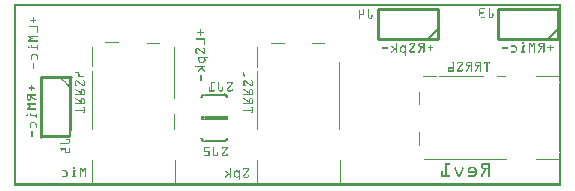
<source format=gbo>
G04 MADE WITH FRITZING*
G04 WWW.FRITZING.ORG*
G04 DOUBLE SIDED*
G04 HOLES PLATED*
G04 CONTOUR ON CENTER OF CONTOUR VECTOR*
%ASAXBY*%
%FSLAX23Y23*%
%MOIN*%
%OFA0B0*%
%SFA1.0B1.0*%
%ADD10C,0.003528*%
%ADD11C,0.010000*%
%ADD12C,0.005000*%
%ADD13C,0.008000*%
%ADD14R,0.001000X0.001000*%
%LNSILK0*%
G90*
G70*
G54D10*
X1035Y477D02*
X995Y477D01*
D02*
X901Y477D02*
X858Y477D01*
D02*
X484Y477D02*
X444Y477D01*
G54D11*
D02*
X89Y163D02*
X89Y363D01*
D02*
X89Y363D02*
X189Y363D01*
D02*
X1814Y489D02*
X1614Y489D01*
D02*
X1614Y489D02*
X1614Y589D01*
D02*
X1614Y589D02*
X1814Y589D01*
D02*
X1814Y589D02*
X1814Y489D01*
G54D12*
D02*
X1779Y489D02*
X1814Y524D01*
G54D11*
D02*
X1414Y489D02*
X1214Y489D01*
D02*
X1214Y489D02*
X1214Y589D01*
D02*
X1214Y589D02*
X1414Y589D01*
D02*
X1414Y589D02*
X1414Y489D01*
G54D12*
D02*
X1379Y489D02*
X1414Y524D01*
G54D10*
D02*
X1351Y313D02*
X1351Y273D01*
D02*
X1351Y179D02*
X1351Y136D01*
D02*
X1640Y90D02*
X1366Y90D01*
G54D13*
D02*
X701Y229D02*
X636Y229D01*
D02*
X636Y149D02*
X701Y149D01*
D02*
X701Y304D02*
X636Y304D01*
D02*
X636Y224D02*
X701Y224D01*
G54D10*
X1088Y87D02*
X1088Y7D01*
X812Y7D01*
X812Y87D01*
D02*
X537Y87D02*
X537Y7D01*
X262Y7D01*
X262Y87D01*
D02*
X1740Y366D02*
X1820Y366D01*
X1820Y90D01*
X1740Y90D01*
D02*
G54D14*
X0Y606D02*
X1824Y606D01*
X0Y605D02*
X1824Y605D01*
X0Y604D02*
X1824Y604D01*
X0Y603D02*
X1824Y603D01*
X0Y602D02*
X1824Y602D01*
X0Y601D02*
X1824Y601D01*
X0Y600D02*
X1824Y600D01*
X0Y599D02*
X1824Y599D01*
X0Y598D02*
X7Y598D01*
X1817Y598D02*
X1824Y598D01*
X0Y597D02*
X7Y597D01*
X1817Y597D02*
X1824Y597D01*
X0Y596D02*
X7Y596D01*
X1817Y596D02*
X1824Y596D01*
X0Y595D02*
X7Y595D01*
X1817Y595D02*
X1824Y595D01*
X0Y594D02*
X7Y594D01*
X1817Y594D02*
X1824Y594D01*
X0Y593D02*
X7Y593D01*
X1555Y593D02*
X1569Y593D01*
X1585Y593D02*
X1585Y593D01*
X1817Y593D02*
X1824Y593D01*
X0Y592D02*
X7Y592D01*
X1553Y592D02*
X1570Y592D01*
X1583Y592D02*
X1586Y592D01*
X1817Y592D02*
X1824Y592D01*
X0Y591D02*
X7Y591D01*
X1552Y591D02*
X1571Y591D01*
X1583Y591D02*
X1586Y591D01*
X1817Y591D02*
X1824Y591D01*
X0Y590D02*
X7Y590D01*
X1551Y590D02*
X1570Y590D01*
X1583Y590D02*
X1586Y590D01*
X1817Y590D02*
X1824Y590D01*
X0Y589D02*
X7Y589D01*
X1164Y589D02*
X1166Y589D01*
X1181Y589D02*
X1183Y589D01*
X1551Y589D02*
X1569Y589D01*
X1583Y589D02*
X1586Y589D01*
X1817Y589D02*
X1824Y589D01*
X0Y588D02*
X7Y588D01*
X1164Y588D02*
X1167Y588D01*
X1180Y588D02*
X1183Y588D01*
X1551Y588D02*
X1554Y588D01*
X1583Y588D02*
X1586Y588D01*
X1817Y588D02*
X1824Y588D01*
X0Y587D02*
X7Y587D01*
X1164Y587D02*
X1167Y587D01*
X1180Y587D02*
X1183Y587D01*
X1551Y587D02*
X1554Y587D01*
X1583Y587D02*
X1586Y587D01*
X1817Y587D02*
X1824Y587D01*
X0Y586D02*
X7Y586D01*
X1152Y586D02*
X1153Y586D01*
X1164Y586D02*
X1167Y586D01*
X1180Y586D02*
X1183Y586D01*
X1551Y586D02*
X1554Y586D01*
X1583Y586D02*
X1586Y586D01*
X1817Y586D02*
X1824Y586D01*
X0Y585D02*
X7Y585D01*
X1151Y585D02*
X1154Y585D01*
X1164Y585D02*
X1167Y585D01*
X1180Y585D02*
X1183Y585D01*
X1551Y585D02*
X1554Y585D01*
X1583Y585D02*
X1586Y585D01*
X1817Y585D02*
X1824Y585D01*
X0Y584D02*
X7Y584D01*
X1151Y584D02*
X1154Y584D01*
X1164Y584D02*
X1167Y584D01*
X1180Y584D02*
X1183Y584D01*
X1551Y584D02*
X1554Y584D01*
X1583Y584D02*
X1586Y584D01*
X1817Y584D02*
X1824Y584D01*
X0Y583D02*
X7Y583D01*
X1151Y583D02*
X1154Y583D01*
X1164Y583D02*
X1167Y583D01*
X1180Y583D02*
X1183Y583D01*
X1551Y583D02*
X1554Y583D01*
X1583Y583D02*
X1586Y583D01*
X1817Y583D02*
X1824Y583D01*
X0Y582D02*
X7Y582D01*
X1151Y582D02*
X1154Y582D01*
X1164Y582D02*
X1167Y582D01*
X1180Y582D02*
X1183Y582D01*
X1551Y582D02*
X1554Y582D01*
X1583Y582D02*
X1586Y582D01*
X1817Y582D02*
X1824Y582D01*
X0Y581D02*
X7Y581D01*
X1151Y581D02*
X1154Y581D01*
X1164Y581D02*
X1167Y581D01*
X1180Y581D02*
X1183Y581D01*
X1551Y581D02*
X1554Y581D01*
X1583Y581D02*
X1586Y581D01*
X1817Y581D02*
X1824Y581D01*
X0Y580D02*
X7Y580D01*
X1151Y580D02*
X1154Y580D01*
X1164Y580D02*
X1167Y580D01*
X1180Y580D02*
X1183Y580D01*
X1551Y580D02*
X1555Y580D01*
X1583Y580D02*
X1586Y580D01*
X1817Y580D02*
X1824Y580D01*
X0Y579D02*
X7Y579D01*
X1151Y579D02*
X1154Y579D01*
X1164Y579D02*
X1167Y579D01*
X1180Y579D02*
X1183Y579D01*
X1551Y579D02*
X1564Y579D01*
X1583Y579D02*
X1586Y579D01*
X1817Y579D02*
X1824Y579D01*
X0Y578D02*
X7Y578D01*
X1151Y578D02*
X1154Y578D01*
X1164Y578D02*
X1167Y578D01*
X1180Y578D02*
X1183Y578D01*
X1552Y578D02*
X1566Y578D01*
X1583Y578D02*
X1586Y578D01*
X1817Y578D02*
X1824Y578D01*
X0Y577D02*
X7Y577D01*
X1151Y577D02*
X1154Y577D01*
X1164Y577D02*
X1167Y577D01*
X1180Y577D02*
X1183Y577D01*
X1553Y577D02*
X1567Y577D01*
X1583Y577D02*
X1586Y577D01*
X1817Y577D02*
X1824Y577D01*
X0Y576D02*
X7Y576D01*
X1151Y576D02*
X1154Y576D01*
X1164Y576D02*
X1167Y576D01*
X1180Y576D02*
X1183Y576D01*
X1552Y576D02*
X1566Y576D01*
X1583Y576D02*
X1586Y576D01*
X1817Y576D02*
X1824Y576D01*
X0Y575D02*
X7Y575D01*
X1151Y575D02*
X1154Y575D01*
X1164Y575D02*
X1167Y575D01*
X1180Y575D02*
X1183Y575D01*
X1552Y575D02*
X1565Y575D01*
X1583Y575D02*
X1586Y575D01*
X1596Y575D02*
X1598Y575D01*
X1817Y575D02*
X1824Y575D01*
X0Y574D02*
X7Y574D01*
X1151Y574D02*
X1154Y574D01*
X1164Y574D02*
X1167Y574D01*
X1180Y574D02*
X1183Y574D01*
X1551Y574D02*
X1555Y574D01*
X1583Y574D02*
X1586Y574D01*
X1596Y574D02*
X1599Y574D01*
X1817Y574D02*
X1824Y574D01*
X0Y573D02*
X7Y573D01*
X1151Y573D02*
X1154Y573D01*
X1164Y573D02*
X1167Y573D01*
X1180Y573D02*
X1183Y573D01*
X1551Y573D02*
X1554Y573D01*
X1583Y573D02*
X1586Y573D01*
X1596Y573D02*
X1599Y573D01*
X1817Y573D02*
X1824Y573D01*
X0Y572D02*
X7Y572D01*
X1150Y572D02*
X1167Y572D01*
X1180Y572D02*
X1183Y572D01*
X1194Y572D02*
X1194Y572D01*
X1551Y572D02*
X1554Y572D01*
X1583Y572D02*
X1586Y572D01*
X1595Y572D02*
X1599Y572D01*
X1817Y572D02*
X1824Y572D01*
X0Y571D02*
X7Y571D01*
X1149Y571D02*
X1167Y571D01*
X1180Y571D02*
X1183Y571D01*
X1193Y571D02*
X1195Y571D01*
X1551Y571D02*
X1554Y571D01*
X1583Y571D02*
X1586Y571D01*
X1595Y571D02*
X1599Y571D01*
X1817Y571D02*
X1824Y571D01*
X0Y570D02*
X7Y570D01*
X1149Y570D02*
X1167Y570D01*
X1180Y570D02*
X1183Y570D01*
X1192Y570D02*
X1196Y570D01*
X1551Y570D02*
X1554Y570D01*
X1583Y570D02*
X1586Y570D01*
X1595Y570D02*
X1599Y570D01*
X1817Y570D02*
X1824Y570D01*
X0Y569D02*
X7Y569D01*
X1149Y569D02*
X1167Y569D01*
X1180Y569D02*
X1183Y569D01*
X1192Y569D02*
X1196Y569D01*
X1551Y569D02*
X1554Y569D01*
X1583Y569D02*
X1586Y569D01*
X1595Y569D02*
X1599Y569D01*
X1817Y569D02*
X1824Y569D01*
X0Y568D02*
X7Y568D01*
X1151Y568D02*
X1155Y568D01*
X1180Y568D02*
X1183Y568D01*
X1192Y568D02*
X1196Y568D01*
X1551Y568D02*
X1554Y568D01*
X1583Y568D02*
X1586Y568D01*
X1595Y568D02*
X1599Y568D01*
X1817Y568D02*
X1824Y568D01*
X0Y567D02*
X7Y567D01*
X1151Y567D02*
X1154Y567D01*
X1180Y567D02*
X1183Y567D01*
X1192Y567D02*
X1196Y567D01*
X1551Y567D02*
X1554Y567D01*
X1583Y567D02*
X1586Y567D01*
X1595Y567D02*
X1599Y567D01*
X1817Y567D02*
X1824Y567D01*
X0Y566D02*
X7Y566D01*
X1151Y566D02*
X1154Y566D01*
X1180Y566D02*
X1183Y566D01*
X1192Y566D02*
X1196Y566D01*
X1552Y566D02*
X1554Y566D01*
X1583Y566D02*
X1587Y566D01*
X1595Y566D02*
X1599Y566D01*
X1817Y566D02*
X1824Y566D01*
X0Y565D02*
X7Y565D01*
X1151Y565D02*
X1154Y565D01*
X1180Y565D02*
X1183Y565D01*
X1192Y565D02*
X1196Y565D01*
X1554Y565D02*
X1554Y565D01*
X1583Y565D02*
X1588Y565D01*
X1594Y565D02*
X1598Y565D01*
X1817Y565D02*
X1824Y565D01*
X0Y564D02*
X7Y564D01*
X1151Y564D02*
X1154Y564D01*
X1180Y564D02*
X1183Y564D01*
X1192Y564D02*
X1196Y564D01*
X1555Y564D02*
X1570Y564D01*
X1584Y564D02*
X1598Y564D01*
X1817Y564D02*
X1824Y564D01*
X0Y563D02*
X7Y563D01*
X1151Y563D02*
X1154Y563D01*
X1180Y563D02*
X1183Y563D01*
X1192Y563D02*
X1196Y563D01*
X1556Y563D02*
X1571Y563D01*
X1585Y563D02*
X1597Y563D01*
X1817Y563D02*
X1824Y563D01*
X0Y562D02*
X7Y562D01*
X64Y562D02*
X66Y562D01*
X1151Y562D02*
X1154Y562D01*
X1180Y562D02*
X1184Y562D01*
X1192Y562D02*
X1195Y562D01*
X1557Y562D02*
X1571Y562D01*
X1586Y562D02*
X1596Y562D01*
X1817Y562D02*
X1824Y562D01*
X0Y561D02*
X7Y561D01*
X63Y561D02*
X66Y561D01*
X1151Y561D02*
X1154Y561D01*
X1181Y561D02*
X1195Y561D01*
X1557Y561D02*
X1570Y561D01*
X1587Y561D02*
X1594Y561D01*
X1817Y561D02*
X1824Y561D01*
X0Y560D02*
X7Y560D01*
X63Y560D02*
X66Y560D01*
X1151Y560D02*
X1154Y560D01*
X1181Y560D02*
X1194Y560D01*
X1817Y560D02*
X1824Y560D01*
X0Y559D02*
X7Y559D01*
X63Y559D02*
X66Y559D01*
X1151Y559D02*
X1154Y559D01*
X1182Y559D02*
X1193Y559D01*
X1817Y559D02*
X1824Y559D01*
X0Y558D02*
X7Y558D01*
X63Y558D02*
X66Y558D01*
X1152Y558D02*
X1154Y558D01*
X1184Y558D02*
X1192Y558D01*
X1817Y558D02*
X1824Y558D01*
X0Y557D02*
X7Y557D01*
X63Y557D02*
X66Y557D01*
X1817Y557D02*
X1824Y557D01*
X0Y556D02*
X7Y556D01*
X63Y556D02*
X66Y556D01*
X1817Y556D02*
X1824Y556D01*
X0Y555D02*
X7Y555D01*
X63Y555D02*
X67Y555D01*
X1817Y555D02*
X1824Y555D01*
X0Y554D02*
X7Y554D01*
X56Y554D02*
X74Y554D01*
X1817Y554D02*
X1824Y554D01*
X0Y553D02*
X7Y553D01*
X55Y553D02*
X75Y553D01*
X1817Y553D02*
X1824Y553D01*
X0Y552D02*
X7Y552D01*
X55Y552D02*
X75Y552D01*
X1817Y552D02*
X1824Y552D01*
X0Y551D02*
X7Y551D01*
X55Y551D02*
X74Y551D01*
X1817Y551D02*
X1824Y551D01*
X0Y550D02*
X7Y550D01*
X63Y550D02*
X67Y550D01*
X1817Y550D02*
X1824Y550D01*
X0Y549D02*
X7Y549D01*
X63Y549D02*
X66Y549D01*
X1817Y549D02*
X1824Y549D01*
X0Y548D02*
X7Y548D01*
X63Y548D02*
X66Y548D01*
X1817Y548D02*
X1824Y548D01*
X0Y547D02*
X7Y547D01*
X63Y547D02*
X66Y547D01*
X1817Y547D02*
X1824Y547D01*
X0Y546D02*
X7Y546D01*
X63Y546D02*
X66Y546D01*
X1817Y546D02*
X1824Y546D01*
X0Y545D02*
X7Y545D01*
X63Y545D02*
X66Y545D01*
X1817Y545D02*
X1824Y545D01*
X0Y544D02*
X7Y544D01*
X63Y544D02*
X66Y544D01*
X1817Y544D02*
X1824Y544D01*
X0Y543D02*
X7Y543D01*
X64Y543D02*
X66Y543D01*
X1817Y543D02*
X1824Y543D01*
X0Y542D02*
X7Y542D01*
X65Y542D02*
X65Y542D01*
X1817Y542D02*
X1824Y542D01*
X0Y541D02*
X7Y541D01*
X1817Y541D02*
X1824Y541D01*
X0Y540D02*
X7Y540D01*
X1817Y540D02*
X1824Y540D01*
X0Y539D02*
X7Y539D01*
X1817Y539D02*
X1824Y539D01*
X0Y538D02*
X7Y538D01*
X1817Y538D02*
X1824Y538D01*
X0Y537D02*
X7Y537D01*
X1817Y537D02*
X1824Y537D01*
X0Y536D02*
X7Y536D01*
X1817Y536D02*
X1824Y536D01*
X0Y535D02*
X7Y535D01*
X1817Y535D02*
X1824Y535D01*
X0Y534D02*
X7Y534D01*
X1817Y534D02*
X1824Y534D01*
X0Y533D02*
X7Y533D01*
X1817Y533D02*
X1824Y533D01*
X0Y532D02*
X7Y532D01*
X50Y532D02*
X81Y532D01*
X1817Y532D02*
X1824Y532D01*
X0Y531D02*
X7Y531D01*
X49Y531D02*
X81Y531D01*
X1817Y531D02*
X1824Y531D01*
X0Y530D02*
X7Y530D01*
X49Y530D02*
X81Y530D01*
X1817Y530D02*
X1824Y530D01*
X0Y529D02*
X7Y529D01*
X49Y529D02*
X81Y529D01*
X1817Y529D02*
X1824Y529D01*
X0Y528D02*
X7Y528D01*
X77Y528D02*
X81Y528D01*
X1817Y528D02*
X1824Y528D01*
X0Y527D02*
X7Y527D01*
X78Y527D02*
X81Y527D01*
X1817Y527D02*
X1824Y527D01*
X0Y526D02*
X7Y526D01*
X78Y526D02*
X81Y526D01*
X1817Y526D02*
X1824Y526D01*
X0Y525D02*
X7Y525D01*
X78Y525D02*
X81Y525D01*
X1817Y525D02*
X1824Y525D01*
X0Y524D02*
X7Y524D01*
X78Y524D02*
X81Y524D01*
X1817Y524D02*
X1824Y524D01*
X0Y523D02*
X7Y523D01*
X78Y523D02*
X81Y523D01*
X1817Y523D02*
X1824Y523D01*
X0Y522D02*
X7Y522D01*
X78Y522D02*
X81Y522D01*
X621Y522D02*
X623Y522D01*
X1817Y522D02*
X1824Y522D01*
X0Y521D02*
X7Y521D01*
X78Y521D02*
X81Y521D01*
X621Y521D02*
X624Y521D01*
X1817Y521D02*
X1824Y521D01*
X0Y520D02*
X7Y520D01*
X78Y520D02*
X81Y520D01*
X621Y520D02*
X624Y520D01*
X1817Y520D02*
X1824Y520D01*
X0Y519D02*
X7Y519D01*
X78Y519D02*
X81Y519D01*
X621Y519D02*
X624Y519D01*
X1817Y519D02*
X1824Y519D01*
X0Y518D02*
X7Y518D01*
X78Y518D02*
X81Y518D01*
X621Y518D02*
X624Y518D01*
X1817Y518D02*
X1824Y518D01*
X0Y517D02*
X7Y517D01*
X78Y517D02*
X81Y517D01*
X621Y517D02*
X624Y517D01*
X1817Y517D02*
X1824Y517D01*
X0Y516D02*
X7Y516D01*
X78Y516D02*
X81Y516D01*
X621Y516D02*
X624Y516D01*
X1817Y516D02*
X1824Y516D01*
X0Y515D02*
X7Y515D01*
X78Y515D02*
X81Y515D01*
X621Y515D02*
X624Y515D01*
X1817Y515D02*
X1824Y515D01*
X0Y514D02*
X7Y514D01*
X78Y514D02*
X81Y514D01*
X614Y514D02*
X631Y514D01*
X1817Y514D02*
X1824Y514D01*
X0Y513D02*
X7Y513D01*
X78Y513D02*
X81Y513D01*
X613Y513D02*
X632Y513D01*
X1817Y513D02*
X1824Y513D01*
X0Y512D02*
X7Y512D01*
X78Y512D02*
X80Y512D01*
X612Y512D02*
X632Y512D01*
X1817Y512D02*
X1824Y512D01*
X0Y511D02*
X7Y511D01*
X613Y511D02*
X632Y511D01*
X1817Y511D02*
X1824Y511D01*
X0Y510D02*
X7Y510D01*
X614Y510D02*
X631Y510D01*
X1817Y510D02*
X1824Y510D01*
X0Y509D02*
X7Y509D01*
X621Y509D02*
X624Y509D01*
X1817Y509D02*
X1824Y509D01*
X0Y508D02*
X7Y508D01*
X621Y508D02*
X624Y508D01*
X1817Y508D02*
X1824Y508D01*
X0Y507D02*
X7Y507D01*
X621Y507D02*
X624Y507D01*
X1817Y507D02*
X1824Y507D01*
X0Y506D02*
X7Y506D01*
X621Y506D02*
X624Y506D01*
X1817Y506D02*
X1824Y506D01*
X0Y505D02*
X7Y505D01*
X621Y505D02*
X624Y505D01*
X1817Y505D02*
X1824Y505D01*
X0Y504D02*
X7Y504D01*
X621Y504D02*
X624Y504D01*
X1817Y504D02*
X1824Y504D01*
X0Y503D02*
X7Y503D01*
X621Y503D02*
X624Y503D01*
X1817Y503D02*
X1824Y503D01*
X0Y502D02*
X7Y502D01*
X621Y502D02*
X623Y502D01*
X1817Y502D02*
X1824Y502D01*
X0Y501D02*
X7Y501D01*
X49Y501D02*
X80Y501D01*
X1817Y501D02*
X1824Y501D01*
X0Y500D02*
X7Y500D01*
X49Y500D02*
X81Y500D01*
X1817Y500D02*
X1824Y500D01*
X0Y499D02*
X7Y499D01*
X49Y499D02*
X81Y499D01*
X1817Y499D02*
X1824Y499D01*
X0Y498D02*
X7Y498D01*
X49Y498D02*
X80Y498D01*
X1817Y498D02*
X1824Y498D01*
X0Y497D02*
X7Y497D01*
X49Y497D02*
X55Y497D01*
X1817Y497D02*
X1824Y497D01*
X0Y496D02*
X7Y496D01*
X50Y496D02*
X56Y496D01*
X1817Y496D02*
X1824Y496D01*
X0Y495D02*
X7Y495D01*
X51Y495D02*
X58Y495D01*
X1817Y495D02*
X1824Y495D01*
X0Y494D02*
X7Y494D01*
X53Y494D02*
X59Y494D01*
X1817Y494D02*
X1824Y494D01*
X0Y493D02*
X7Y493D01*
X54Y493D02*
X62Y493D01*
X1817Y493D02*
X1824Y493D01*
X0Y492D02*
X7Y492D01*
X55Y492D02*
X63Y492D01*
X608Y492D02*
X638Y492D01*
X1817Y492D02*
X1824Y492D01*
X0Y491D02*
X7Y491D01*
X56Y491D02*
X63Y491D01*
X607Y491D02*
X638Y491D01*
X1817Y491D02*
X1824Y491D01*
X0Y490D02*
X7Y490D01*
X54Y490D02*
X62Y490D01*
X606Y490D02*
X638Y490D01*
X1817Y490D02*
X1824Y490D01*
X0Y489D02*
X7Y489D01*
X53Y489D02*
X59Y489D01*
X607Y489D02*
X638Y489D01*
X1817Y489D02*
X1824Y489D01*
X0Y488D02*
X7Y488D01*
X51Y488D02*
X58Y488D01*
X608Y488D02*
X638Y488D01*
X1817Y488D02*
X1824Y488D01*
X0Y487D02*
X7Y487D01*
X50Y487D02*
X56Y487D01*
X635Y487D02*
X638Y487D01*
X1817Y487D02*
X1824Y487D01*
X0Y486D02*
X7Y486D01*
X49Y486D02*
X55Y486D01*
X635Y486D02*
X638Y486D01*
X1817Y486D02*
X1824Y486D01*
X0Y485D02*
X7Y485D01*
X49Y485D02*
X79Y485D01*
X635Y485D02*
X638Y485D01*
X1817Y485D02*
X1824Y485D01*
X0Y484D02*
X7Y484D01*
X49Y484D02*
X81Y484D01*
X635Y484D02*
X638Y484D01*
X1817Y484D02*
X1824Y484D01*
X0Y483D02*
X7Y483D01*
X49Y483D02*
X81Y483D01*
X635Y483D02*
X638Y483D01*
X1817Y483D02*
X1824Y483D01*
X0Y482D02*
X7Y482D01*
X49Y482D02*
X81Y482D01*
X635Y482D02*
X638Y482D01*
X1817Y482D02*
X1824Y482D01*
X0Y481D02*
X7Y481D01*
X49Y481D02*
X79Y481D01*
X635Y481D02*
X638Y481D01*
X1817Y481D02*
X1824Y481D01*
X0Y480D02*
X7Y480D01*
X635Y480D02*
X638Y480D01*
X1817Y480D02*
X1824Y480D01*
X0Y479D02*
X7Y479D01*
X635Y479D02*
X638Y479D01*
X1697Y479D02*
X1700Y479D01*
X1817Y479D02*
X1824Y479D01*
X0Y478D02*
X7Y478D01*
X306Y478D02*
X351Y478D01*
X635Y478D02*
X638Y478D01*
X1696Y478D02*
X1701Y478D01*
X1817Y478D02*
X1824Y478D01*
X0Y477D02*
X7Y477D01*
X306Y477D02*
X351Y477D01*
X635Y477D02*
X638Y477D01*
X1696Y477D02*
X1701Y477D01*
X1718Y477D02*
X1723Y477D01*
X1734Y477D02*
X1738Y477D01*
X1753Y477D02*
X1769Y477D01*
X1817Y477D02*
X1824Y477D01*
X0Y476D02*
X7Y476D01*
X306Y476D02*
X351Y476D01*
X635Y476D02*
X638Y476D01*
X1274Y476D02*
X1277Y476D01*
X1321Y476D02*
X1336Y476D01*
X1352Y476D02*
X1369Y476D01*
X1696Y476D02*
X1701Y476D01*
X1718Y476D02*
X1723Y476D01*
X1733Y476D02*
X1738Y476D01*
X1751Y476D02*
X1769Y476D01*
X1817Y476D02*
X1824Y476D01*
X0Y475D02*
X7Y475D01*
X635Y475D02*
X638Y475D01*
X1274Y475D02*
X1277Y475D01*
X1320Y475D02*
X1337Y475D01*
X1351Y475D02*
X1369Y475D01*
X1696Y475D02*
X1701Y475D01*
X1718Y475D02*
X1724Y475D01*
X1732Y475D02*
X1738Y475D01*
X1750Y475D02*
X1769Y475D01*
X1817Y475D02*
X1824Y475D01*
X0Y474D02*
X7Y474D01*
X635Y474D02*
X638Y474D01*
X1274Y474D02*
X1277Y474D01*
X1319Y474D02*
X1338Y474D01*
X1350Y474D02*
X1369Y474D01*
X1697Y474D02*
X1701Y474D01*
X1718Y474D02*
X1725Y474D01*
X1731Y474D02*
X1738Y474D01*
X1749Y474D02*
X1769Y474D01*
X1817Y474D02*
X1824Y474D01*
X0Y473D02*
X7Y473D01*
X635Y473D02*
X638Y473D01*
X1274Y473D02*
X1277Y473D01*
X1318Y473D02*
X1338Y473D01*
X1349Y473D02*
X1369Y473D01*
X1718Y473D02*
X1726Y473D01*
X1731Y473D02*
X1738Y473D01*
X1749Y473D02*
X1753Y473D01*
X1765Y473D02*
X1769Y473D01*
X1817Y473D02*
X1824Y473D01*
X0Y472D02*
X7Y472D01*
X635Y472D02*
X638Y472D01*
X1274Y472D02*
X1277Y472D01*
X1318Y472D02*
X1322Y472D01*
X1335Y472D02*
X1338Y472D01*
X1349Y472D02*
X1353Y472D01*
X1365Y472D02*
X1369Y472D01*
X1718Y472D02*
X1726Y472D01*
X1730Y472D02*
X1738Y472D01*
X1749Y472D02*
X1752Y472D01*
X1765Y472D02*
X1769Y472D01*
X1817Y472D02*
X1824Y472D01*
X0Y471D02*
X7Y471D01*
X637Y471D02*
X637Y471D01*
X1274Y471D02*
X1277Y471D01*
X1318Y471D02*
X1321Y471D01*
X1334Y471D02*
X1338Y471D01*
X1349Y471D02*
X1352Y471D01*
X1365Y471D02*
X1369Y471D01*
X1718Y471D02*
X1727Y471D01*
X1729Y471D02*
X1738Y471D01*
X1749Y471D02*
X1752Y471D01*
X1765Y471D02*
X1769Y471D01*
X1788Y471D02*
X1790Y471D01*
X1817Y471D02*
X1824Y471D01*
X0Y470D02*
X7Y470D01*
X1274Y470D02*
X1277Y470D01*
X1318Y470D02*
X1321Y470D01*
X1333Y470D02*
X1338Y470D01*
X1349Y470D02*
X1352Y470D01*
X1365Y470D02*
X1369Y470D01*
X1388Y470D02*
X1390Y470D01*
X1718Y470D02*
X1721Y470D01*
X1723Y470D02*
X1733Y470D01*
X1735Y470D02*
X1738Y470D01*
X1749Y470D02*
X1752Y470D01*
X1765Y470D02*
X1769Y470D01*
X1788Y470D02*
X1791Y470D01*
X1817Y470D02*
X1824Y470D01*
X0Y469D02*
X7Y469D01*
X59Y469D02*
X60Y469D01*
X79Y469D02*
X80Y469D01*
X1274Y469D02*
X1277Y469D01*
X1333Y469D02*
X1337Y469D01*
X1349Y469D02*
X1352Y469D01*
X1365Y469D02*
X1369Y469D01*
X1388Y469D02*
X1391Y469D01*
X1718Y469D02*
X1721Y469D01*
X1724Y469D02*
X1732Y469D01*
X1735Y469D02*
X1738Y469D01*
X1749Y469D02*
X1752Y469D01*
X1765Y469D02*
X1769Y469D01*
X1788Y469D02*
X1791Y469D01*
X1817Y469D02*
X1824Y469D01*
X0Y468D02*
X7Y468D01*
X58Y468D02*
X61Y468D01*
X78Y468D02*
X81Y468D01*
X1274Y468D02*
X1277Y468D01*
X1295Y468D02*
X1300Y468D01*
X1305Y468D02*
X1307Y468D01*
X1332Y468D02*
X1336Y468D01*
X1349Y468D02*
X1352Y468D01*
X1365Y468D02*
X1369Y468D01*
X1387Y468D02*
X1391Y468D01*
X1658Y468D02*
X1669Y468D01*
X1697Y468D02*
X1705Y468D01*
X1718Y468D02*
X1721Y468D01*
X1725Y468D02*
X1731Y468D01*
X1735Y468D02*
X1738Y468D01*
X1749Y468D02*
X1752Y468D01*
X1765Y468D02*
X1769Y468D01*
X1788Y468D02*
X1791Y468D01*
X1817Y468D02*
X1824Y468D01*
X0Y467D02*
X7Y467D01*
X58Y467D02*
X61Y467D01*
X78Y467D02*
X81Y467D01*
X1260Y467D02*
X1262Y467D01*
X1274Y467D02*
X1277Y467D01*
X1293Y467D02*
X1302Y467D01*
X1304Y467D02*
X1308Y467D01*
X1331Y467D02*
X1336Y467D01*
X1349Y467D02*
X1352Y467D01*
X1365Y467D02*
X1369Y467D01*
X1387Y467D02*
X1391Y467D01*
X1657Y467D02*
X1671Y467D01*
X1696Y467D02*
X1705Y467D01*
X1718Y467D02*
X1721Y467D01*
X1726Y467D02*
X1731Y467D01*
X1735Y467D02*
X1738Y467D01*
X1749Y467D02*
X1753Y467D01*
X1765Y467D02*
X1769Y467D01*
X1788Y467D02*
X1791Y467D01*
X1817Y467D02*
X1824Y467D01*
X0Y466D02*
X7Y466D01*
X58Y466D02*
X61Y466D01*
X78Y466D02*
X81Y466D01*
X1259Y466D02*
X1263Y466D01*
X1274Y466D02*
X1277Y466D01*
X1292Y466D02*
X1308Y466D01*
X1330Y466D02*
X1335Y466D01*
X1349Y466D02*
X1369Y466D01*
X1387Y466D02*
X1391Y466D01*
X1657Y466D02*
X1673Y466D01*
X1696Y466D02*
X1705Y466D01*
X1718Y466D02*
X1721Y466D01*
X1726Y466D02*
X1730Y466D01*
X1735Y466D02*
X1738Y466D01*
X1749Y466D02*
X1769Y466D01*
X1788Y466D02*
X1791Y466D01*
X1817Y466D02*
X1824Y466D01*
X0Y465D02*
X7Y465D01*
X48Y465D02*
X51Y465D01*
X58Y465D02*
X61Y465D01*
X78Y465D02*
X81Y465D01*
X1259Y465D02*
X1264Y465D01*
X1274Y465D02*
X1277Y465D01*
X1291Y465D02*
X1308Y465D01*
X1329Y465D02*
X1334Y465D01*
X1350Y465D02*
X1369Y465D01*
X1387Y465D02*
X1391Y465D01*
X1658Y465D02*
X1674Y465D01*
X1696Y465D02*
X1705Y465D01*
X1718Y465D02*
X1721Y465D01*
X1726Y465D02*
X1730Y465D01*
X1735Y465D02*
X1738Y465D01*
X1750Y465D02*
X1769Y465D01*
X1788Y465D02*
X1791Y465D01*
X1817Y465D02*
X1824Y465D01*
X0Y464D02*
X7Y464D01*
X47Y464D02*
X52Y464D01*
X58Y464D02*
X61Y464D01*
X78Y464D02*
X81Y464D01*
X1260Y464D02*
X1266Y464D01*
X1274Y464D02*
X1277Y464D01*
X1290Y464D02*
X1295Y464D01*
X1300Y464D02*
X1308Y464D01*
X1329Y464D02*
X1333Y464D01*
X1350Y464D02*
X1369Y464D01*
X1387Y464D02*
X1391Y464D01*
X1669Y464D02*
X1675Y464D01*
X1696Y464D02*
X1699Y464D01*
X1718Y464D02*
X1721Y464D01*
X1727Y464D02*
X1730Y464D01*
X1735Y464D02*
X1738Y464D01*
X1751Y464D02*
X1769Y464D01*
X1788Y464D02*
X1791Y464D01*
X1817Y464D02*
X1824Y464D01*
X0Y463D02*
X7Y463D01*
X47Y463D02*
X52Y463D01*
X58Y463D02*
X81Y463D01*
X261Y463D02*
X261Y463D01*
X1261Y463D02*
X1267Y463D01*
X1274Y463D02*
X1277Y463D01*
X1289Y463D02*
X1294Y463D01*
X1301Y463D02*
X1308Y463D01*
X1328Y463D02*
X1332Y463D01*
X1352Y463D02*
X1369Y463D01*
X1387Y463D02*
X1391Y463D01*
X1628Y463D02*
X1645Y463D01*
X1670Y463D02*
X1676Y463D01*
X1696Y463D02*
X1699Y463D01*
X1718Y463D02*
X1721Y463D01*
X1727Y463D02*
X1729Y463D01*
X1735Y463D02*
X1738Y463D01*
X1752Y463D02*
X1769Y463D01*
X1781Y463D02*
X1797Y463D01*
X1817Y463D02*
X1824Y463D01*
X0Y462D02*
X7Y462D01*
X47Y462D02*
X52Y462D01*
X58Y462D02*
X81Y462D01*
X260Y462D02*
X262Y462D01*
X535Y462D02*
X538Y462D01*
X810Y462D02*
X813Y462D01*
X1227Y462D02*
X1246Y462D01*
X1262Y462D02*
X1268Y462D01*
X1274Y462D02*
X1277Y462D01*
X1288Y462D02*
X1293Y462D01*
X1302Y462D02*
X1308Y462D01*
X1327Y462D02*
X1332Y462D01*
X1354Y462D02*
X1369Y462D01*
X1380Y462D02*
X1398Y462D01*
X1627Y462D02*
X1646Y462D01*
X1671Y462D02*
X1676Y462D01*
X1696Y462D02*
X1699Y462D01*
X1718Y462D02*
X1721Y462D01*
X1735Y462D02*
X1738Y462D01*
X1757Y462D02*
X1761Y462D01*
X1765Y462D02*
X1769Y462D01*
X1779Y462D02*
X1799Y462D01*
X1817Y462D02*
X1824Y462D01*
X0Y461D02*
X7Y461D01*
X47Y461D02*
X52Y461D01*
X58Y461D02*
X81Y461D01*
X260Y461D02*
X262Y461D01*
X535Y461D02*
X538Y461D01*
X609Y461D02*
X612Y461D01*
X632Y461D02*
X635Y461D01*
X810Y461D02*
X813Y461D01*
X1227Y461D02*
X1246Y461D01*
X1264Y461D02*
X1269Y461D01*
X1274Y461D02*
X1277Y461D01*
X1288Y461D02*
X1292Y461D01*
X1303Y461D02*
X1308Y461D01*
X1326Y461D02*
X1331Y461D01*
X1357Y461D02*
X1361Y461D01*
X1365Y461D02*
X1369Y461D01*
X1379Y461D02*
X1399Y461D01*
X1627Y461D02*
X1647Y461D01*
X1673Y461D02*
X1677Y461D01*
X1696Y461D02*
X1699Y461D01*
X1718Y461D02*
X1721Y461D01*
X1735Y461D02*
X1738Y461D01*
X1757Y461D02*
X1761Y461D01*
X1765Y461D02*
X1769Y461D01*
X1779Y461D02*
X1799Y461D01*
X1817Y461D02*
X1824Y461D01*
X0Y460D02*
X7Y460D01*
X47Y460D02*
X52Y460D01*
X58Y460D02*
X81Y460D01*
X260Y460D02*
X262Y460D01*
X535Y460D02*
X538Y460D01*
X608Y460D02*
X614Y460D01*
X632Y460D02*
X636Y460D01*
X810Y460D02*
X813Y460D01*
X1226Y460D02*
X1247Y460D01*
X1265Y460D02*
X1270Y460D01*
X1274Y460D02*
X1277Y460D01*
X1288Y460D02*
X1291Y460D01*
X1304Y460D02*
X1308Y460D01*
X1326Y460D02*
X1330Y460D01*
X1356Y460D02*
X1360Y460D01*
X1365Y460D02*
X1369Y460D01*
X1379Y460D02*
X1399Y460D01*
X1626Y460D02*
X1647Y460D01*
X1674Y460D02*
X1677Y460D01*
X1696Y460D02*
X1699Y460D01*
X1718Y460D02*
X1721Y460D01*
X1735Y460D02*
X1738Y460D01*
X1756Y460D02*
X1760Y460D01*
X1765Y460D02*
X1769Y460D01*
X1779Y460D02*
X1799Y460D01*
X1817Y460D02*
X1824Y460D01*
X0Y459D02*
X7Y459D01*
X48Y459D02*
X51Y459D01*
X59Y459D02*
X81Y459D01*
X260Y459D02*
X262Y459D01*
X535Y459D02*
X538Y459D01*
X607Y459D02*
X615Y459D01*
X632Y459D02*
X637Y459D01*
X810Y459D02*
X813Y459D01*
X1226Y459D02*
X1247Y459D01*
X1266Y459D02*
X1271Y459D01*
X1274Y459D02*
X1277Y459D01*
X1288Y459D02*
X1291Y459D01*
X1304Y459D02*
X1308Y459D01*
X1325Y459D02*
X1329Y459D01*
X1356Y459D02*
X1360Y459D01*
X1365Y459D02*
X1369Y459D01*
X1380Y459D02*
X1399Y459D01*
X1627Y459D02*
X1647Y459D01*
X1674Y459D02*
X1677Y459D01*
X1696Y459D02*
X1699Y459D01*
X1718Y459D02*
X1721Y459D01*
X1735Y459D02*
X1738Y459D01*
X1756Y459D02*
X1760Y459D01*
X1765Y459D02*
X1769Y459D01*
X1780Y459D02*
X1798Y459D01*
X1817Y459D02*
X1824Y459D01*
X0Y458D02*
X7Y458D01*
X78Y458D02*
X81Y458D01*
X260Y458D02*
X262Y458D01*
X535Y458D02*
X538Y458D01*
X607Y458D02*
X616Y458D01*
X632Y458D02*
X638Y458D01*
X810Y458D02*
X813Y458D01*
X1227Y458D02*
X1246Y458D01*
X1267Y458D02*
X1277Y458D01*
X1288Y458D02*
X1291Y458D01*
X1304Y458D02*
X1308Y458D01*
X1324Y458D02*
X1329Y458D01*
X1355Y458D02*
X1359Y458D01*
X1365Y458D02*
X1369Y458D01*
X1387Y458D02*
X1391Y458D01*
X1627Y458D02*
X1646Y458D01*
X1674Y458D02*
X1677Y458D01*
X1696Y458D02*
X1699Y458D01*
X1718Y458D02*
X1721Y458D01*
X1735Y458D02*
X1738Y458D01*
X1755Y458D02*
X1759Y458D01*
X1765Y458D02*
X1769Y458D01*
X1788Y458D02*
X1791Y458D01*
X1817Y458D02*
X1824Y458D01*
X0Y457D02*
X7Y457D01*
X78Y457D02*
X81Y457D01*
X260Y457D02*
X262Y457D01*
X535Y457D02*
X538Y457D01*
X606Y457D02*
X610Y457D01*
X612Y457D02*
X618Y457D01*
X634Y457D02*
X638Y457D01*
X810Y457D02*
X813Y457D01*
X1227Y457D02*
X1246Y457D01*
X1268Y457D02*
X1277Y457D01*
X1288Y457D02*
X1291Y457D01*
X1304Y457D02*
X1308Y457D01*
X1323Y457D02*
X1328Y457D01*
X1355Y457D02*
X1359Y457D01*
X1365Y457D02*
X1369Y457D01*
X1387Y457D02*
X1391Y457D01*
X1629Y457D02*
X1645Y457D01*
X1674Y457D02*
X1677Y457D01*
X1696Y457D02*
X1699Y457D01*
X1718Y457D02*
X1721Y457D01*
X1735Y457D02*
X1738Y457D01*
X1754Y457D02*
X1758Y457D01*
X1765Y457D02*
X1769Y457D01*
X1788Y457D02*
X1791Y457D01*
X1817Y457D02*
X1824Y457D01*
X0Y456D02*
X7Y456D01*
X78Y456D02*
X81Y456D01*
X260Y456D02*
X262Y456D01*
X535Y456D02*
X538Y456D01*
X606Y456D02*
X610Y456D01*
X613Y456D02*
X619Y456D01*
X635Y456D02*
X638Y456D01*
X810Y456D02*
X813Y456D01*
X1268Y456D02*
X1277Y456D01*
X1288Y456D02*
X1291Y456D01*
X1304Y456D02*
X1308Y456D01*
X1322Y456D02*
X1327Y456D01*
X1354Y456D02*
X1358Y456D01*
X1365Y456D02*
X1369Y456D01*
X1387Y456D02*
X1391Y456D01*
X1674Y456D02*
X1677Y456D01*
X1696Y456D02*
X1699Y456D01*
X1718Y456D02*
X1721Y456D01*
X1735Y456D02*
X1738Y456D01*
X1754Y456D02*
X1758Y456D01*
X1765Y456D02*
X1769Y456D01*
X1788Y456D02*
X1791Y456D01*
X1817Y456D02*
X1824Y456D01*
X0Y455D02*
X7Y455D01*
X78Y455D02*
X81Y455D01*
X260Y455D02*
X262Y455D01*
X535Y455D02*
X538Y455D01*
X606Y455D02*
X610Y455D01*
X614Y455D02*
X620Y455D01*
X635Y455D02*
X638Y455D01*
X810Y455D02*
X813Y455D01*
X1266Y455D02*
X1277Y455D01*
X1288Y455D02*
X1291Y455D01*
X1304Y455D02*
X1308Y455D01*
X1322Y455D02*
X1326Y455D01*
X1353Y455D02*
X1357Y455D01*
X1365Y455D02*
X1369Y455D01*
X1387Y455D02*
X1391Y455D01*
X1674Y455D02*
X1677Y455D01*
X1696Y455D02*
X1699Y455D01*
X1718Y455D02*
X1721Y455D01*
X1735Y455D02*
X1738Y455D01*
X1753Y455D02*
X1757Y455D01*
X1765Y455D02*
X1769Y455D01*
X1788Y455D02*
X1791Y455D01*
X1817Y455D02*
X1824Y455D01*
X0Y454D02*
X7Y454D01*
X78Y454D02*
X81Y454D01*
X260Y454D02*
X262Y454D01*
X535Y454D02*
X538Y454D01*
X606Y454D02*
X610Y454D01*
X615Y454D02*
X621Y454D01*
X635Y454D02*
X638Y454D01*
X810Y454D02*
X813Y454D01*
X1265Y454D02*
X1277Y454D01*
X1288Y454D02*
X1291Y454D01*
X1304Y454D02*
X1308Y454D01*
X1321Y454D02*
X1325Y454D01*
X1353Y454D02*
X1357Y454D01*
X1365Y454D02*
X1369Y454D01*
X1387Y454D02*
X1391Y454D01*
X1674Y454D02*
X1677Y454D01*
X1696Y454D02*
X1699Y454D01*
X1718Y454D02*
X1721Y454D01*
X1735Y454D02*
X1738Y454D01*
X1753Y454D02*
X1757Y454D01*
X1765Y454D02*
X1769Y454D01*
X1788Y454D02*
X1791Y454D01*
X1817Y454D02*
X1824Y454D01*
X0Y453D02*
X7Y453D01*
X78Y453D02*
X80Y453D01*
X260Y453D02*
X262Y453D01*
X535Y453D02*
X538Y453D01*
X606Y453D02*
X610Y453D01*
X617Y453D02*
X623Y453D01*
X635Y453D02*
X638Y453D01*
X810Y453D02*
X813Y453D01*
X1264Y453D02*
X1270Y453D01*
X1273Y453D02*
X1277Y453D01*
X1288Y453D02*
X1291Y453D01*
X1304Y453D02*
X1308Y453D01*
X1320Y453D02*
X1325Y453D01*
X1352Y453D02*
X1356Y453D01*
X1365Y453D02*
X1369Y453D01*
X1387Y453D02*
X1391Y453D01*
X1674Y453D02*
X1677Y453D01*
X1696Y453D02*
X1699Y453D01*
X1718Y453D02*
X1721Y453D01*
X1735Y453D02*
X1738Y453D01*
X1752Y453D02*
X1756Y453D01*
X1765Y453D02*
X1769Y453D01*
X1788Y453D02*
X1791Y453D01*
X1817Y453D02*
X1824Y453D01*
X0Y452D02*
X7Y452D01*
X260Y452D02*
X262Y452D01*
X535Y452D02*
X538Y452D01*
X606Y452D02*
X610Y452D01*
X618Y452D02*
X624Y452D01*
X635Y452D02*
X638Y452D01*
X810Y452D02*
X813Y452D01*
X1263Y452D02*
X1268Y452D01*
X1274Y452D02*
X1277Y452D01*
X1288Y452D02*
X1291Y452D01*
X1304Y452D02*
X1308Y452D01*
X1319Y452D02*
X1324Y452D01*
X1352Y452D02*
X1356Y452D01*
X1365Y452D02*
X1369Y452D01*
X1388Y452D02*
X1391Y452D01*
X1673Y452D02*
X1677Y452D01*
X1696Y452D02*
X1699Y452D01*
X1718Y452D02*
X1721Y452D01*
X1735Y452D02*
X1738Y452D01*
X1751Y452D02*
X1755Y452D01*
X1765Y452D02*
X1769Y452D01*
X1788Y452D02*
X1791Y452D01*
X1817Y452D02*
X1824Y452D01*
X0Y451D02*
X7Y451D01*
X260Y451D02*
X262Y451D01*
X535Y451D02*
X538Y451D01*
X606Y451D02*
X610Y451D01*
X619Y451D02*
X625Y451D01*
X635Y451D02*
X638Y451D01*
X810Y451D02*
X813Y451D01*
X1262Y451D02*
X1267Y451D01*
X1274Y451D02*
X1277Y451D01*
X1288Y451D02*
X1291Y451D01*
X1303Y451D02*
X1308Y451D01*
X1319Y451D02*
X1323Y451D01*
X1336Y451D02*
X1338Y451D01*
X1351Y451D02*
X1355Y451D01*
X1365Y451D02*
X1369Y451D01*
X1388Y451D02*
X1390Y451D01*
X1672Y451D02*
X1676Y451D01*
X1696Y451D02*
X1699Y451D01*
X1718Y451D02*
X1721Y451D01*
X1735Y451D02*
X1738Y451D01*
X1751Y451D02*
X1755Y451D01*
X1765Y451D02*
X1769Y451D01*
X1788Y451D02*
X1790Y451D01*
X1817Y451D02*
X1824Y451D01*
X0Y450D02*
X7Y450D01*
X260Y450D02*
X262Y450D01*
X535Y450D02*
X538Y450D01*
X606Y450D02*
X610Y450D01*
X621Y450D02*
X627Y450D01*
X635Y450D02*
X638Y450D01*
X810Y450D02*
X813Y450D01*
X1261Y450D02*
X1266Y450D01*
X1274Y450D02*
X1277Y450D01*
X1288Y450D02*
X1293Y450D01*
X1302Y450D02*
X1308Y450D01*
X1318Y450D02*
X1322Y450D01*
X1335Y450D02*
X1338Y450D01*
X1351Y450D02*
X1355Y450D01*
X1365Y450D02*
X1369Y450D01*
X1389Y450D02*
X1389Y450D01*
X1670Y450D02*
X1676Y450D01*
X1696Y450D02*
X1699Y450D01*
X1718Y450D02*
X1721Y450D01*
X1735Y450D02*
X1738Y450D01*
X1750Y450D02*
X1754Y450D01*
X1765Y450D02*
X1769Y450D01*
X1817Y450D02*
X1824Y450D01*
X0Y449D02*
X7Y449D01*
X260Y449D02*
X262Y449D01*
X535Y449D02*
X538Y449D01*
X606Y449D02*
X610Y449D01*
X622Y449D02*
X628Y449D01*
X635Y449D02*
X638Y449D01*
X810Y449D02*
X813Y449D01*
X1259Y449D02*
X1265Y449D01*
X1274Y449D02*
X1277Y449D01*
X1289Y449D02*
X1294Y449D01*
X1301Y449D02*
X1308Y449D01*
X1318Y449D02*
X1322Y449D01*
X1335Y449D02*
X1338Y449D01*
X1350Y449D02*
X1354Y449D01*
X1365Y449D02*
X1369Y449D01*
X1669Y449D02*
X1675Y449D01*
X1696Y449D02*
X1699Y449D01*
X1718Y449D02*
X1721Y449D01*
X1735Y449D02*
X1738Y449D01*
X1750Y449D02*
X1754Y449D01*
X1765Y449D02*
X1769Y449D01*
X1817Y449D02*
X1824Y449D01*
X0Y448D02*
X7Y448D01*
X260Y448D02*
X262Y448D01*
X535Y448D02*
X538Y448D01*
X606Y448D02*
X610Y448D01*
X623Y448D02*
X629Y448D01*
X635Y448D02*
X638Y448D01*
X810Y448D02*
X813Y448D01*
X1258Y448D02*
X1264Y448D01*
X1274Y448D02*
X1277Y448D01*
X1289Y448D02*
X1295Y448D01*
X1300Y448D02*
X1308Y448D01*
X1318Y448D02*
X1338Y448D01*
X1349Y448D02*
X1353Y448D01*
X1365Y448D02*
X1369Y448D01*
X1658Y448D02*
X1674Y448D01*
X1690Y448D02*
X1705Y448D01*
X1718Y448D02*
X1721Y448D01*
X1735Y448D02*
X1738Y448D01*
X1749Y448D02*
X1753Y448D01*
X1765Y448D02*
X1769Y448D01*
X1817Y448D02*
X1824Y448D01*
X0Y447D02*
X7Y447D01*
X260Y447D02*
X262Y447D01*
X535Y447D02*
X538Y447D01*
X606Y447D02*
X610Y447D01*
X624Y447D02*
X631Y447D01*
X635Y447D02*
X638Y447D01*
X810Y447D02*
X813Y447D01*
X1257Y447D02*
X1263Y447D01*
X1274Y447D02*
X1277Y447D01*
X1290Y447D02*
X1308Y447D01*
X1318Y447D02*
X1337Y447D01*
X1349Y447D02*
X1353Y447D01*
X1365Y447D02*
X1369Y447D01*
X1657Y447D02*
X1673Y447D01*
X1690Y447D02*
X1705Y447D01*
X1718Y447D02*
X1721Y447D01*
X1735Y447D02*
X1738Y447D01*
X1749Y447D02*
X1753Y447D01*
X1765Y447D02*
X1769Y447D01*
X1817Y447D02*
X1824Y447D01*
X0Y446D02*
X7Y446D01*
X260Y446D02*
X262Y446D01*
X535Y446D02*
X538Y446D01*
X606Y446D02*
X610Y446D01*
X626Y446D02*
X632Y446D01*
X635Y446D02*
X638Y446D01*
X810Y446D02*
X813Y446D01*
X1257Y446D02*
X1261Y446D01*
X1274Y446D02*
X1277Y446D01*
X1292Y446D02*
X1308Y446D01*
X1319Y446D02*
X1337Y446D01*
X1349Y446D02*
X1352Y446D01*
X1365Y446D02*
X1369Y446D01*
X1657Y446D02*
X1671Y446D01*
X1690Y446D02*
X1705Y446D01*
X1718Y446D02*
X1721Y446D01*
X1735Y446D02*
X1738Y446D01*
X1749Y446D02*
X1752Y446D01*
X1766Y446D02*
X1769Y446D01*
X1817Y446D02*
X1824Y446D01*
X0Y445D02*
X7Y445D01*
X260Y445D02*
X262Y445D01*
X535Y445D02*
X538Y445D01*
X606Y445D02*
X610Y445D01*
X627Y445D02*
X633Y445D01*
X635Y445D02*
X638Y445D01*
X810Y445D02*
X813Y445D01*
X1257Y445D02*
X1260Y445D01*
X1274Y445D02*
X1277Y445D01*
X1293Y445D02*
X1302Y445D01*
X1304Y445D02*
X1308Y445D01*
X1320Y445D02*
X1336Y445D01*
X1349Y445D02*
X1352Y445D01*
X1366Y445D02*
X1368Y445D01*
X1658Y445D02*
X1670Y445D01*
X1690Y445D02*
X1705Y445D01*
X1719Y445D02*
X1721Y445D01*
X1736Y445D02*
X1737Y445D01*
X1749Y445D02*
X1751Y445D01*
X1766Y445D02*
X1768Y445D01*
X1817Y445D02*
X1824Y445D01*
X0Y444D02*
X7Y444D01*
X260Y444D02*
X262Y444D01*
X535Y444D02*
X538Y444D01*
X607Y444D02*
X612Y444D01*
X628Y444D02*
X638Y444D01*
X810Y444D02*
X813Y444D01*
X1258Y444D02*
X1259Y444D01*
X1275Y444D02*
X1276Y444D01*
X1294Y444D02*
X1301Y444D01*
X1304Y444D02*
X1308Y444D01*
X1322Y444D02*
X1334Y444D01*
X1350Y444D02*
X1350Y444D01*
X1367Y444D02*
X1367Y444D01*
X1817Y444D02*
X1824Y444D01*
X0Y443D02*
X7Y443D01*
X260Y443D02*
X262Y443D01*
X535Y443D02*
X538Y443D01*
X607Y443D02*
X613Y443D01*
X630Y443D02*
X638Y443D01*
X810Y443D02*
X813Y443D01*
X1297Y443D02*
X1298Y443D01*
X1304Y443D02*
X1308Y443D01*
X1817Y443D02*
X1824Y443D01*
X0Y442D02*
X7Y442D01*
X260Y442D02*
X262Y442D01*
X535Y442D02*
X538Y442D01*
X608Y442D02*
X613Y442D01*
X631Y442D02*
X637Y442D01*
X810Y442D02*
X813Y442D01*
X1304Y442D02*
X1308Y442D01*
X1817Y442D02*
X1824Y442D01*
X0Y441D02*
X7Y441D01*
X260Y441D02*
X262Y441D01*
X535Y441D02*
X538Y441D01*
X610Y441D02*
X612Y441D01*
X632Y441D02*
X636Y441D01*
X810Y441D02*
X813Y441D01*
X1304Y441D02*
X1308Y441D01*
X1817Y441D02*
X1824Y441D01*
X0Y440D02*
X7Y440D01*
X64Y440D02*
X75Y440D01*
X260Y440D02*
X262Y440D01*
X535Y440D02*
X538Y440D01*
X810Y440D02*
X813Y440D01*
X1304Y440D02*
X1308Y440D01*
X1817Y440D02*
X1824Y440D01*
X0Y439D02*
X7Y439D01*
X63Y439D02*
X76Y439D01*
X260Y439D02*
X262Y439D01*
X535Y439D02*
X538Y439D01*
X810Y439D02*
X813Y439D01*
X1304Y439D02*
X1308Y439D01*
X1817Y439D02*
X1824Y439D01*
X0Y438D02*
X7Y438D01*
X62Y438D02*
X77Y438D01*
X260Y438D02*
X262Y438D01*
X535Y438D02*
X538Y438D01*
X810Y438D02*
X813Y438D01*
X1304Y438D02*
X1308Y438D01*
X1817Y438D02*
X1824Y438D01*
X0Y437D02*
X7Y437D01*
X61Y437D02*
X78Y437D01*
X260Y437D02*
X262Y437D01*
X535Y437D02*
X538Y437D01*
X810Y437D02*
X813Y437D01*
X1304Y437D02*
X1308Y437D01*
X1817Y437D02*
X1824Y437D01*
X0Y436D02*
X7Y436D01*
X60Y436D02*
X65Y436D01*
X74Y436D02*
X79Y436D01*
X260Y436D02*
X262Y436D01*
X535Y436D02*
X538Y436D01*
X810Y436D02*
X813Y436D01*
X1305Y436D02*
X1307Y436D01*
X1817Y436D02*
X1824Y436D01*
X0Y435D02*
X7Y435D01*
X59Y435D02*
X64Y435D01*
X75Y435D02*
X79Y435D01*
X260Y435D02*
X262Y435D01*
X535Y435D02*
X538Y435D01*
X810Y435D02*
X813Y435D01*
X1306Y435D02*
X1306Y435D01*
X1817Y435D02*
X1824Y435D01*
X0Y434D02*
X7Y434D01*
X59Y434D02*
X63Y434D01*
X76Y434D02*
X80Y434D01*
X260Y434D02*
X262Y434D01*
X535Y434D02*
X538Y434D01*
X810Y434D02*
X813Y434D01*
X1817Y434D02*
X1824Y434D01*
X0Y433D02*
X7Y433D01*
X58Y433D02*
X62Y433D01*
X76Y433D02*
X81Y433D01*
X260Y433D02*
X262Y433D01*
X535Y433D02*
X538Y433D01*
X810Y433D02*
X813Y433D01*
X1817Y433D02*
X1824Y433D01*
X0Y432D02*
X7Y432D01*
X58Y432D02*
X61Y432D01*
X77Y432D02*
X81Y432D01*
X260Y432D02*
X262Y432D01*
X535Y432D02*
X538Y432D01*
X810Y432D02*
X813Y432D01*
X1817Y432D02*
X1824Y432D01*
X0Y431D02*
X7Y431D01*
X58Y431D02*
X61Y431D01*
X78Y431D02*
X81Y431D01*
X260Y431D02*
X262Y431D01*
X535Y431D02*
X538Y431D01*
X810Y431D02*
X813Y431D01*
X1817Y431D02*
X1824Y431D01*
X0Y430D02*
X7Y430D01*
X58Y430D02*
X61Y430D01*
X78Y430D02*
X81Y430D01*
X260Y430D02*
X262Y430D01*
X535Y430D02*
X538Y430D01*
X615Y430D02*
X647Y430D01*
X810Y430D02*
X813Y430D01*
X1817Y430D02*
X1824Y430D01*
X0Y429D02*
X7Y429D01*
X58Y429D02*
X61Y429D01*
X78Y429D02*
X81Y429D01*
X260Y429D02*
X262Y429D01*
X535Y429D02*
X538Y429D01*
X614Y429D02*
X647Y429D01*
X810Y429D02*
X813Y429D01*
X1817Y429D02*
X1824Y429D01*
X0Y428D02*
X7Y428D01*
X58Y428D02*
X61Y428D01*
X78Y428D02*
X81Y428D01*
X260Y428D02*
X262Y428D01*
X535Y428D02*
X538Y428D01*
X615Y428D02*
X647Y428D01*
X810Y428D02*
X813Y428D01*
X1817Y428D02*
X1824Y428D01*
X0Y427D02*
X7Y427D01*
X58Y427D02*
X61Y427D01*
X78Y427D02*
X81Y427D01*
X260Y427D02*
X262Y427D01*
X535Y427D02*
X538Y427D01*
X616Y427D02*
X646Y427D01*
X810Y427D02*
X813Y427D01*
X1817Y427D02*
X1824Y427D01*
X0Y426D02*
X7Y426D01*
X58Y426D02*
X61Y426D01*
X78Y426D02*
X81Y426D01*
X260Y426D02*
X262Y426D01*
X535Y426D02*
X538Y426D01*
X617Y426D02*
X622Y426D01*
X632Y426D02*
X637Y426D01*
X810Y426D02*
X813Y426D01*
X1817Y426D02*
X1824Y426D01*
X0Y425D02*
X7Y425D01*
X58Y425D02*
X61Y425D01*
X78Y425D02*
X81Y425D01*
X260Y425D02*
X262Y425D01*
X535Y425D02*
X538Y425D01*
X616Y425D02*
X621Y425D01*
X633Y425D02*
X638Y425D01*
X810Y425D02*
X813Y425D01*
X1817Y425D02*
X1824Y425D01*
X0Y424D02*
X7Y424D01*
X58Y424D02*
X61Y424D01*
X78Y424D02*
X81Y424D01*
X260Y424D02*
X262Y424D01*
X535Y424D02*
X538Y424D01*
X615Y424D02*
X620Y424D01*
X634Y424D02*
X638Y424D01*
X810Y424D02*
X813Y424D01*
X1817Y424D02*
X1824Y424D01*
X0Y423D02*
X7Y423D01*
X58Y423D02*
X61Y423D01*
X78Y423D02*
X81Y423D01*
X260Y423D02*
X262Y423D01*
X535Y423D02*
X538Y423D01*
X615Y423D02*
X619Y423D01*
X635Y423D02*
X639Y423D01*
X810Y423D02*
X813Y423D01*
X1817Y423D02*
X1824Y423D01*
X0Y422D02*
X7Y422D01*
X58Y422D02*
X61Y422D01*
X78Y422D02*
X81Y422D01*
X260Y422D02*
X262Y422D01*
X535Y422D02*
X538Y422D01*
X614Y422D02*
X618Y422D01*
X636Y422D02*
X639Y422D01*
X810Y422D02*
X813Y422D01*
X1817Y422D02*
X1824Y422D01*
X0Y421D02*
X7Y421D01*
X58Y421D02*
X61Y421D01*
X78Y421D02*
X81Y421D01*
X260Y421D02*
X262Y421D01*
X535Y421D02*
X538Y421D01*
X614Y421D02*
X618Y421D01*
X636Y421D02*
X639Y421D01*
X810Y421D02*
X813Y421D01*
X1817Y421D02*
X1824Y421D01*
X0Y420D02*
X7Y420D01*
X59Y420D02*
X60Y420D01*
X79Y420D02*
X79Y420D01*
X260Y420D02*
X262Y420D01*
X535Y420D02*
X538Y420D01*
X614Y420D02*
X618Y420D01*
X636Y420D02*
X639Y420D01*
X810Y420D02*
X813Y420D01*
X1817Y420D02*
X1824Y420D01*
X0Y419D02*
X7Y419D01*
X260Y419D02*
X262Y419D01*
X535Y419D02*
X538Y419D01*
X614Y419D02*
X618Y419D01*
X636Y419D02*
X639Y419D01*
X810Y419D02*
X813Y419D01*
X1817Y419D02*
X1824Y419D01*
X0Y418D02*
X7Y418D01*
X260Y418D02*
X262Y418D01*
X535Y418D02*
X538Y418D01*
X615Y418D02*
X619Y418D01*
X635Y418D02*
X639Y418D01*
X810Y418D02*
X813Y418D01*
X1817Y418D02*
X1824Y418D01*
X0Y417D02*
X7Y417D01*
X260Y417D02*
X262Y417D01*
X535Y417D02*
X538Y417D01*
X615Y417D02*
X620Y417D01*
X634Y417D02*
X638Y417D01*
X810Y417D02*
X813Y417D01*
X1817Y417D02*
X1824Y417D01*
X0Y416D02*
X7Y416D01*
X260Y416D02*
X262Y416D01*
X535Y416D02*
X538Y416D01*
X616Y416D02*
X620Y416D01*
X633Y416D02*
X638Y416D01*
X810Y416D02*
X813Y416D01*
X1817Y416D02*
X1824Y416D01*
X0Y415D02*
X7Y415D01*
X260Y415D02*
X262Y415D01*
X535Y415D02*
X538Y415D01*
X617Y415D02*
X621Y415D01*
X632Y415D02*
X637Y415D01*
X810Y415D02*
X813Y415D01*
X1817Y415D02*
X1824Y415D01*
X0Y414D02*
X7Y414D01*
X260Y414D02*
X262Y414D01*
X535Y414D02*
X538Y414D01*
X617Y414D02*
X636Y414D01*
X810Y414D02*
X813Y414D01*
X1086Y414D02*
X1088Y414D01*
X1817Y414D02*
X1824Y414D01*
X0Y413D02*
X7Y413D01*
X260Y413D02*
X262Y413D01*
X535Y413D02*
X538Y413D01*
X618Y413D02*
X635Y413D01*
X810Y413D02*
X813Y413D01*
X1086Y413D02*
X1088Y413D01*
X1463Y413D02*
X1466Y413D01*
X1482Y413D02*
X1494Y413D01*
X1512Y413D02*
X1527Y413D01*
X1542Y413D02*
X1557Y413D01*
X1568Y413D02*
X1587Y413D01*
X1817Y413D02*
X1824Y413D01*
X0Y412D02*
X7Y412D01*
X260Y412D02*
X262Y412D01*
X535Y412D02*
X538Y412D01*
X619Y412D02*
X634Y412D01*
X810Y412D02*
X813Y412D01*
X1086Y412D02*
X1088Y412D01*
X1462Y412D02*
X1467Y412D01*
X1480Y412D02*
X1496Y412D01*
X1510Y412D02*
X1527Y412D01*
X1540Y412D02*
X1557Y412D01*
X1568Y412D02*
X1587Y412D01*
X1817Y412D02*
X1824Y412D01*
X0Y411D02*
X7Y411D01*
X260Y411D02*
X262Y411D01*
X535Y411D02*
X538Y411D01*
X620Y411D02*
X633Y411D01*
X810Y411D02*
X813Y411D01*
X1086Y411D02*
X1088Y411D01*
X1462Y411D02*
X1467Y411D01*
X1479Y411D02*
X1497Y411D01*
X1509Y411D02*
X1527Y411D01*
X1539Y411D02*
X1557Y411D01*
X1568Y411D02*
X1587Y411D01*
X1817Y411D02*
X1824Y411D01*
X0Y410D02*
X7Y410D01*
X64Y410D02*
X67Y410D01*
X260Y410D02*
X262Y410D01*
X535Y410D02*
X538Y410D01*
X623Y410D02*
X631Y410D01*
X810Y410D02*
X813Y410D01*
X1086Y410D02*
X1088Y410D01*
X1463Y410D02*
X1467Y410D01*
X1478Y410D02*
X1497Y410D01*
X1509Y410D02*
X1527Y410D01*
X1539Y410D02*
X1557Y410D01*
X1568Y410D02*
X1587Y410D01*
X1817Y410D02*
X1824Y410D01*
X0Y409D02*
X7Y409D01*
X63Y409D02*
X68Y409D01*
X260Y409D02*
X262Y409D01*
X535Y409D02*
X538Y409D01*
X810Y409D02*
X813Y409D01*
X1086Y409D02*
X1088Y409D01*
X1464Y409D02*
X1467Y409D01*
X1478Y409D02*
X1482Y409D01*
X1494Y409D02*
X1497Y409D01*
X1508Y409D02*
X1512Y409D01*
X1524Y409D02*
X1527Y409D01*
X1538Y409D02*
X1542Y409D01*
X1554Y409D02*
X1557Y409D01*
X1568Y409D02*
X1571Y409D01*
X1576Y409D02*
X1579Y409D01*
X1584Y409D02*
X1587Y409D01*
X1817Y409D02*
X1824Y409D01*
X0Y408D02*
X7Y408D01*
X63Y408D02*
X68Y408D01*
X260Y408D02*
X262Y408D01*
X535Y408D02*
X538Y408D01*
X810Y408D02*
X813Y408D01*
X1086Y408D02*
X1088Y408D01*
X1464Y408D02*
X1467Y408D01*
X1478Y408D02*
X1481Y408D01*
X1494Y408D02*
X1497Y408D01*
X1508Y408D02*
X1511Y408D01*
X1524Y408D02*
X1527Y408D01*
X1538Y408D02*
X1541Y408D01*
X1554Y408D02*
X1557Y408D01*
X1568Y408D02*
X1571Y408D01*
X1576Y408D02*
X1579Y408D01*
X1584Y408D02*
X1587Y408D01*
X1817Y408D02*
X1824Y408D01*
X0Y407D02*
X7Y407D01*
X63Y407D02*
X68Y407D01*
X260Y407D02*
X262Y407D01*
X535Y407D02*
X538Y407D01*
X810Y407D02*
X813Y407D01*
X1086Y407D02*
X1088Y407D01*
X1464Y407D02*
X1467Y407D01*
X1478Y407D02*
X1481Y407D01*
X1493Y407D02*
X1497Y407D01*
X1508Y407D02*
X1511Y407D01*
X1524Y407D02*
X1527Y407D01*
X1538Y407D02*
X1541Y407D01*
X1554Y407D02*
X1557Y407D01*
X1568Y407D02*
X1571Y407D01*
X1576Y407D02*
X1579Y407D01*
X1584Y407D02*
X1587Y407D01*
X1817Y407D02*
X1824Y407D01*
X0Y406D02*
X7Y406D01*
X63Y406D02*
X68Y406D01*
X260Y406D02*
X262Y406D01*
X535Y406D02*
X538Y406D01*
X810Y406D02*
X813Y406D01*
X1086Y406D02*
X1088Y406D01*
X1464Y406D02*
X1467Y406D01*
X1479Y406D02*
X1480Y406D01*
X1492Y406D02*
X1497Y406D01*
X1508Y406D02*
X1511Y406D01*
X1524Y406D02*
X1527Y406D01*
X1538Y406D02*
X1541Y406D01*
X1554Y406D02*
X1557Y406D01*
X1569Y406D02*
X1570Y406D01*
X1576Y406D02*
X1579Y406D01*
X1585Y406D02*
X1586Y406D01*
X1817Y406D02*
X1824Y406D01*
X0Y405D02*
X7Y405D01*
X63Y405D02*
X68Y405D01*
X260Y405D02*
X262Y405D01*
X535Y405D02*
X538Y405D01*
X810Y405D02*
X813Y405D01*
X1086Y405D02*
X1088Y405D01*
X1464Y405D02*
X1467Y405D01*
X1492Y405D02*
X1496Y405D01*
X1508Y405D02*
X1511Y405D01*
X1524Y405D02*
X1527Y405D01*
X1538Y405D02*
X1541Y405D01*
X1554Y405D02*
X1557Y405D01*
X1576Y405D02*
X1579Y405D01*
X1817Y405D02*
X1824Y405D01*
X0Y404D02*
X7Y404D01*
X63Y404D02*
X68Y404D01*
X260Y404D02*
X262Y404D01*
X535Y404D02*
X538Y404D01*
X810Y404D02*
X813Y404D01*
X1086Y404D02*
X1088Y404D01*
X1464Y404D02*
X1467Y404D01*
X1491Y404D02*
X1495Y404D01*
X1508Y404D02*
X1511Y404D01*
X1524Y404D02*
X1527Y404D01*
X1538Y404D02*
X1541Y404D01*
X1554Y404D02*
X1557Y404D01*
X1576Y404D02*
X1579Y404D01*
X1817Y404D02*
X1824Y404D01*
X0Y403D02*
X7Y403D01*
X63Y403D02*
X68Y403D01*
X260Y403D02*
X262Y403D01*
X535Y403D02*
X538Y403D01*
X810Y403D02*
X813Y403D01*
X1086Y403D02*
X1088Y403D01*
X1464Y403D02*
X1467Y403D01*
X1490Y403D02*
X1494Y403D01*
X1508Y403D02*
X1512Y403D01*
X1524Y403D02*
X1527Y403D01*
X1538Y403D02*
X1542Y403D01*
X1554Y403D02*
X1557Y403D01*
X1576Y403D02*
X1579Y403D01*
X1817Y403D02*
X1824Y403D01*
X0Y402D02*
X7Y402D01*
X63Y402D02*
X68Y402D01*
X260Y402D02*
X262Y402D01*
X535Y402D02*
X538Y402D01*
X810Y402D02*
X813Y402D01*
X1086Y402D02*
X1088Y402D01*
X1464Y402D02*
X1467Y402D01*
X1489Y402D02*
X1494Y402D01*
X1508Y402D02*
X1527Y402D01*
X1538Y402D02*
X1557Y402D01*
X1576Y402D02*
X1579Y402D01*
X1817Y402D02*
X1824Y402D01*
X0Y401D02*
X7Y401D01*
X63Y401D02*
X68Y401D01*
X260Y401D02*
X262Y401D01*
X535Y401D02*
X538Y401D01*
X810Y401D02*
X813Y401D01*
X1086Y401D02*
X1088Y401D01*
X1464Y401D02*
X1467Y401D01*
X1488Y401D02*
X1493Y401D01*
X1509Y401D02*
X1527Y401D01*
X1539Y401D02*
X1557Y401D01*
X1576Y401D02*
X1579Y401D01*
X1817Y401D02*
X1824Y401D01*
X0Y400D02*
X7Y400D01*
X63Y400D02*
X68Y400D01*
X261Y400D02*
X262Y400D01*
X535Y400D02*
X538Y400D01*
X607Y400D02*
X637Y400D01*
X811Y400D02*
X813Y400D01*
X1086Y400D02*
X1088Y400D01*
X1464Y400D02*
X1467Y400D01*
X1488Y400D02*
X1492Y400D01*
X1510Y400D02*
X1527Y400D01*
X1540Y400D02*
X1557Y400D01*
X1576Y400D02*
X1579Y400D01*
X1817Y400D02*
X1824Y400D01*
X0Y399D02*
X7Y399D01*
X63Y399D02*
X68Y399D01*
X261Y399D02*
X262Y399D01*
X535Y399D02*
X538Y399D01*
X606Y399D02*
X638Y399D01*
X811Y399D02*
X813Y399D01*
X1086Y399D02*
X1088Y399D01*
X1464Y399D02*
X1467Y399D01*
X1487Y399D02*
X1491Y399D01*
X1512Y399D02*
X1527Y399D01*
X1542Y399D02*
X1557Y399D01*
X1576Y399D02*
X1579Y399D01*
X1817Y399D02*
X1824Y399D01*
X0Y398D02*
X7Y398D01*
X63Y398D02*
X68Y398D01*
X262Y398D02*
X262Y398D01*
X535Y398D02*
X538Y398D01*
X606Y398D02*
X638Y398D01*
X811Y398D02*
X813Y398D01*
X1086Y398D02*
X1088Y398D01*
X1464Y398D02*
X1467Y398D01*
X1486Y398D02*
X1490Y398D01*
X1516Y398D02*
X1520Y398D01*
X1524Y398D02*
X1527Y398D01*
X1546Y398D02*
X1550Y398D01*
X1554Y398D02*
X1557Y398D01*
X1576Y398D02*
X1579Y398D01*
X1817Y398D02*
X1824Y398D01*
X0Y397D02*
X7Y397D01*
X63Y397D02*
X68Y397D01*
X262Y397D02*
X262Y397D01*
X535Y397D02*
X538Y397D01*
X607Y397D02*
X638Y397D01*
X812Y397D02*
X813Y397D01*
X1086Y397D02*
X1088Y397D01*
X1464Y397D02*
X1467Y397D01*
X1485Y397D02*
X1490Y397D01*
X1516Y397D02*
X1519Y397D01*
X1524Y397D02*
X1527Y397D01*
X1546Y397D02*
X1549Y397D01*
X1554Y397D02*
X1557Y397D01*
X1576Y397D02*
X1579Y397D01*
X1817Y397D02*
X1824Y397D01*
X0Y396D02*
X7Y396D01*
X63Y396D02*
X68Y396D01*
X262Y396D02*
X262Y396D01*
X535Y396D02*
X538Y396D01*
X625Y396D02*
X630Y396D01*
X812Y396D02*
X813Y396D01*
X1086Y396D02*
X1088Y396D01*
X1464Y396D02*
X1467Y396D01*
X1485Y396D02*
X1489Y396D01*
X1515Y396D02*
X1519Y396D01*
X1524Y396D02*
X1527Y396D01*
X1545Y396D02*
X1549Y396D01*
X1554Y396D02*
X1557Y396D01*
X1576Y396D02*
X1579Y396D01*
X1817Y396D02*
X1824Y396D01*
X0Y395D02*
X7Y395D01*
X63Y395D02*
X68Y395D01*
X535Y395D02*
X538Y395D01*
X624Y395D02*
X629Y395D01*
X812Y395D02*
X813Y395D01*
X1086Y395D02*
X1088Y395D01*
X1448Y395D02*
X1467Y395D01*
X1484Y395D02*
X1488Y395D01*
X1514Y395D02*
X1518Y395D01*
X1524Y395D02*
X1527Y395D01*
X1544Y395D02*
X1548Y395D01*
X1554Y395D02*
X1557Y395D01*
X1576Y395D02*
X1579Y395D01*
X1817Y395D02*
X1824Y395D01*
X0Y394D02*
X7Y394D01*
X63Y394D02*
X68Y394D01*
X535Y394D02*
X538Y394D01*
X623Y394D02*
X628Y394D01*
X813Y394D02*
X813Y394D01*
X1086Y394D02*
X1088Y394D01*
X1448Y394D02*
X1467Y394D01*
X1483Y394D02*
X1487Y394D01*
X1514Y394D02*
X1518Y394D01*
X1524Y394D02*
X1527Y394D01*
X1544Y394D02*
X1548Y394D01*
X1554Y394D02*
X1557Y394D01*
X1576Y394D02*
X1579Y394D01*
X1817Y394D02*
X1824Y394D01*
X0Y393D02*
X7Y393D01*
X63Y393D02*
X68Y393D01*
X535Y393D02*
X538Y393D01*
X623Y393D02*
X629Y393D01*
X813Y393D02*
X813Y393D01*
X1086Y393D02*
X1088Y393D01*
X1448Y393D02*
X1467Y393D01*
X1482Y393D02*
X1487Y393D01*
X1513Y393D02*
X1517Y393D01*
X1524Y393D02*
X1527Y393D01*
X1543Y393D02*
X1547Y393D01*
X1554Y393D02*
X1557Y393D01*
X1576Y393D02*
X1579Y393D01*
X1817Y393D02*
X1824Y393D01*
X0Y392D02*
X7Y392D01*
X63Y392D02*
X68Y392D01*
X535Y392D02*
X538Y392D01*
X622Y392D02*
X630Y392D01*
X813Y392D02*
X813Y392D01*
X1086Y392D02*
X1088Y392D01*
X1448Y392D02*
X1467Y392D01*
X1481Y392D02*
X1486Y392D01*
X1513Y392D02*
X1517Y392D01*
X1524Y392D02*
X1527Y392D01*
X1543Y392D02*
X1547Y392D01*
X1554Y392D02*
X1557Y392D01*
X1576Y392D02*
X1579Y392D01*
X1817Y392D02*
X1824Y392D01*
X0Y391D02*
X7Y391D01*
X63Y391D02*
X68Y391D01*
X535Y391D02*
X538Y391D01*
X621Y391D02*
X631Y391D01*
X813Y391D02*
X813Y391D01*
X1086Y391D02*
X1088Y391D01*
X1448Y391D02*
X1451Y391D01*
X1464Y391D02*
X1467Y391D01*
X1481Y391D02*
X1485Y391D01*
X1512Y391D02*
X1516Y391D01*
X1524Y391D02*
X1527Y391D01*
X1542Y391D02*
X1546Y391D01*
X1554Y391D02*
X1557Y391D01*
X1576Y391D02*
X1579Y391D01*
X1817Y391D02*
X1824Y391D01*
X0Y390D02*
X7Y390D01*
X64Y390D02*
X68Y390D01*
X535Y390D02*
X538Y390D01*
X620Y390D02*
X625Y390D01*
X627Y390D02*
X632Y390D01*
X813Y390D02*
X813Y390D01*
X1086Y390D02*
X1088Y390D01*
X1448Y390D02*
X1451Y390D01*
X1464Y390D02*
X1467Y390D01*
X1480Y390D02*
X1484Y390D01*
X1511Y390D02*
X1515Y390D01*
X1524Y390D02*
X1527Y390D01*
X1541Y390D02*
X1545Y390D01*
X1554Y390D02*
X1557Y390D01*
X1576Y390D02*
X1579Y390D01*
X1817Y390D02*
X1824Y390D01*
X0Y389D02*
X7Y389D01*
X535Y389D02*
X538Y389D01*
X619Y389D02*
X624Y389D01*
X628Y389D02*
X633Y389D01*
X813Y389D02*
X813Y389D01*
X1086Y389D02*
X1088Y389D01*
X1448Y389D02*
X1451Y389D01*
X1464Y389D02*
X1467Y389D01*
X1479Y389D02*
X1484Y389D01*
X1511Y389D02*
X1515Y389D01*
X1524Y389D02*
X1527Y389D01*
X1541Y389D02*
X1545Y389D01*
X1554Y389D02*
X1557Y389D01*
X1576Y389D02*
X1579Y389D01*
X1817Y389D02*
X1824Y389D01*
X0Y388D02*
X7Y388D01*
X535Y388D02*
X538Y388D01*
X618Y388D02*
X623Y388D01*
X629Y388D02*
X633Y388D01*
X813Y388D02*
X813Y388D01*
X1086Y388D02*
X1088Y388D01*
X1448Y388D02*
X1451Y388D01*
X1464Y388D02*
X1467Y388D01*
X1478Y388D02*
X1483Y388D01*
X1495Y388D02*
X1497Y388D01*
X1510Y388D02*
X1514Y388D01*
X1524Y388D02*
X1527Y388D01*
X1540Y388D02*
X1544Y388D01*
X1554Y388D02*
X1557Y388D01*
X1576Y388D02*
X1579Y388D01*
X1817Y388D02*
X1824Y388D01*
X0Y387D02*
X7Y387D01*
X535Y387D02*
X538Y387D01*
X617Y387D02*
X622Y387D01*
X630Y387D02*
X634Y387D01*
X813Y387D02*
X813Y387D01*
X1086Y387D02*
X1088Y387D01*
X1448Y387D02*
X1451Y387D01*
X1464Y387D02*
X1467Y387D01*
X1478Y387D02*
X1482Y387D01*
X1494Y387D02*
X1497Y387D01*
X1510Y387D02*
X1514Y387D01*
X1524Y387D02*
X1527Y387D01*
X1540Y387D02*
X1544Y387D01*
X1554Y387D02*
X1557Y387D01*
X1576Y387D02*
X1579Y387D01*
X1817Y387D02*
X1824Y387D01*
X0Y386D02*
X7Y386D01*
X535Y386D02*
X538Y386D01*
X617Y386D02*
X621Y386D01*
X631Y386D02*
X635Y386D01*
X813Y386D02*
X813Y386D01*
X1086Y386D02*
X1088Y386D01*
X1448Y386D02*
X1451Y386D01*
X1464Y386D02*
X1467Y386D01*
X1478Y386D02*
X1481Y386D01*
X1494Y386D02*
X1497Y386D01*
X1509Y386D02*
X1513Y386D01*
X1524Y386D02*
X1527Y386D01*
X1539Y386D02*
X1543Y386D01*
X1554Y386D02*
X1557Y386D01*
X1576Y386D02*
X1579Y386D01*
X1817Y386D02*
X1824Y386D01*
X0Y385D02*
X7Y385D01*
X535Y385D02*
X538Y385D01*
X616Y385D02*
X620Y385D01*
X631Y385D02*
X636Y385D01*
X813Y385D02*
X813Y385D01*
X1086Y385D02*
X1088Y385D01*
X1448Y385D02*
X1467Y385D01*
X1478Y385D02*
X1497Y385D01*
X1509Y385D02*
X1512Y385D01*
X1524Y385D02*
X1527Y385D01*
X1539Y385D02*
X1542Y385D01*
X1554Y385D02*
X1557Y385D01*
X1576Y385D02*
X1579Y385D01*
X1817Y385D02*
X1824Y385D01*
X0Y384D02*
X7Y384D01*
X535Y384D02*
X538Y384D01*
X615Y384D02*
X620Y384D01*
X632Y384D02*
X637Y384D01*
X812Y384D02*
X813Y384D01*
X1086Y384D02*
X1088Y384D01*
X1448Y384D02*
X1467Y384D01*
X1478Y384D02*
X1497Y384D01*
X1508Y384D02*
X1512Y384D01*
X1524Y384D02*
X1527Y384D01*
X1538Y384D02*
X1542Y384D01*
X1554Y384D02*
X1557Y384D01*
X1576Y384D02*
X1579Y384D01*
X1817Y384D02*
X1824Y384D01*
X0Y383D02*
X7Y383D01*
X262Y383D02*
X262Y383D01*
X535Y383D02*
X538Y383D01*
X615Y383D02*
X619Y383D01*
X633Y383D02*
X638Y383D01*
X812Y383D02*
X813Y383D01*
X1086Y383D02*
X1088Y383D01*
X1448Y383D02*
X1467Y383D01*
X1479Y383D02*
X1496Y383D01*
X1508Y383D02*
X1511Y383D01*
X1524Y383D02*
X1527Y383D01*
X1538Y383D02*
X1541Y383D01*
X1554Y383D02*
X1557Y383D01*
X1576Y383D02*
X1579Y383D01*
X1817Y383D02*
X1824Y383D01*
X0Y382D02*
X7Y382D01*
X262Y382D02*
X262Y382D01*
X535Y382D02*
X538Y382D01*
X616Y382D02*
X618Y382D01*
X634Y382D02*
X638Y382D01*
X812Y382D02*
X813Y382D01*
X1086Y382D02*
X1088Y382D01*
X1448Y382D02*
X1467Y382D01*
X1479Y382D02*
X1495Y382D01*
X1508Y382D02*
X1511Y382D01*
X1524Y382D02*
X1527Y382D01*
X1538Y382D02*
X1541Y382D01*
X1554Y382D02*
X1557Y382D01*
X1576Y382D02*
X1579Y382D01*
X1817Y382D02*
X1824Y382D01*
X0Y381D02*
X7Y381D01*
X262Y381D02*
X262Y381D01*
X535Y381D02*
X538Y381D01*
X635Y381D02*
X638Y381D01*
X811Y381D02*
X813Y381D01*
X1086Y381D02*
X1088Y381D01*
X1449Y381D02*
X1466Y381D01*
X1482Y381D02*
X1493Y381D01*
X1509Y381D02*
X1509Y381D01*
X1526Y381D02*
X1526Y381D01*
X1539Y381D02*
X1539Y381D01*
X1556Y381D02*
X1556Y381D01*
X1577Y381D02*
X1578Y381D01*
X1817Y381D02*
X1824Y381D01*
X0Y380D02*
X7Y380D01*
X215Y380D02*
X215Y380D01*
X261Y380D02*
X262Y380D01*
X535Y380D02*
X538Y380D01*
X636Y380D02*
X638Y380D01*
X811Y380D02*
X813Y380D01*
X1086Y380D02*
X1088Y380D01*
X1817Y380D02*
X1824Y380D01*
X0Y379D02*
X7Y379D01*
X205Y379D02*
X216Y379D01*
X261Y379D02*
X262Y379D01*
X535Y379D02*
X538Y379D01*
X811Y379D02*
X813Y379D01*
X1086Y379D02*
X1088Y379D01*
X1817Y379D02*
X1824Y379D01*
X0Y378D02*
X7Y378D01*
X205Y378D02*
X216Y378D01*
X260Y378D02*
X262Y378D01*
X535Y378D02*
X538Y378D01*
X766Y378D02*
X766Y378D01*
X810Y378D02*
X813Y378D01*
X1086Y378D02*
X1088Y378D01*
X1817Y378D02*
X1824Y378D01*
X0Y377D02*
X7Y377D01*
X205Y377D02*
X217Y377D01*
X260Y377D02*
X262Y377D01*
X535Y377D02*
X538Y377D01*
X766Y377D02*
X767Y377D01*
X810Y377D02*
X813Y377D01*
X1086Y377D02*
X1088Y377D01*
X1817Y377D02*
X1824Y377D01*
X0Y376D02*
X7Y376D01*
X206Y376D02*
X217Y376D01*
X260Y376D02*
X262Y376D01*
X535Y376D02*
X538Y376D01*
X766Y376D02*
X767Y376D01*
X810Y376D02*
X813Y376D01*
X1086Y376D02*
X1088Y376D01*
X1817Y376D02*
X1824Y376D01*
X0Y375D02*
X7Y375D01*
X215Y375D02*
X218Y375D01*
X260Y375D02*
X262Y375D01*
X535Y375D02*
X538Y375D01*
X766Y375D02*
X768Y375D01*
X810Y375D02*
X813Y375D01*
X1086Y375D02*
X1088Y375D01*
X1817Y375D02*
X1824Y375D01*
X0Y374D02*
X7Y374D01*
X215Y374D02*
X219Y374D01*
X260Y374D02*
X262Y374D01*
X535Y374D02*
X538Y374D01*
X766Y374D02*
X769Y374D01*
X810Y374D02*
X813Y374D01*
X1086Y374D02*
X1088Y374D01*
X1817Y374D02*
X1824Y374D01*
X0Y373D02*
X7Y373D01*
X215Y373D02*
X219Y373D01*
X260Y373D02*
X262Y373D01*
X535Y373D02*
X538Y373D01*
X766Y373D02*
X769Y373D01*
X810Y373D02*
X813Y373D01*
X1086Y373D02*
X1088Y373D01*
X1817Y373D02*
X1824Y373D01*
X0Y372D02*
X7Y372D01*
X215Y372D02*
X219Y372D01*
X260Y372D02*
X262Y372D01*
X535Y372D02*
X538Y372D01*
X766Y372D02*
X769Y372D01*
X810Y372D02*
X813Y372D01*
X1086Y372D02*
X1088Y372D01*
X1817Y372D02*
X1824Y372D01*
X0Y371D02*
X7Y371D01*
X215Y371D02*
X219Y371D01*
X260Y371D02*
X262Y371D01*
X535Y371D02*
X538Y371D01*
X766Y371D02*
X769Y371D01*
X810Y371D02*
X813Y371D01*
X1086Y371D02*
X1088Y371D01*
X1817Y371D02*
X1824Y371D01*
X0Y370D02*
X7Y370D01*
X215Y370D02*
X219Y370D01*
X260Y370D02*
X262Y370D01*
X535Y370D02*
X538Y370D01*
X766Y370D02*
X769Y370D01*
X810Y370D02*
X813Y370D01*
X1086Y370D02*
X1088Y370D01*
X1817Y370D02*
X1824Y370D01*
X0Y369D02*
X7Y369D01*
X215Y369D02*
X219Y369D01*
X260Y369D02*
X262Y369D01*
X535Y369D02*
X538Y369D01*
X621Y369D02*
X625Y369D01*
X766Y369D02*
X769Y369D01*
X810Y369D02*
X813Y369D01*
X1086Y369D02*
X1088Y369D01*
X1817Y369D02*
X1824Y369D01*
X0Y368D02*
X7Y368D01*
X215Y368D02*
X219Y368D01*
X260Y368D02*
X262Y368D01*
X535Y368D02*
X538Y368D01*
X621Y368D02*
X626Y368D01*
X766Y368D02*
X769Y368D01*
X810Y368D02*
X813Y368D01*
X1086Y368D02*
X1088Y368D01*
X1817Y368D02*
X1824Y368D01*
X0Y367D02*
X7Y367D01*
X215Y367D02*
X228Y367D01*
X260Y367D02*
X262Y367D01*
X535Y367D02*
X538Y367D01*
X621Y367D02*
X626Y367D01*
X766Y367D02*
X769Y367D01*
X810Y367D02*
X813Y367D01*
X1086Y367D02*
X1088Y367D01*
X1364Y367D02*
X1403Y367D01*
X1424Y367D02*
X1567Y367D01*
X1609Y367D02*
X1640Y367D01*
X1817Y367D02*
X1824Y367D01*
X0Y366D02*
X7Y366D01*
X215Y366D02*
X231Y366D01*
X260Y366D02*
X262Y366D01*
X535Y366D02*
X538Y366D01*
X621Y366D02*
X626Y366D01*
X766Y366D02*
X770Y366D01*
X810Y366D02*
X813Y366D01*
X1086Y366D02*
X1088Y366D01*
X1364Y366D02*
X1406Y366D01*
X1421Y366D02*
X1566Y366D01*
X1610Y366D02*
X1640Y366D01*
X1817Y366D02*
X1824Y366D01*
X0Y365D02*
X7Y365D01*
X155Y365D02*
X155Y365D01*
X215Y365D02*
X234Y365D01*
X260Y365D02*
X262Y365D01*
X535Y365D02*
X538Y365D01*
X621Y365D02*
X626Y365D01*
X767Y365D02*
X770Y365D01*
X810Y365D02*
X813Y365D01*
X1086Y365D02*
X1088Y365D01*
X1364Y365D02*
X1410Y365D01*
X1417Y365D02*
X1566Y365D01*
X1610Y365D02*
X1640Y365D01*
X1817Y365D02*
X1824Y365D01*
X0Y364D02*
X7Y364D01*
X154Y364D02*
X156Y364D01*
X215Y364D02*
X236Y364D01*
X260Y364D02*
X262Y364D01*
X535Y364D02*
X538Y364D01*
X621Y364D02*
X626Y364D01*
X767Y364D02*
X770Y364D01*
X810Y364D02*
X813Y364D01*
X1086Y364D02*
X1088Y364D01*
X1817Y364D02*
X1824Y364D01*
X0Y363D02*
X7Y363D01*
X153Y363D02*
X157Y363D01*
X184Y363D02*
X193Y363D01*
X260Y363D02*
X262Y363D01*
X535Y363D02*
X538Y363D01*
X621Y363D02*
X626Y363D01*
X768Y363D02*
X770Y363D01*
X810Y363D02*
X813Y363D01*
X1086Y363D02*
X1088Y363D01*
X1817Y363D02*
X1824Y363D01*
X0Y362D02*
X7Y362D01*
X152Y362D02*
X158Y362D01*
X184Y362D02*
X193Y362D01*
X260Y362D02*
X262Y362D01*
X535Y362D02*
X538Y362D01*
X621Y362D02*
X626Y362D01*
X810Y362D02*
X813Y362D01*
X1086Y362D02*
X1088Y362D01*
X1817Y362D02*
X1824Y362D01*
X0Y361D02*
X7Y361D01*
X153Y361D02*
X159Y361D01*
X184Y361D02*
X193Y361D01*
X260Y361D02*
X262Y361D01*
X535Y361D02*
X538Y361D01*
X621Y361D02*
X626Y361D01*
X810Y361D02*
X813Y361D01*
X1086Y361D02*
X1088Y361D01*
X1817Y361D02*
X1824Y361D01*
X0Y360D02*
X7Y360D01*
X154Y360D02*
X160Y360D01*
X184Y360D02*
X193Y360D01*
X260Y360D02*
X262Y360D01*
X535Y360D02*
X538Y360D01*
X621Y360D02*
X626Y360D01*
X810Y360D02*
X813Y360D01*
X1086Y360D02*
X1088Y360D01*
X1817Y360D02*
X1824Y360D01*
X0Y359D02*
X7Y359D01*
X155Y359D02*
X161Y359D01*
X184Y359D02*
X193Y359D01*
X260Y359D02*
X262Y359D01*
X535Y359D02*
X538Y359D01*
X621Y359D02*
X626Y359D01*
X810Y359D02*
X813Y359D01*
X1086Y359D02*
X1088Y359D01*
X1817Y359D02*
X1824Y359D01*
X0Y358D02*
X7Y358D01*
X156Y358D02*
X162Y358D01*
X184Y358D02*
X193Y358D01*
X260Y358D02*
X262Y358D01*
X535Y358D02*
X538Y358D01*
X621Y358D02*
X626Y358D01*
X810Y358D02*
X813Y358D01*
X1086Y358D02*
X1088Y358D01*
X1817Y358D02*
X1824Y358D01*
X0Y357D02*
X7Y357D01*
X157Y357D02*
X163Y357D01*
X184Y357D02*
X193Y357D01*
X260Y357D02*
X262Y357D01*
X535Y357D02*
X538Y357D01*
X621Y357D02*
X626Y357D01*
X810Y357D02*
X813Y357D01*
X1086Y357D02*
X1088Y357D01*
X1817Y357D02*
X1824Y357D01*
X0Y356D02*
X7Y356D01*
X158Y356D02*
X164Y356D01*
X184Y356D02*
X193Y356D01*
X260Y356D02*
X262Y356D01*
X535Y356D02*
X538Y356D01*
X621Y356D02*
X626Y356D01*
X810Y356D02*
X813Y356D01*
X1086Y356D02*
X1088Y356D01*
X1817Y356D02*
X1824Y356D01*
X0Y355D02*
X7Y355D01*
X159Y355D02*
X165Y355D01*
X184Y355D02*
X193Y355D01*
X260Y355D02*
X262Y355D01*
X535Y355D02*
X538Y355D01*
X621Y355D02*
X626Y355D01*
X810Y355D02*
X813Y355D01*
X1086Y355D02*
X1088Y355D01*
X1817Y355D02*
X1824Y355D01*
X0Y354D02*
X7Y354D01*
X160Y354D02*
X166Y354D01*
X184Y354D02*
X193Y354D01*
X260Y354D02*
X262Y354D01*
X535Y354D02*
X538Y354D01*
X621Y354D02*
X626Y354D01*
X810Y354D02*
X813Y354D01*
X1086Y354D02*
X1088Y354D01*
X1817Y354D02*
X1824Y354D01*
X0Y353D02*
X7Y353D01*
X161Y353D02*
X167Y353D01*
X184Y353D02*
X193Y353D01*
X260Y353D02*
X262Y353D01*
X535Y353D02*
X538Y353D01*
X621Y353D02*
X626Y353D01*
X810Y353D02*
X813Y353D01*
X1086Y353D02*
X1088Y353D01*
X1817Y353D02*
X1824Y353D01*
X0Y352D02*
X7Y352D01*
X162Y352D02*
X168Y352D01*
X184Y352D02*
X193Y352D01*
X207Y352D02*
X211Y352D01*
X230Y352D02*
X233Y352D01*
X260Y352D02*
X262Y352D01*
X535Y352D02*
X538Y352D01*
X621Y352D02*
X626Y352D01*
X768Y352D02*
X772Y352D01*
X791Y352D02*
X794Y352D01*
X810Y352D02*
X813Y352D01*
X1086Y352D02*
X1088Y352D01*
X1817Y352D02*
X1824Y352D01*
X0Y351D02*
X7Y351D01*
X163Y351D02*
X169Y351D01*
X184Y351D02*
X193Y351D01*
X206Y351D02*
X213Y351D01*
X230Y351D02*
X235Y351D01*
X260Y351D02*
X262Y351D01*
X535Y351D02*
X538Y351D01*
X621Y351D02*
X626Y351D01*
X767Y351D02*
X773Y351D01*
X790Y351D02*
X795Y351D01*
X810Y351D02*
X813Y351D01*
X1086Y351D02*
X1088Y351D01*
X1817Y351D02*
X1824Y351D01*
X0Y350D02*
X7Y350D01*
X164Y350D02*
X170Y350D01*
X184Y350D02*
X193Y350D01*
X205Y350D02*
X214Y350D01*
X230Y350D02*
X235Y350D01*
X260Y350D02*
X262Y350D01*
X535Y350D02*
X538Y350D01*
X621Y350D02*
X625Y350D01*
X766Y350D02*
X774Y350D01*
X790Y350D02*
X796Y350D01*
X810Y350D02*
X813Y350D01*
X1086Y350D02*
X1088Y350D01*
X1817Y350D02*
X1824Y350D01*
X0Y349D02*
X7Y349D01*
X165Y349D02*
X171Y349D01*
X184Y349D02*
X193Y349D01*
X205Y349D02*
X215Y349D01*
X231Y349D02*
X236Y349D01*
X260Y349D02*
X262Y349D01*
X535Y349D02*
X538Y349D01*
X622Y349D02*
X624Y349D01*
X766Y349D02*
X776Y349D01*
X791Y349D02*
X797Y349D01*
X810Y349D02*
X813Y349D01*
X1086Y349D02*
X1088Y349D01*
X1817Y349D02*
X1824Y349D01*
X0Y348D02*
X7Y348D01*
X167Y348D02*
X172Y348D01*
X184Y348D02*
X193Y348D01*
X205Y348D02*
X208Y348D01*
X210Y348D02*
X216Y348D01*
X233Y348D02*
X236Y348D01*
X260Y348D02*
X262Y348D01*
X535Y348D02*
X538Y348D01*
X766Y348D02*
X769Y348D01*
X771Y348D02*
X777Y348D01*
X793Y348D02*
X797Y348D01*
X810Y348D02*
X813Y348D01*
X1086Y348D02*
X1088Y348D01*
X1817Y348D02*
X1824Y348D01*
X0Y347D02*
X7Y347D01*
X168Y347D02*
X173Y347D01*
X184Y347D02*
X193Y347D01*
X205Y347D02*
X208Y347D01*
X212Y347D02*
X218Y347D01*
X233Y347D02*
X236Y347D01*
X260Y347D02*
X262Y347D01*
X535Y347D02*
X538Y347D01*
X658Y347D02*
X668Y347D01*
X713Y347D02*
X726Y347D01*
X766Y347D02*
X769Y347D01*
X772Y347D02*
X778Y347D01*
X794Y347D02*
X797Y347D01*
X810Y347D02*
X813Y347D01*
X1086Y347D02*
X1088Y347D01*
X0Y346D02*
X7Y346D01*
X169Y346D02*
X174Y346D01*
X184Y346D02*
X193Y346D01*
X205Y346D02*
X208Y346D01*
X213Y346D02*
X219Y346D01*
X233Y346D02*
X236Y346D01*
X260Y346D02*
X262Y346D01*
X535Y346D02*
X538Y346D01*
X658Y346D02*
X669Y346D01*
X712Y346D02*
X728Y346D01*
X766Y346D02*
X769Y346D01*
X774Y346D02*
X780Y346D01*
X794Y346D02*
X797Y346D01*
X810Y346D02*
X813Y346D01*
X1086Y346D02*
X1088Y346D01*
X0Y345D02*
X7Y345D01*
X170Y345D02*
X175Y345D01*
X184Y345D02*
X193Y345D01*
X205Y345D02*
X208Y345D01*
X214Y345D02*
X220Y345D01*
X233Y345D02*
X236Y345D01*
X260Y345D02*
X262Y345D01*
X535Y345D02*
X538Y345D01*
X658Y345D02*
X669Y345D01*
X682Y345D02*
X685Y345D01*
X711Y345D02*
X729Y345D01*
X766Y345D02*
X769Y345D01*
X775Y345D02*
X781Y345D01*
X794Y345D02*
X797Y345D01*
X810Y345D02*
X813Y345D01*
X1086Y345D02*
X1088Y345D01*
X0Y344D02*
X7Y344D01*
X171Y344D02*
X176Y344D01*
X184Y344D02*
X193Y344D01*
X205Y344D02*
X208Y344D01*
X216Y344D02*
X222Y344D01*
X233Y344D02*
X236Y344D01*
X260Y344D02*
X262Y344D01*
X535Y344D02*
X538Y344D01*
X658Y344D02*
X669Y344D01*
X682Y344D02*
X685Y344D01*
X710Y344D02*
X729Y344D01*
X766Y344D02*
X769Y344D01*
X776Y344D02*
X782Y344D01*
X794Y344D02*
X797Y344D01*
X810Y344D02*
X813Y344D01*
X1086Y344D02*
X1088Y344D01*
X1817Y344D02*
X1824Y344D01*
X0Y343D02*
X7Y343D01*
X172Y343D02*
X177Y343D01*
X184Y343D02*
X193Y343D01*
X205Y343D02*
X208Y343D01*
X217Y343D02*
X223Y343D01*
X233Y343D02*
X236Y343D01*
X260Y343D02*
X262Y343D01*
X535Y343D02*
X538Y343D01*
X658Y343D02*
X661Y343D01*
X682Y343D02*
X685Y343D01*
X710Y343D02*
X714Y343D01*
X726Y343D02*
X729Y343D01*
X766Y343D02*
X769Y343D01*
X777Y343D02*
X783Y343D01*
X794Y343D02*
X797Y343D01*
X810Y343D02*
X813Y343D01*
X1086Y343D02*
X1088Y343D01*
X1817Y343D02*
X1824Y343D01*
X0Y342D02*
X7Y342D01*
X173Y342D02*
X178Y342D01*
X184Y342D02*
X193Y342D01*
X205Y342D02*
X208Y342D01*
X218Y342D02*
X224Y342D01*
X233Y342D02*
X236Y342D01*
X260Y342D02*
X262Y342D01*
X535Y342D02*
X538Y342D01*
X658Y342D02*
X661Y342D01*
X682Y342D02*
X685Y342D01*
X710Y342D02*
X713Y342D01*
X726Y342D02*
X729Y342D01*
X766Y342D02*
X769Y342D01*
X779Y342D02*
X785Y342D01*
X794Y342D02*
X797Y342D01*
X810Y342D02*
X813Y342D01*
X1086Y342D02*
X1088Y342D01*
X1817Y342D02*
X1824Y342D01*
X0Y341D02*
X7Y341D01*
X173Y341D02*
X179Y341D01*
X184Y341D02*
X193Y341D01*
X205Y341D02*
X208Y341D01*
X219Y341D02*
X225Y341D01*
X233Y341D02*
X236Y341D01*
X260Y341D02*
X262Y341D01*
X535Y341D02*
X538Y341D01*
X658Y341D02*
X661Y341D01*
X682Y341D02*
X685Y341D01*
X710Y341D02*
X713Y341D01*
X725Y341D02*
X729Y341D01*
X766Y341D02*
X769Y341D01*
X780Y341D02*
X786Y341D01*
X794Y341D02*
X797Y341D01*
X810Y341D02*
X813Y341D01*
X1086Y341D02*
X1088Y341D01*
X1817Y341D02*
X1824Y341D01*
X0Y340D02*
X7Y340D01*
X174Y340D02*
X180Y340D01*
X184Y340D02*
X193Y340D01*
X205Y340D02*
X208Y340D01*
X221Y340D02*
X227Y340D01*
X233Y340D02*
X236Y340D01*
X260Y340D02*
X262Y340D01*
X535Y340D02*
X538Y340D01*
X658Y340D02*
X661Y340D01*
X682Y340D02*
X685Y340D01*
X711Y340D02*
X712Y340D01*
X724Y340D02*
X728Y340D01*
X766Y340D02*
X769Y340D01*
X781Y340D02*
X787Y340D01*
X794Y340D02*
X797Y340D01*
X810Y340D02*
X813Y340D01*
X1086Y340D02*
X1088Y340D01*
X1817Y340D02*
X1824Y340D01*
X0Y339D02*
X7Y339D01*
X175Y339D02*
X181Y339D01*
X184Y339D02*
X193Y339D01*
X205Y339D02*
X208Y339D01*
X222Y339D02*
X228Y339D01*
X233Y339D02*
X236Y339D01*
X260Y339D02*
X262Y339D01*
X535Y339D02*
X538Y339D01*
X658Y339D02*
X661Y339D01*
X682Y339D02*
X685Y339D01*
X723Y339D02*
X728Y339D01*
X766Y339D02*
X769Y339D01*
X783Y339D02*
X789Y339D01*
X794Y339D02*
X797Y339D01*
X810Y339D02*
X813Y339D01*
X1086Y339D02*
X1088Y339D01*
X1817Y339D02*
X1824Y339D01*
X0Y338D02*
X7Y338D01*
X176Y338D02*
X182Y338D01*
X184Y338D02*
X193Y338D01*
X205Y338D02*
X208Y338D01*
X223Y338D02*
X229Y338D01*
X233Y338D02*
X236Y338D01*
X260Y338D02*
X262Y338D01*
X535Y338D02*
X538Y338D01*
X658Y338D02*
X661Y338D01*
X682Y338D02*
X685Y338D01*
X723Y338D02*
X727Y338D01*
X766Y338D02*
X769Y338D01*
X784Y338D02*
X790Y338D01*
X794Y338D02*
X797Y338D01*
X810Y338D02*
X813Y338D01*
X1086Y338D02*
X1088Y338D01*
X1817Y338D02*
X1824Y338D01*
X0Y337D02*
X7Y337D01*
X177Y337D02*
X193Y337D01*
X205Y337D02*
X208Y337D01*
X225Y337D02*
X231Y337D01*
X233Y337D02*
X236Y337D01*
X260Y337D02*
X262Y337D01*
X535Y337D02*
X538Y337D01*
X658Y337D02*
X661Y337D01*
X682Y337D02*
X685Y337D01*
X722Y337D02*
X726Y337D01*
X766Y337D02*
X769Y337D01*
X785Y337D02*
X791Y337D01*
X794Y337D02*
X797Y337D01*
X810Y337D02*
X813Y337D01*
X1086Y337D02*
X1088Y337D01*
X1817Y337D02*
X1824Y337D01*
X0Y336D02*
X7Y336D01*
X59Y336D02*
X61Y336D01*
X178Y336D02*
X193Y336D01*
X205Y336D02*
X210Y336D01*
X226Y336D02*
X236Y336D01*
X260Y336D02*
X262Y336D01*
X535Y336D02*
X538Y336D01*
X658Y336D02*
X661Y336D01*
X682Y336D02*
X685Y336D01*
X721Y336D02*
X725Y336D01*
X766Y336D02*
X771Y336D01*
X786Y336D02*
X797Y336D01*
X810Y336D02*
X813Y336D01*
X1086Y336D02*
X1088Y336D01*
X1817Y336D02*
X1824Y336D01*
X0Y335D02*
X7Y335D01*
X58Y335D02*
X61Y335D01*
X179Y335D02*
X193Y335D01*
X206Y335D02*
X211Y335D01*
X227Y335D02*
X236Y335D01*
X260Y335D02*
X262Y335D01*
X535Y335D02*
X538Y335D01*
X658Y335D02*
X661Y335D01*
X682Y335D02*
X685Y335D01*
X720Y335D02*
X725Y335D01*
X766Y335D02*
X772Y335D01*
X788Y335D02*
X797Y335D01*
X810Y335D02*
X813Y335D01*
X1086Y335D02*
X1088Y335D01*
X1817Y335D02*
X1824Y335D01*
X0Y334D02*
X7Y334D01*
X58Y334D02*
X61Y334D01*
X180Y334D02*
X193Y334D01*
X206Y334D02*
X211Y334D01*
X228Y334D02*
X235Y334D01*
X260Y334D02*
X262Y334D01*
X535Y334D02*
X538Y334D01*
X658Y334D02*
X661Y334D01*
X682Y334D02*
X685Y334D01*
X719Y334D02*
X724Y334D01*
X767Y334D02*
X772Y334D01*
X789Y334D02*
X796Y334D01*
X810Y334D02*
X813Y334D01*
X1086Y334D02*
X1088Y334D01*
X1817Y334D02*
X1824Y334D01*
X0Y333D02*
X7Y333D01*
X58Y333D02*
X61Y333D01*
X181Y333D02*
X193Y333D01*
X208Y333D02*
X211Y333D01*
X230Y333D02*
X234Y333D01*
X260Y333D02*
X262Y333D01*
X535Y333D02*
X538Y333D01*
X658Y333D02*
X661Y333D01*
X682Y333D02*
X685Y333D01*
X719Y333D02*
X723Y333D01*
X768Y333D02*
X772Y333D01*
X790Y333D02*
X795Y333D01*
X810Y333D02*
X813Y333D01*
X1086Y333D02*
X1088Y333D01*
X1817Y333D02*
X1824Y333D01*
X0Y332D02*
X7Y332D01*
X58Y332D02*
X61Y332D01*
X182Y332D02*
X193Y332D01*
X260Y332D02*
X262Y332D01*
X535Y332D02*
X538Y332D01*
X658Y332D02*
X661Y332D01*
X682Y332D02*
X685Y332D01*
X718Y332D02*
X722Y332D01*
X810Y332D02*
X813Y332D01*
X1086Y332D02*
X1088Y332D01*
X1817Y332D02*
X1824Y332D01*
X0Y331D02*
X7Y331D01*
X58Y331D02*
X61Y331D01*
X183Y331D02*
X193Y331D01*
X260Y331D02*
X262Y331D01*
X535Y331D02*
X538Y331D01*
X658Y331D02*
X661Y331D01*
X682Y331D02*
X685Y331D01*
X717Y331D02*
X722Y331D01*
X810Y331D02*
X813Y331D01*
X1086Y331D02*
X1088Y331D01*
X1817Y331D02*
X1824Y331D01*
X0Y330D02*
X7Y330D01*
X58Y330D02*
X61Y330D01*
X184Y330D02*
X193Y330D01*
X260Y330D02*
X262Y330D01*
X535Y330D02*
X538Y330D01*
X658Y330D02*
X661Y330D01*
X682Y330D02*
X685Y330D01*
X716Y330D02*
X721Y330D01*
X810Y330D02*
X813Y330D01*
X1086Y330D02*
X1088Y330D01*
X1817Y330D02*
X1824Y330D01*
X0Y329D02*
X7Y329D01*
X58Y329D02*
X61Y329D01*
X184Y329D02*
X193Y329D01*
X260Y329D02*
X262Y329D01*
X535Y329D02*
X538Y329D01*
X650Y329D02*
X652Y329D01*
X658Y329D02*
X661Y329D01*
X682Y329D02*
X685Y329D01*
X695Y329D02*
X697Y329D01*
X716Y329D02*
X720Y329D01*
X810Y329D02*
X813Y329D01*
X1086Y329D02*
X1088Y329D01*
X1817Y329D02*
X1824Y329D01*
X0Y328D02*
X7Y328D01*
X51Y328D02*
X68Y328D01*
X184Y328D02*
X193Y328D01*
X260Y328D02*
X262Y328D01*
X535Y328D02*
X538Y328D01*
X650Y328D02*
X653Y328D01*
X658Y328D02*
X661Y328D01*
X682Y328D02*
X685Y328D01*
X694Y328D02*
X697Y328D01*
X715Y328D02*
X719Y328D01*
X810Y328D02*
X813Y328D01*
X1086Y328D02*
X1088Y328D01*
X1817Y328D02*
X1824Y328D01*
X0Y327D02*
X7Y327D01*
X50Y327D02*
X70Y327D01*
X184Y327D02*
X193Y327D01*
X260Y327D02*
X262Y327D01*
X535Y327D02*
X538Y327D01*
X650Y327D02*
X653Y327D01*
X658Y327D02*
X661Y327D01*
X682Y327D02*
X685Y327D01*
X694Y327D02*
X697Y327D01*
X714Y327D02*
X718Y327D01*
X810Y327D02*
X813Y327D01*
X1086Y327D02*
X1088Y327D01*
X1817Y327D02*
X1824Y327D01*
X0Y326D02*
X7Y326D01*
X50Y326D02*
X70Y326D01*
X184Y326D02*
X193Y326D01*
X260Y326D02*
X262Y326D01*
X535Y326D02*
X538Y326D01*
X650Y326D02*
X653Y326D01*
X658Y326D02*
X661Y326D01*
X682Y326D02*
X685Y326D01*
X694Y326D02*
X697Y326D01*
X713Y326D02*
X718Y326D01*
X810Y326D02*
X813Y326D01*
X1086Y326D02*
X1088Y326D01*
X1817Y326D02*
X1824Y326D01*
X0Y325D02*
X7Y325D01*
X50Y325D02*
X69Y325D01*
X184Y325D02*
X193Y325D01*
X260Y325D02*
X262Y325D01*
X535Y325D02*
X538Y325D01*
X650Y325D02*
X653Y325D01*
X658Y325D02*
X661Y325D01*
X682Y325D02*
X685Y325D01*
X694Y325D02*
X697Y325D01*
X712Y325D02*
X717Y325D01*
X810Y325D02*
X813Y325D01*
X1086Y325D02*
X1088Y325D01*
X1817Y325D02*
X1824Y325D01*
X0Y324D02*
X7Y324D01*
X51Y324D02*
X68Y324D01*
X184Y324D02*
X193Y324D01*
X260Y324D02*
X262Y324D01*
X535Y324D02*
X538Y324D01*
X650Y324D02*
X653Y324D01*
X658Y324D02*
X661Y324D01*
X682Y324D02*
X685Y324D01*
X694Y324D02*
X697Y324D01*
X712Y324D02*
X716Y324D01*
X810Y324D02*
X813Y324D01*
X1086Y324D02*
X1088Y324D01*
X1817Y324D02*
X1824Y324D01*
X0Y323D02*
X7Y323D01*
X58Y323D02*
X61Y323D01*
X184Y323D02*
X193Y323D01*
X260Y323D02*
X262Y323D01*
X535Y323D02*
X538Y323D01*
X650Y323D02*
X653Y323D01*
X658Y323D02*
X661Y323D01*
X682Y323D02*
X685Y323D01*
X694Y323D02*
X697Y323D01*
X711Y323D02*
X715Y323D01*
X810Y323D02*
X813Y323D01*
X1086Y323D02*
X1088Y323D01*
X1817Y323D02*
X1824Y323D01*
X0Y322D02*
X7Y322D01*
X58Y322D02*
X61Y322D01*
X184Y322D02*
X193Y322D01*
X205Y322D02*
X208Y322D01*
X226Y322D02*
X233Y322D01*
X260Y322D02*
X262Y322D01*
X535Y322D02*
X538Y322D01*
X650Y322D02*
X653Y322D01*
X658Y322D02*
X661Y322D01*
X682Y322D02*
X685Y322D01*
X694Y322D02*
X697Y322D01*
X710Y322D02*
X715Y322D01*
X727Y322D02*
X729Y322D01*
X766Y322D02*
X769Y322D01*
X787Y322D02*
X794Y322D01*
X810Y322D02*
X813Y322D01*
X1086Y322D02*
X1088Y322D01*
X1817Y322D02*
X1824Y322D01*
X0Y321D02*
X7Y321D01*
X58Y321D02*
X61Y321D01*
X184Y321D02*
X193Y321D01*
X205Y321D02*
X210Y321D01*
X224Y321D02*
X234Y321D01*
X260Y321D02*
X262Y321D01*
X535Y321D02*
X538Y321D01*
X650Y321D02*
X653Y321D01*
X658Y321D02*
X661Y321D01*
X682Y321D02*
X685Y321D01*
X694Y321D02*
X697Y321D01*
X710Y321D02*
X714Y321D01*
X726Y321D02*
X729Y321D01*
X766Y321D02*
X770Y321D01*
X785Y321D02*
X795Y321D01*
X810Y321D02*
X813Y321D01*
X1086Y321D02*
X1088Y321D01*
X1817Y321D02*
X1824Y321D01*
X0Y320D02*
X7Y320D01*
X58Y320D02*
X61Y320D01*
X184Y320D02*
X193Y320D01*
X205Y320D02*
X211Y320D01*
X224Y320D02*
X235Y320D01*
X260Y320D02*
X262Y320D01*
X535Y320D02*
X538Y320D01*
X650Y320D02*
X653Y320D01*
X658Y320D02*
X661Y320D01*
X682Y320D02*
X685Y320D01*
X694Y320D02*
X697Y320D01*
X710Y320D02*
X713Y320D01*
X726Y320D02*
X729Y320D01*
X766Y320D02*
X772Y320D01*
X785Y320D02*
X796Y320D01*
X810Y320D02*
X813Y320D01*
X1086Y320D02*
X1088Y320D01*
X1817Y320D02*
X1824Y320D01*
X0Y319D02*
X7Y319D01*
X58Y319D02*
X61Y319D01*
X184Y319D02*
X193Y319D01*
X206Y319D02*
X213Y319D01*
X223Y319D02*
X236Y319D01*
X260Y319D02*
X262Y319D01*
X535Y319D02*
X538Y319D01*
X650Y319D02*
X668Y319D01*
X682Y319D02*
X697Y319D01*
X710Y319D02*
X729Y319D01*
X766Y319D02*
X774Y319D01*
X784Y319D02*
X796Y319D01*
X810Y319D02*
X813Y319D01*
X1086Y319D02*
X1088Y319D01*
X1817Y319D02*
X1824Y319D01*
X0Y318D02*
X7Y318D01*
X58Y318D02*
X61Y318D01*
X184Y318D02*
X193Y318D01*
X207Y318D02*
X215Y318D01*
X223Y318D02*
X226Y318D01*
X232Y318D02*
X236Y318D01*
X260Y318D02*
X262Y318D01*
X535Y318D02*
X538Y318D01*
X650Y318D02*
X669Y318D01*
X683Y318D02*
X696Y318D01*
X710Y318D02*
X729Y318D01*
X768Y318D02*
X775Y318D01*
X783Y318D02*
X787Y318D01*
X793Y318D02*
X797Y318D01*
X810Y318D02*
X813Y318D01*
X1086Y318D02*
X1088Y318D01*
X1817Y318D02*
X1824Y318D01*
X0Y317D02*
X7Y317D01*
X58Y317D02*
X61Y317D01*
X184Y317D02*
X193Y317D01*
X209Y317D02*
X217Y317D01*
X222Y317D02*
X226Y317D01*
X233Y317D02*
X236Y317D01*
X260Y317D02*
X262Y317D01*
X535Y317D02*
X538Y317D01*
X650Y317D02*
X669Y317D01*
X683Y317D02*
X696Y317D01*
X710Y317D02*
X728Y317D01*
X770Y317D02*
X777Y317D01*
X783Y317D02*
X787Y317D01*
X794Y317D02*
X797Y317D01*
X810Y317D02*
X813Y317D01*
X1086Y317D02*
X1088Y317D01*
X1817Y317D02*
X1824Y317D01*
X0Y316D02*
X7Y316D01*
X59Y316D02*
X61Y316D01*
X184Y316D02*
X193Y316D01*
X211Y316D02*
X218Y316D01*
X222Y316D02*
X226Y316D01*
X233Y316D02*
X236Y316D01*
X260Y316D02*
X262Y316D01*
X535Y316D02*
X538Y316D01*
X650Y316D02*
X669Y316D01*
X685Y316D02*
X694Y316D01*
X711Y316D02*
X727Y316D01*
X771Y316D02*
X779Y316D01*
X783Y316D02*
X786Y316D01*
X794Y316D02*
X797Y316D01*
X810Y316D02*
X813Y316D01*
X1086Y316D02*
X1088Y316D01*
X1817Y316D02*
X1824Y316D01*
X0Y315D02*
X7Y315D01*
X184Y315D02*
X193Y315D01*
X213Y315D02*
X220Y315D01*
X222Y315D02*
X226Y315D01*
X233Y315D02*
X236Y315D01*
X260Y315D02*
X262Y315D01*
X535Y315D02*
X538Y315D01*
X651Y315D02*
X668Y315D01*
X687Y315D02*
X692Y315D01*
X714Y315D02*
X724Y315D01*
X773Y315D02*
X781Y315D01*
X783Y315D02*
X786Y315D01*
X794Y315D02*
X797Y315D01*
X810Y315D02*
X813Y315D01*
X1086Y315D02*
X1088Y315D01*
X1817Y315D02*
X1824Y315D01*
X0Y314D02*
X7Y314D01*
X184Y314D02*
X193Y314D01*
X214Y314D02*
X226Y314D01*
X233Y314D02*
X236Y314D01*
X260Y314D02*
X262Y314D01*
X535Y314D02*
X538Y314D01*
X775Y314D02*
X786Y314D01*
X794Y314D02*
X797Y314D01*
X810Y314D02*
X813Y314D01*
X1086Y314D02*
X1088Y314D01*
X1817Y314D02*
X1824Y314D01*
X0Y313D02*
X7Y313D01*
X184Y313D02*
X193Y313D01*
X216Y313D02*
X226Y313D01*
X233Y313D02*
X236Y313D01*
X260Y313D02*
X262Y313D01*
X535Y313D02*
X538Y313D01*
X777Y313D02*
X786Y313D01*
X794Y313D02*
X797Y313D01*
X810Y313D02*
X813Y313D01*
X1086Y313D02*
X1088Y313D01*
X1817Y313D02*
X1824Y313D01*
X0Y312D02*
X7Y312D01*
X184Y312D02*
X193Y312D01*
X218Y312D02*
X226Y312D01*
X233Y312D02*
X236Y312D01*
X260Y312D02*
X262Y312D01*
X535Y312D02*
X538Y312D01*
X778Y312D02*
X786Y312D01*
X794Y312D02*
X797Y312D01*
X810Y312D02*
X813Y312D01*
X1086Y312D02*
X1088Y312D01*
X1817Y312D02*
X1824Y312D01*
X0Y311D02*
X7Y311D01*
X184Y311D02*
X193Y311D01*
X219Y311D02*
X226Y311D01*
X233Y311D02*
X236Y311D01*
X260Y311D02*
X262Y311D01*
X535Y311D02*
X538Y311D01*
X780Y311D02*
X786Y311D01*
X794Y311D02*
X797Y311D01*
X810Y311D02*
X813Y311D01*
X1086Y311D02*
X1088Y311D01*
X1817Y311D02*
X1824Y311D01*
X0Y310D02*
X7Y310D01*
X184Y310D02*
X193Y310D01*
X221Y310D02*
X226Y310D01*
X233Y310D02*
X236Y310D01*
X260Y310D02*
X262Y310D01*
X535Y310D02*
X538Y310D01*
X782Y310D02*
X786Y310D01*
X794Y310D02*
X797Y310D01*
X810Y310D02*
X813Y310D01*
X1086Y310D02*
X1088Y310D01*
X1817Y310D02*
X1824Y310D01*
X0Y309D02*
X7Y309D01*
X184Y309D02*
X193Y309D01*
X222Y309D02*
X226Y309D01*
X233Y309D02*
X236Y309D01*
X260Y309D02*
X262Y309D01*
X535Y309D02*
X538Y309D01*
X783Y309D02*
X786Y309D01*
X794Y309D02*
X797Y309D01*
X810Y309D02*
X813Y309D01*
X1086Y309D02*
X1088Y309D01*
X1817Y309D02*
X1824Y309D01*
X0Y308D02*
X7Y308D01*
X184Y308D02*
X193Y308D01*
X222Y308D02*
X226Y308D01*
X233Y308D02*
X236Y308D01*
X260Y308D02*
X262Y308D01*
X535Y308D02*
X538Y308D01*
X634Y308D02*
X635Y308D01*
X701Y308D02*
X703Y308D01*
X783Y308D02*
X786Y308D01*
X794Y308D02*
X797Y308D01*
X810Y308D02*
X813Y308D01*
X1086Y308D02*
X1088Y308D01*
X1817Y308D02*
X1824Y308D01*
X0Y307D02*
X7Y307D01*
X184Y307D02*
X193Y307D01*
X222Y307D02*
X226Y307D01*
X233Y307D02*
X236Y307D01*
X260Y307D02*
X262Y307D01*
X535Y307D02*
X538Y307D01*
X631Y307D02*
X635Y307D01*
X701Y307D02*
X706Y307D01*
X783Y307D02*
X786Y307D01*
X794Y307D02*
X797Y307D01*
X810Y307D02*
X813Y307D01*
X1086Y307D02*
X1088Y307D01*
X1817Y307D02*
X1824Y307D01*
X0Y306D02*
X7Y306D01*
X44Y306D02*
X74Y306D01*
X184Y306D02*
X193Y306D01*
X206Y306D02*
X236Y306D01*
X260Y306D02*
X262Y306D01*
X535Y306D02*
X538Y306D01*
X629Y306D02*
X635Y306D01*
X701Y306D02*
X708Y306D01*
X767Y306D02*
X797Y306D01*
X810Y306D02*
X813Y306D01*
X1086Y306D02*
X1088Y306D01*
X1817Y306D02*
X1824Y306D01*
X0Y305D02*
X7Y305D01*
X44Y305D02*
X75Y305D01*
X184Y305D02*
X193Y305D01*
X205Y305D02*
X236Y305D01*
X260Y305D02*
X262Y305D01*
X535Y305D02*
X538Y305D01*
X627Y305D02*
X635Y305D01*
X701Y305D02*
X709Y305D01*
X766Y305D02*
X797Y305D01*
X810Y305D02*
X813Y305D01*
X1086Y305D02*
X1088Y305D01*
X1817Y305D02*
X1824Y305D01*
X0Y304D02*
X7Y304D01*
X44Y304D02*
X76Y304D01*
X184Y304D02*
X193Y304D01*
X205Y304D02*
X236Y304D01*
X260Y304D02*
X262Y304D01*
X535Y304D02*
X538Y304D01*
X626Y304D02*
X635Y304D01*
X701Y304D02*
X710Y304D01*
X766Y304D02*
X797Y304D01*
X810Y304D02*
X813Y304D01*
X1086Y304D02*
X1088Y304D01*
X1817Y304D02*
X1824Y304D01*
X0Y303D02*
X7Y303D01*
X44Y303D02*
X76Y303D01*
X184Y303D02*
X193Y303D01*
X205Y303D02*
X236Y303D01*
X260Y303D02*
X262Y303D01*
X535Y303D02*
X538Y303D01*
X625Y303D02*
X635Y303D01*
X701Y303D02*
X711Y303D01*
X766Y303D02*
X797Y303D01*
X810Y303D02*
X813Y303D01*
X1086Y303D02*
X1088Y303D01*
X1817Y303D02*
X1824Y303D01*
X0Y302D02*
X7Y302D01*
X44Y302D02*
X75Y302D01*
X184Y302D02*
X193Y302D01*
X260Y302D02*
X262Y302D01*
X535Y302D02*
X538Y302D01*
X625Y302D02*
X635Y302D01*
X701Y302D02*
X712Y302D01*
X810Y302D02*
X813Y302D01*
X1086Y302D02*
X1088Y302D01*
X1817Y302D02*
X1824Y302D01*
X0Y301D02*
X7Y301D01*
X44Y301D02*
X47Y301D01*
X55Y301D02*
X58Y301D01*
X184Y301D02*
X193Y301D01*
X260Y301D02*
X262Y301D01*
X535Y301D02*
X538Y301D01*
X624Y301D02*
X635Y301D01*
X701Y301D02*
X712Y301D01*
X810Y301D02*
X813Y301D01*
X1086Y301D02*
X1088Y301D01*
X1817Y301D02*
X1824Y301D01*
X0Y300D02*
X7Y300D01*
X44Y300D02*
X47Y300D01*
X55Y300D02*
X58Y300D01*
X184Y300D02*
X193Y300D01*
X260Y300D02*
X262Y300D01*
X535Y300D02*
X538Y300D01*
X624Y300D02*
X633Y300D01*
X703Y300D02*
X713Y300D01*
X810Y300D02*
X813Y300D01*
X1086Y300D02*
X1088Y300D01*
X1817Y300D02*
X1824Y300D01*
X0Y299D02*
X7Y299D01*
X44Y299D02*
X47Y299D01*
X55Y299D02*
X58Y299D01*
X184Y299D02*
X193Y299D01*
X260Y299D02*
X262Y299D01*
X535Y299D02*
X538Y299D01*
X623Y299D02*
X632Y299D01*
X705Y299D02*
X713Y299D01*
X810Y299D02*
X813Y299D01*
X1086Y299D02*
X1088Y299D01*
X1817Y299D02*
X1824Y299D01*
X0Y298D02*
X7Y298D01*
X44Y298D02*
X47Y298D01*
X55Y298D02*
X59Y298D01*
X184Y298D02*
X193Y298D01*
X260Y298D02*
X262Y298D01*
X535Y298D02*
X538Y298D01*
X623Y298D02*
X631Y298D01*
X706Y298D02*
X714Y298D01*
X810Y298D02*
X813Y298D01*
X1086Y298D02*
X1088Y298D01*
X1817Y298D02*
X1824Y298D01*
X0Y297D02*
X7Y297D01*
X44Y297D02*
X47Y297D01*
X55Y297D02*
X61Y297D01*
X184Y297D02*
X193Y297D01*
X260Y297D02*
X262Y297D01*
X535Y297D02*
X538Y297D01*
X623Y297D02*
X630Y297D01*
X707Y297D02*
X714Y297D01*
X810Y297D02*
X813Y297D01*
X1086Y297D02*
X1088Y297D01*
X1817Y297D02*
X1824Y297D01*
X0Y296D02*
X7Y296D01*
X44Y296D02*
X47Y296D01*
X55Y296D02*
X63Y296D01*
X184Y296D02*
X193Y296D01*
X260Y296D02*
X262Y296D01*
X535Y296D02*
X538Y296D01*
X622Y296D02*
X629Y296D01*
X707Y296D02*
X714Y296D01*
X810Y296D02*
X813Y296D01*
X1086Y296D02*
X1088Y296D01*
X1817Y296D02*
X1824Y296D01*
X0Y295D02*
X7Y295D01*
X44Y295D02*
X47Y295D01*
X55Y295D02*
X64Y295D01*
X184Y295D02*
X193Y295D01*
X260Y295D02*
X262Y295D01*
X535Y295D02*
X538Y295D01*
X622Y295D02*
X629Y295D01*
X707Y295D02*
X714Y295D01*
X810Y295D02*
X813Y295D01*
X1086Y295D02*
X1088Y295D01*
X1817Y295D02*
X1824Y295D01*
X0Y294D02*
X7Y294D01*
X44Y294D02*
X47Y294D01*
X55Y294D02*
X66Y294D01*
X184Y294D02*
X193Y294D01*
X260Y294D02*
X262Y294D01*
X535Y294D02*
X538Y294D01*
X810Y294D02*
X813Y294D01*
X1086Y294D02*
X1088Y294D01*
X1817Y294D02*
X1824Y294D01*
X0Y293D02*
X7Y293D01*
X44Y293D02*
X47Y293D01*
X55Y293D02*
X58Y293D01*
X60Y293D02*
X68Y293D01*
X184Y293D02*
X193Y293D01*
X260Y293D02*
X262Y293D01*
X535Y293D02*
X538Y293D01*
X810Y293D02*
X813Y293D01*
X1086Y293D02*
X1088Y293D01*
X1817Y293D02*
X1824Y293D01*
X0Y292D02*
X7Y292D01*
X44Y292D02*
X47Y292D01*
X55Y292D02*
X58Y292D01*
X62Y292D02*
X70Y292D01*
X184Y292D02*
X193Y292D01*
X205Y292D02*
X208Y292D01*
X226Y292D02*
X233Y292D01*
X260Y292D02*
X262Y292D01*
X535Y292D02*
X538Y292D01*
X766Y292D02*
X769Y292D01*
X787Y292D02*
X794Y292D01*
X810Y292D02*
X813Y292D01*
X1086Y292D02*
X1088Y292D01*
X1817Y292D02*
X1824Y292D01*
X0Y291D02*
X7Y291D01*
X44Y291D02*
X47Y291D01*
X54Y291D02*
X58Y291D01*
X64Y291D02*
X71Y291D01*
X184Y291D02*
X193Y291D01*
X205Y291D02*
X210Y291D01*
X224Y291D02*
X234Y291D01*
X260Y291D02*
X262Y291D01*
X535Y291D02*
X538Y291D01*
X766Y291D02*
X770Y291D01*
X785Y291D02*
X795Y291D01*
X810Y291D02*
X813Y291D01*
X1086Y291D02*
X1088Y291D01*
X1817Y291D02*
X1824Y291D01*
X0Y290D02*
X7Y290D01*
X44Y290D02*
X48Y290D01*
X54Y290D02*
X58Y290D01*
X65Y290D02*
X73Y290D01*
X184Y290D02*
X193Y290D01*
X205Y290D02*
X211Y290D01*
X224Y290D02*
X235Y290D01*
X260Y290D02*
X262Y290D01*
X535Y290D02*
X538Y290D01*
X766Y290D02*
X772Y290D01*
X785Y290D02*
X796Y290D01*
X810Y290D02*
X813Y290D01*
X1086Y290D02*
X1088Y290D01*
X1817Y290D02*
X1824Y290D01*
X0Y289D02*
X7Y289D01*
X44Y289D02*
X57Y289D01*
X67Y289D02*
X75Y289D01*
X184Y289D02*
X193Y289D01*
X206Y289D02*
X213Y289D01*
X223Y289D02*
X236Y289D01*
X260Y289D02*
X262Y289D01*
X535Y289D02*
X538Y289D01*
X766Y289D02*
X774Y289D01*
X784Y289D02*
X796Y289D01*
X810Y289D02*
X813Y289D01*
X1086Y289D02*
X1088Y289D01*
X1817Y289D02*
X1824Y289D01*
X0Y288D02*
X7Y288D01*
X45Y288D02*
X57Y288D01*
X69Y288D02*
X76Y288D01*
X184Y288D02*
X193Y288D01*
X207Y288D02*
X215Y288D01*
X223Y288D02*
X226Y288D01*
X232Y288D02*
X236Y288D01*
X260Y288D02*
X262Y288D01*
X768Y288D02*
X775Y288D01*
X783Y288D02*
X787Y288D01*
X793Y288D02*
X797Y288D01*
X810Y288D02*
X813Y288D01*
X1086Y288D02*
X1088Y288D01*
X1817Y288D02*
X1824Y288D01*
X0Y287D02*
X7Y287D01*
X46Y287D02*
X56Y287D01*
X71Y287D02*
X76Y287D01*
X184Y287D02*
X193Y287D01*
X209Y287D02*
X217Y287D01*
X222Y287D02*
X226Y287D01*
X233Y287D02*
X236Y287D01*
X260Y287D02*
X262Y287D01*
X770Y287D02*
X777Y287D01*
X783Y287D02*
X787Y287D01*
X794Y287D02*
X797Y287D01*
X810Y287D02*
X813Y287D01*
X1086Y287D02*
X1088Y287D01*
X1817Y287D02*
X1824Y287D01*
X0Y286D02*
X7Y286D01*
X47Y286D02*
X55Y286D01*
X72Y286D02*
X75Y286D01*
X184Y286D02*
X193Y286D01*
X211Y286D02*
X218Y286D01*
X222Y286D02*
X226Y286D01*
X233Y286D02*
X236Y286D01*
X260Y286D02*
X262Y286D01*
X771Y286D02*
X779Y286D01*
X783Y286D02*
X786Y286D01*
X794Y286D02*
X797Y286D01*
X810Y286D02*
X813Y286D01*
X1086Y286D02*
X1088Y286D01*
X1817Y286D02*
X1824Y286D01*
X0Y285D02*
X7Y285D01*
X49Y285D02*
X52Y285D01*
X74Y285D02*
X74Y285D01*
X184Y285D02*
X193Y285D01*
X213Y285D02*
X220Y285D01*
X222Y285D02*
X226Y285D01*
X233Y285D02*
X236Y285D01*
X260Y285D02*
X262Y285D01*
X773Y285D02*
X781Y285D01*
X783Y285D02*
X786Y285D01*
X794Y285D02*
X797Y285D01*
X810Y285D02*
X813Y285D01*
X1086Y285D02*
X1088Y285D01*
X1817Y285D02*
X1824Y285D01*
X0Y284D02*
X7Y284D01*
X184Y284D02*
X193Y284D01*
X214Y284D02*
X226Y284D01*
X233Y284D02*
X236Y284D01*
X260Y284D02*
X262Y284D01*
X775Y284D02*
X786Y284D01*
X794Y284D02*
X797Y284D01*
X810Y284D02*
X813Y284D01*
X1086Y284D02*
X1088Y284D01*
X1817Y284D02*
X1824Y284D01*
X0Y283D02*
X7Y283D01*
X184Y283D02*
X193Y283D01*
X216Y283D02*
X226Y283D01*
X233Y283D02*
X236Y283D01*
X260Y283D02*
X262Y283D01*
X777Y283D02*
X786Y283D01*
X794Y283D02*
X797Y283D01*
X810Y283D02*
X813Y283D01*
X1086Y283D02*
X1088Y283D01*
X1817Y283D02*
X1824Y283D01*
X0Y282D02*
X7Y282D01*
X184Y282D02*
X193Y282D01*
X218Y282D02*
X226Y282D01*
X233Y282D02*
X236Y282D01*
X260Y282D02*
X262Y282D01*
X778Y282D02*
X786Y282D01*
X794Y282D02*
X797Y282D01*
X810Y282D02*
X813Y282D01*
X1086Y282D02*
X1088Y282D01*
X1817Y282D02*
X1824Y282D01*
X0Y281D02*
X7Y281D01*
X184Y281D02*
X193Y281D01*
X219Y281D02*
X226Y281D01*
X233Y281D02*
X236Y281D01*
X260Y281D02*
X262Y281D01*
X780Y281D02*
X786Y281D01*
X794Y281D02*
X797Y281D01*
X810Y281D02*
X813Y281D01*
X1086Y281D02*
X1088Y281D01*
X1817Y281D02*
X1824Y281D01*
X0Y280D02*
X7Y280D01*
X184Y280D02*
X193Y280D01*
X221Y280D02*
X226Y280D01*
X233Y280D02*
X236Y280D01*
X260Y280D02*
X262Y280D01*
X782Y280D02*
X786Y280D01*
X794Y280D02*
X797Y280D01*
X810Y280D02*
X813Y280D01*
X1086Y280D02*
X1088Y280D01*
X1817Y280D02*
X1824Y280D01*
X0Y279D02*
X7Y279D01*
X184Y279D02*
X193Y279D01*
X222Y279D02*
X226Y279D01*
X233Y279D02*
X236Y279D01*
X260Y279D02*
X262Y279D01*
X783Y279D02*
X786Y279D01*
X794Y279D02*
X797Y279D01*
X810Y279D02*
X813Y279D01*
X1086Y279D02*
X1088Y279D01*
X1817Y279D02*
X1824Y279D01*
X0Y278D02*
X7Y278D01*
X184Y278D02*
X193Y278D01*
X222Y278D02*
X226Y278D01*
X233Y278D02*
X236Y278D01*
X260Y278D02*
X262Y278D01*
X783Y278D02*
X786Y278D01*
X794Y278D02*
X797Y278D01*
X810Y278D02*
X813Y278D01*
X1086Y278D02*
X1088Y278D01*
X1817Y278D02*
X1824Y278D01*
X0Y277D02*
X7Y277D01*
X184Y277D02*
X193Y277D01*
X222Y277D02*
X226Y277D01*
X233Y277D02*
X236Y277D01*
X260Y277D02*
X262Y277D01*
X783Y277D02*
X786Y277D01*
X794Y277D02*
X797Y277D01*
X810Y277D02*
X813Y277D01*
X1086Y277D02*
X1088Y277D01*
X1817Y277D02*
X1824Y277D01*
X0Y276D02*
X7Y276D01*
X184Y276D02*
X193Y276D01*
X206Y276D02*
X236Y276D01*
X260Y276D02*
X262Y276D01*
X767Y276D02*
X797Y276D01*
X810Y276D02*
X813Y276D01*
X1086Y276D02*
X1088Y276D01*
X1817Y276D02*
X1824Y276D01*
X0Y275D02*
X7Y275D01*
X44Y275D02*
X75Y275D01*
X184Y275D02*
X193Y275D01*
X205Y275D02*
X236Y275D01*
X260Y275D02*
X262Y275D01*
X766Y275D02*
X797Y275D01*
X810Y275D02*
X813Y275D01*
X1086Y275D02*
X1088Y275D01*
X1817Y275D02*
X1824Y275D01*
X0Y274D02*
X7Y274D01*
X44Y274D02*
X76Y274D01*
X184Y274D02*
X193Y274D01*
X205Y274D02*
X236Y274D01*
X260Y274D02*
X262Y274D01*
X766Y274D02*
X797Y274D01*
X810Y274D02*
X813Y274D01*
X1086Y274D02*
X1088Y274D01*
X1817Y274D02*
X1824Y274D01*
X0Y273D02*
X7Y273D01*
X44Y273D02*
X76Y273D01*
X184Y273D02*
X193Y273D01*
X205Y273D02*
X236Y273D01*
X260Y273D02*
X262Y273D01*
X766Y273D02*
X797Y273D01*
X810Y273D02*
X813Y273D01*
X1086Y273D02*
X1088Y273D01*
X1817Y273D02*
X1824Y273D01*
X0Y272D02*
X7Y272D01*
X44Y272D02*
X75Y272D01*
X184Y272D02*
X193Y272D01*
X260Y272D02*
X262Y272D01*
X810Y272D02*
X813Y272D01*
X1086Y272D02*
X1088Y272D01*
X1817Y272D02*
X1824Y272D01*
X0Y271D02*
X7Y271D01*
X44Y271D02*
X49Y271D01*
X184Y271D02*
X193Y271D01*
X260Y271D02*
X262Y271D01*
X810Y271D02*
X813Y271D01*
X1086Y271D02*
X1088Y271D01*
X1817Y271D02*
X1824Y271D01*
X0Y270D02*
X7Y270D01*
X44Y270D02*
X50Y270D01*
X184Y270D02*
X193Y270D01*
X260Y270D02*
X262Y270D01*
X810Y270D02*
X813Y270D01*
X1086Y270D02*
X1088Y270D01*
X1817Y270D02*
X1824Y270D01*
X0Y269D02*
X7Y269D01*
X45Y269D02*
X52Y269D01*
X184Y269D02*
X193Y269D01*
X260Y269D02*
X262Y269D01*
X810Y269D02*
X813Y269D01*
X1086Y269D02*
X1088Y269D01*
X1817Y269D02*
X1824Y269D01*
X0Y268D02*
X7Y268D01*
X47Y268D02*
X53Y268D01*
X184Y268D02*
X193Y268D01*
X260Y268D02*
X262Y268D01*
X810Y268D02*
X813Y268D01*
X1086Y268D02*
X1088Y268D01*
X1817Y268D02*
X1824Y268D01*
X0Y267D02*
X7Y267D01*
X48Y267D02*
X56Y267D01*
X184Y267D02*
X193Y267D01*
X260Y267D02*
X262Y267D01*
X810Y267D02*
X813Y267D01*
X1086Y267D02*
X1088Y267D01*
X1817Y267D02*
X1824Y267D01*
X0Y266D02*
X7Y266D01*
X50Y266D02*
X57Y266D01*
X184Y266D02*
X193Y266D01*
X260Y266D02*
X262Y266D01*
X810Y266D02*
X813Y266D01*
X1086Y266D02*
X1088Y266D01*
X1817Y266D02*
X1824Y266D01*
X0Y265D02*
X7Y265D01*
X51Y265D02*
X58Y265D01*
X184Y265D02*
X193Y265D01*
X260Y265D02*
X262Y265D01*
X810Y265D02*
X813Y265D01*
X1086Y265D02*
X1088Y265D01*
X1817Y265D02*
X1824Y265D01*
X0Y264D02*
X7Y264D01*
X50Y264D02*
X58Y264D01*
X184Y264D02*
X193Y264D01*
X260Y264D02*
X262Y264D01*
X810Y264D02*
X813Y264D01*
X1086Y264D02*
X1088Y264D01*
X1817Y264D02*
X1824Y264D01*
X0Y263D02*
X7Y263D01*
X48Y263D02*
X56Y263D01*
X184Y263D02*
X193Y263D01*
X260Y263D02*
X262Y263D01*
X810Y263D02*
X813Y263D01*
X1086Y263D02*
X1088Y263D01*
X1817Y263D02*
X1824Y263D01*
X0Y262D02*
X7Y262D01*
X47Y262D02*
X53Y262D01*
X184Y262D02*
X193Y262D01*
X230Y262D02*
X236Y262D01*
X260Y262D02*
X262Y262D01*
X791Y262D02*
X797Y262D01*
X810Y262D02*
X813Y262D01*
X1086Y262D02*
X1088Y262D01*
X1817Y262D02*
X1824Y262D01*
X0Y261D02*
X7Y261D01*
X45Y261D02*
X52Y261D01*
X184Y261D02*
X193Y261D01*
X230Y261D02*
X236Y261D01*
X260Y261D02*
X262Y261D01*
X790Y261D02*
X797Y261D01*
X810Y261D02*
X813Y261D01*
X1086Y261D02*
X1088Y261D01*
X1817Y261D02*
X1824Y261D01*
X0Y260D02*
X7Y260D01*
X44Y260D02*
X51Y260D01*
X184Y260D02*
X193Y260D01*
X230Y260D02*
X236Y260D01*
X260Y260D02*
X262Y260D01*
X790Y260D02*
X797Y260D01*
X810Y260D02*
X813Y260D01*
X1086Y260D02*
X1088Y260D01*
X1817Y260D02*
X1824Y260D01*
X0Y259D02*
X7Y259D01*
X44Y259D02*
X49Y259D01*
X184Y259D02*
X193Y259D01*
X231Y259D02*
X236Y259D01*
X260Y259D02*
X262Y259D01*
X791Y259D02*
X797Y259D01*
X810Y259D02*
X813Y259D01*
X1086Y259D02*
X1088Y259D01*
X1817Y259D02*
X1824Y259D01*
X0Y258D02*
X7Y258D01*
X44Y258D02*
X75Y258D01*
X184Y258D02*
X193Y258D01*
X233Y258D02*
X236Y258D01*
X260Y258D02*
X262Y258D01*
X794Y258D02*
X797Y258D01*
X810Y258D02*
X813Y258D01*
X1086Y258D02*
X1088Y258D01*
X1817Y258D02*
X1824Y258D01*
X0Y257D02*
X7Y257D01*
X44Y257D02*
X76Y257D01*
X184Y257D02*
X193Y257D01*
X233Y257D02*
X236Y257D01*
X260Y257D02*
X262Y257D01*
X794Y257D02*
X797Y257D01*
X810Y257D02*
X813Y257D01*
X1086Y257D02*
X1088Y257D01*
X1817Y257D02*
X1824Y257D01*
X0Y256D02*
X7Y256D01*
X44Y256D02*
X76Y256D01*
X184Y256D02*
X193Y256D01*
X233Y256D02*
X236Y256D01*
X260Y256D02*
X262Y256D01*
X794Y256D02*
X797Y256D01*
X810Y256D02*
X813Y256D01*
X1086Y256D02*
X1088Y256D01*
X1817Y256D02*
X1824Y256D01*
X0Y255D02*
X7Y255D01*
X44Y255D02*
X75Y255D01*
X184Y255D02*
X193Y255D01*
X233Y255D02*
X236Y255D01*
X260Y255D02*
X262Y255D01*
X794Y255D02*
X797Y255D01*
X810Y255D02*
X813Y255D01*
X1086Y255D02*
X1088Y255D01*
X1817Y255D02*
X1824Y255D01*
X0Y254D02*
X7Y254D01*
X184Y254D02*
X193Y254D01*
X205Y254D02*
X236Y254D01*
X260Y254D02*
X262Y254D01*
X766Y254D02*
X797Y254D01*
X810Y254D02*
X813Y254D01*
X1086Y254D02*
X1088Y254D01*
X1817Y254D02*
X1824Y254D01*
X0Y253D02*
X7Y253D01*
X184Y253D02*
X193Y253D01*
X205Y253D02*
X236Y253D01*
X260Y253D02*
X262Y253D01*
X766Y253D02*
X797Y253D01*
X810Y253D02*
X813Y253D01*
X1086Y253D02*
X1088Y253D01*
X1817Y253D02*
X1824Y253D01*
X0Y252D02*
X7Y252D01*
X184Y252D02*
X193Y252D01*
X205Y252D02*
X236Y252D01*
X260Y252D02*
X262Y252D01*
X766Y252D02*
X797Y252D01*
X810Y252D02*
X813Y252D01*
X1086Y252D02*
X1088Y252D01*
X1817Y252D02*
X1824Y252D01*
X0Y251D02*
X7Y251D01*
X184Y251D02*
X193Y251D01*
X206Y251D02*
X236Y251D01*
X260Y251D02*
X262Y251D01*
X766Y251D02*
X797Y251D01*
X810Y251D02*
X813Y251D01*
X1086Y251D02*
X1088Y251D01*
X1817Y251D02*
X1824Y251D01*
X0Y250D02*
X7Y250D01*
X184Y250D02*
X193Y250D01*
X233Y250D02*
X236Y250D01*
X260Y250D02*
X262Y250D01*
X794Y250D02*
X797Y250D01*
X810Y250D02*
X813Y250D01*
X1086Y250D02*
X1088Y250D01*
X1817Y250D02*
X1824Y250D01*
X0Y249D02*
X7Y249D01*
X184Y249D02*
X193Y249D01*
X233Y249D02*
X236Y249D01*
X260Y249D02*
X262Y249D01*
X794Y249D02*
X797Y249D01*
X810Y249D02*
X813Y249D01*
X1086Y249D02*
X1088Y249D01*
X1817Y249D02*
X1824Y249D01*
X0Y248D02*
X7Y248D01*
X184Y248D02*
X193Y248D01*
X233Y248D02*
X236Y248D01*
X260Y248D02*
X262Y248D01*
X794Y248D02*
X797Y248D01*
X810Y248D02*
X813Y248D01*
X1086Y248D02*
X1088Y248D01*
X1817Y248D02*
X1824Y248D01*
X0Y247D02*
X7Y247D01*
X184Y247D02*
X193Y247D01*
X233Y247D02*
X236Y247D01*
X260Y247D02*
X262Y247D01*
X794Y247D02*
X797Y247D01*
X810Y247D02*
X813Y247D01*
X1086Y247D02*
X1088Y247D01*
X1817Y247D02*
X1824Y247D01*
X0Y246D02*
X7Y246D01*
X184Y246D02*
X193Y246D01*
X231Y246D02*
X236Y246D01*
X260Y246D02*
X262Y246D01*
X792Y246D02*
X797Y246D01*
X810Y246D02*
X813Y246D01*
X1086Y246D02*
X1088Y246D01*
X1817Y246D02*
X1824Y246D01*
X0Y245D02*
X7Y245D01*
X184Y245D02*
X193Y245D01*
X230Y245D02*
X236Y245D01*
X260Y245D02*
X262Y245D01*
X791Y245D02*
X797Y245D01*
X810Y245D02*
X813Y245D01*
X1086Y245D02*
X1088Y245D01*
X1817Y245D02*
X1824Y245D01*
X0Y244D02*
X7Y244D01*
X184Y244D02*
X193Y244D01*
X230Y244D02*
X236Y244D01*
X260Y244D02*
X262Y244D01*
X790Y244D02*
X797Y244D01*
X810Y244D02*
X813Y244D01*
X1086Y244D02*
X1088Y244D01*
X1817Y244D02*
X1824Y244D01*
X0Y243D02*
X7Y243D01*
X184Y243D02*
X193Y243D01*
X230Y243D02*
X236Y243D01*
X260Y243D02*
X262Y243D01*
X791Y243D02*
X797Y243D01*
X810Y243D02*
X813Y243D01*
X1086Y243D02*
X1088Y243D01*
X1817Y243D02*
X1824Y243D01*
X0Y242D02*
X7Y242D01*
X53Y242D02*
X56Y242D01*
X73Y242D02*
X75Y242D01*
X184Y242D02*
X193Y242D01*
X260Y242D02*
X262Y242D01*
X810Y242D02*
X813Y242D01*
X1086Y242D02*
X1088Y242D01*
X1817Y242D02*
X1824Y242D01*
X0Y241D02*
X7Y241D01*
X53Y241D02*
X56Y241D01*
X73Y241D02*
X76Y241D01*
X184Y241D02*
X193Y241D01*
X260Y241D02*
X262Y241D01*
X810Y241D02*
X813Y241D01*
X1086Y241D02*
X1088Y241D01*
X1817Y241D02*
X1824Y241D01*
X0Y240D02*
X7Y240D01*
X53Y240D02*
X56Y240D01*
X73Y240D02*
X76Y240D01*
X184Y240D02*
X193Y240D01*
X260Y240D02*
X262Y240D01*
X810Y240D02*
X813Y240D01*
X1086Y240D02*
X1088Y240D01*
X1817Y240D02*
X1824Y240D01*
X0Y239D02*
X7Y239D01*
X53Y239D02*
X56Y239D01*
X73Y239D02*
X76Y239D01*
X184Y239D02*
X193Y239D01*
X260Y239D02*
X262Y239D01*
X535Y239D02*
X538Y239D01*
X810Y239D02*
X813Y239D01*
X1086Y239D02*
X1088Y239D01*
X1817Y239D02*
X1824Y239D01*
X0Y238D02*
X7Y238D01*
X43Y238D02*
X46Y238D01*
X53Y238D02*
X56Y238D01*
X73Y238D02*
X76Y238D01*
X184Y238D02*
X193Y238D01*
X260Y238D02*
X262Y238D01*
X535Y238D02*
X538Y238D01*
X810Y238D02*
X813Y238D01*
X1086Y238D02*
X1088Y238D01*
X1817Y238D02*
X1824Y238D01*
X0Y237D02*
X7Y237D01*
X42Y237D02*
X47Y237D01*
X53Y237D02*
X56Y237D01*
X72Y237D02*
X76Y237D01*
X184Y237D02*
X193Y237D01*
X260Y237D02*
X262Y237D01*
X535Y237D02*
X538Y237D01*
X810Y237D02*
X813Y237D01*
X1086Y237D02*
X1088Y237D01*
X1817Y237D02*
X1824Y237D01*
X0Y236D02*
X7Y236D01*
X42Y236D02*
X47Y236D01*
X53Y236D02*
X76Y236D01*
X184Y236D02*
X193Y236D01*
X260Y236D02*
X262Y236D01*
X535Y236D02*
X538Y236D01*
X810Y236D02*
X813Y236D01*
X1086Y236D02*
X1088Y236D01*
X1817Y236D02*
X1824Y236D01*
X0Y235D02*
X7Y235D01*
X42Y235D02*
X47Y235D01*
X53Y235D02*
X76Y235D01*
X184Y235D02*
X193Y235D01*
X260Y235D02*
X262Y235D01*
X535Y235D02*
X538Y235D01*
X810Y235D02*
X813Y235D01*
X1086Y235D02*
X1088Y235D01*
X1817Y235D02*
X1824Y235D01*
X0Y234D02*
X7Y234D01*
X42Y234D02*
X47Y234D01*
X53Y234D02*
X76Y234D01*
X184Y234D02*
X193Y234D01*
X260Y234D02*
X262Y234D01*
X535Y234D02*
X538Y234D01*
X622Y234D02*
X629Y234D01*
X707Y234D02*
X714Y234D01*
X810Y234D02*
X813Y234D01*
X1086Y234D02*
X1088Y234D01*
X1817Y234D02*
X1824Y234D01*
X0Y233D02*
X7Y233D01*
X43Y233D02*
X46Y233D01*
X53Y233D02*
X76Y233D01*
X184Y233D02*
X193Y233D01*
X260Y233D02*
X262Y233D01*
X535Y233D02*
X538Y233D01*
X622Y233D02*
X629Y233D01*
X634Y233D02*
X635Y233D01*
X701Y233D02*
X703Y233D01*
X707Y233D02*
X714Y233D01*
X810Y233D02*
X813Y233D01*
X1086Y233D02*
X1088Y233D01*
X1817Y233D02*
X1824Y233D01*
X0Y232D02*
X7Y232D01*
X72Y232D02*
X76Y232D01*
X184Y232D02*
X193Y232D01*
X260Y232D02*
X262Y232D01*
X535Y232D02*
X538Y232D01*
X623Y232D02*
X635Y232D01*
X701Y232D02*
X714Y232D01*
X810Y232D02*
X813Y232D01*
X1086Y232D02*
X1088Y232D01*
X1817Y232D02*
X1824Y232D01*
X0Y231D02*
X7Y231D01*
X73Y231D02*
X76Y231D01*
X184Y231D02*
X193Y231D01*
X260Y231D02*
X262Y231D01*
X535Y231D02*
X538Y231D01*
X623Y231D02*
X635Y231D01*
X701Y231D02*
X714Y231D01*
X810Y231D02*
X813Y231D01*
X1086Y231D02*
X1088Y231D01*
X1817Y231D02*
X1824Y231D01*
X0Y230D02*
X7Y230D01*
X73Y230D02*
X76Y230D01*
X184Y230D02*
X193Y230D01*
X260Y230D02*
X262Y230D01*
X535Y230D02*
X538Y230D01*
X623Y230D02*
X635Y230D01*
X701Y230D02*
X713Y230D01*
X810Y230D02*
X813Y230D01*
X1086Y230D02*
X1088Y230D01*
X1817Y230D02*
X1824Y230D01*
X0Y229D02*
X7Y229D01*
X73Y229D02*
X76Y229D01*
X184Y229D02*
X193Y229D01*
X260Y229D02*
X262Y229D01*
X535Y229D02*
X538Y229D01*
X623Y229D02*
X635Y229D01*
X701Y229D02*
X713Y229D01*
X810Y229D02*
X813Y229D01*
X1086Y229D02*
X1088Y229D01*
X1817Y229D02*
X1824Y229D01*
X0Y228D02*
X7Y228D01*
X73Y228D02*
X76Y228D01*
X184Y228D02*
X193Y228D01*
X260Y228D02*
X262Y228D01*
X535Y228D02*
X538Y228D01*
X624Y228D02*
X635Y228D01*
X701Y228D02*
X713Y228D01*
X810Y228D02*
X813Y228D01*
X1086Y228D02*
X1088Y228D01*
X1817Y228D02*
X1824Y228D01*
X0Y227D02*
X7Y227D01*
X73Y227D02*
X75Y227D01*
X184Y227D02*
X193Y227D01*
X260Y227D02*
X262Y227D01*
X535Y227D02*
X538Y227D01*
X624Y227D02*
X635Y227D01*
X701Y227D02*
X712Y227D01*
X810Y227D02*
X813Y227D01*
X1086Y227D02*
X1088Y227D01*
X1817Y227D02*
X1824Y227D01*
X0Y226D02*
X7Y226D01*
X184Y226D02*
X193Y226D01*
X260Y226D02*
X262Y226D01*
X535Y226D02*
X538Y226D01*
X624Y226D02*
X635Y226D01*
X701Y226D02*
X712Y226D01*
X810Y226D02*
X813Y226D01*
X1086Y226D02*
X1088Y226D01*
X1817Y226D02*
X1824Y226D01*
X0Y225D02*
X7Y225D01*
X184Y225D02*
X193Y225D01*
X260Y225D02*
X262Y225D01*
X535Y225D02*
X538Y225D01*
X624Y225D02*
X635Y225D01*
X701Y225D02*
X713Y225D01*
X810Y225D02*
X813Y225D01*
X1086Y225D02*
X1088Y225D01*
X1817Y225D02*
X1824Y225D01*
X0Y224D02*
X7Y224D01*
X184Y224D02*
X193Y224D01*
X260Y224D02*
X262Y224D01*
X535Y224D02*
X538Y224D01*
X623Y224D02*
X635Y224D01*
X701Y224D02*
X713Y224D01*
X810Y224D02*
X813Y224D01*
X1086Y224D02*
X1088Y224D01*
X1817Y224D02*
X1824Y224D01*
X0Y223D02*
X7Y223D01*
X184Y223D02*
X193Y223D01*
X260Y223D02*
X262Y223D01*
X535Y223D02*
X538Y223D01*
X623Y223D02*
X635Y223D01*
X701Y223D02*
X714Y223D01*
X810Y223D02*
X813Y223D01*
X1086Y223D02*
X1088Y223D01*
X1817Y223D02*
X1824Y223D01*
X0Y222D02*
X7Y222D01*
X184Y222D02*
X193Y222D01*
X260Y222D02*
X262Y222D01*
X535Y222D02*
X538Y222D01*
X623Y222D02*
X635Y222D01*
X701Y222D02*
X714Y222D01*
X810Y222D02*
X813Y222D01*
X1086Y222D02*
X1088Y222D01*
X1817Y222D02*
X1824Y222D01*
X0Y221D02*
X7Y221D01*
X184Y221D02*
X193Y221D01*
X260Y221D02*
X262Y221D01*
X535Y221D02*
X538Y221D01*
X622Y221D02*
X629Y221D01*
X632Y221D02*
X635Y221D01*
X701Y221D02*
X704Y221D01*
X707Y221D02*
X714Y221D01*
X810Y221D02*
X813Y221D01*
X1086Y221D02*
X1088Y221D01*
X1817Y221D02*
X1824Y221D01*
X0Y220D02*
X7Y220D01*
X184Y220D02*
X193Y220D01*
X260Y220D02*
X262Y220D01*
X535Y220D02*
X538Y220D01*
X622Y220D02*
X629Y220D01*
X707Y220D02*
X714Y220D01*
X810Y220D02*
X813Y220D01*
X1086Y220D02*
X1088Y220D01*
X1817Y220D02*
X1824Y220D01*
X0Y219D02*
X7Y219D01*
X184Y219D02*
X193Y219D01*
X260Y219D02*
X262Y219D01*
X535Y219D02*
X538Y219D01*
X810Y219D02*
X813Y219D01*
X1086Y219D02*
X1088Y219D01*
X1817Y219D02*
X1824Y219D01*
X0Y218D02*
X7Y218D01*
X184Y218D02*
X193Y218D01*
X260Y218D02*
X262Y218D01*
X535Y218D02*
X538Y218D01*
X810Y218D02*
X813Y218D01*
X1086Y218D02*
X1088Y218D01*
X1817Y218D02*
X1824Y218D01*
X0Y217D02*
X7Y217D01*
X184Y217D02*
X193Y217D01*
X260Y217D02*
X262Y217D01*
X535Y217D02*
X538Y217D01*
X810Y217D02*
X813Y217D01*
X1086Y217D02*
X1088Y217D01*
X1817Y217D02*
X1824Y217D01*
X0Y216D02*
X7Y216D01*
X184Y216D02*
X193Y216D01*
X260Y216D02*
X262Y216D01*
X535Y216D02*
X538Y216D01*
X810Y216D02*
X813Y216D01*
X1086Y216D02*
X1088Y216D01*
X1817Y216D02*
X1824Y216D01*
X0Y215D02*
X7Y215D01*
X184Y215D02*
X193Y215D01*
X260Y215D02*
X262Y215D01*
X535Y215D02*
X538Y215D01*
X810Y215D02*
X813Y215D01*
X1086Y215D02*
X1088Y215D01*
X1817Y215D02*
X1824Y215D01*
X0Y214D02*
X7Y214D01*
X60Y214D02*
X69Y214D01*
X184Y214D02*
X193Y214D01*
X260Y214D02*
X262Y214D01*
X535Y214D02*
X538Y214D01*
X810Y214D02*
X813Y214D01*
X1086Y214D02*
X1088Y214D01*
X1817Y214D02*
X1824Y214D01*
X0Y213D02*
X7Y213D01*
X58Y213D02*
X70Y213D01*
X184Y213D02*
X193Y213D01*
X260Y213D02*
X262Y213D01*
X535Y213D02*
X538Y213D01*
X810Y213D02*
X813Y213D01*
X1086Y213D02*
X1088Y213D01*
X1817Y213D02*
X1824Y213D01*
X0Y212D02*
X7Y212D01*
X57Y212D02*
X71Y212D01*
X184Y212D02*
X193Y212D01*
X260Y212D02*
X262Y212D01*
X535Y212D02*
X538Y212D01*
X810Y212D02*
X813Y212D01*
X1086Y212D02*
X1088Y212D01*
X1817Y212D02*
X1824Y212D01*
X0Y211D02*
X7Y211D01*
X56Y211D02*
X72Y211D01*
X184Y211D02*
X193Y211D01*
X260Y211D02*
X262Y211D01*
X535Y211D02*
X538Y211D01*
X810Y211D02*
X813Y211D01*
X1086Y211D02*
X1088Y211D01*
X1817Y211D02*
X1824Y211D01*
X0Y210D02*
X7Y210D01*
X55Y210D02*
X60Y210D01*
X68Y210D02*
X73Y210D01*
X184Y210D02*
X193Y210D01*
X260Y210D02*
X262Y210D01*
X535Y210D02*
X538Y210D01*
X810Y210D02*
X813Y210D01*
X1086Y210D02*
X1088Y210D01*
X1817Y210D02*
X1824Y210D01*
X0Y209D02*
X7Y209D01*
X54Y209D02*
X59Y209D01*
X69Y209D02*
X74Y209D01*
X184Y209D02*
X193Y209D01*
X260Y209D02*
X262Y209D01*
X535Y209D02*
X538Y209D01*
X810Y209D02*
X813Y209D01*
X1086Y209D02*
X1088Y209D01*
X1817Y209D02*
X1824Y209D01*
X0Y208D02*
X7Y208D01*
X54Y208D02*
X58Y208D01*
X70Y208D02*
X75Y208D01*
X184Y208D02*
X193Y208D01*
X260Y208D02*
X262Y208D01*
X535Y208D02*
X538Y208D01*
X810Y208D02*
X813Y208D01*
X1086Y208D02*
X1088Y208D01*
X1817Y208D02*
X1824Y208D01*
X0Y207D02*
X7Y207D01*
X53Y207D02*
X58Y207D01*
X71Y207D02*
X75Y207D01*
X184Y207D02*
X193Y207D01*
X260Y207D02*
X262Y207D01*
X535Y207D02*
X538Y207D01*
X810Y207D02*
X813Y207D01*
X1086Y207D02*
X1088Y207D01*
X1817Y207D02*
X1824Y207D01*
X0Y206D02*
X7Y206D01*
X53Y206D02*
X57Y206D01*
X72Y206D02*
X76Y206D01*
X184Y206D02*
X193Y206D01*
X260Y206D02*
X262Y206D01*
X535Y206D02*
X538Y206D01*
X810Y206D02*
X813Y206D01*
X1086Y206D02*
X1088Y206D01*
X1817Y206D02*
X1824Y206D01*
X0Y205D02*
X7Y205D01*
X53Y205D02*
X56Y205D01*
X72Y205D02*
X76Y205D01*
X184Y205D02*
X193Y205D01*
X260Y205D02*
X262Y205D01*
X535Y205D02*
X538Y205D01*
X810Y205D02*
X813Y205D01*
X1086Y205D02*
X1088Y205D01*
X1817Y205D02*
X1824Y205D01*
X0Y204D02*
X7Y204D01*
X53Y204D02*
X56Y204D01*
X73Y204D02*
X76Y204D01*
X184Y204D02*
X193Y204D01*
X260Y204D02*
X262Y204D01*
X535Y204D02*
X538Y204D01*
X810Y204D02*
X813Y204D01*
X1086Y204D02*
X1088Y204D01*
X1817Y204D02*
X1824Y204D01*
X0Y203D02*
X7Y203D01*
X53Y203D02*
X56Y203D01*
X73Y203D02*
X76Y203D01*
X184Y203D02*
X193Y203D01*
X260Y203D02*
X262Y203D01*
X535Y203D02*
X538Y203D01*
X810Y203D02*
X813Y203D01*
X1086Y203D02*
X1088Y203D01*
X1817Y203D02*
X1824Y203D01*
X0Y202D02*
X7Y202D01*
X53Y202D02*
X56Y202D01*
X73Y202D02*
X76Y202D01*
X184Y202D02*
X193Y202D01*
X260Y202D02*
X262Y202D01*
X535Y202D02*
X538Y202D01*
X810Y202D02*
X813Y202D01*
X1086Y202D02*
X1088Y202D01*
X1817Y202D02*
X1824Y202D01*
X0Y201D02*
X7Y201D01*
X53Y201D02*
X56Y201D01*
X73Y201D02*
X76Y201D01*
X184Y201D02*
X193Y201D01*
X260Y201D02*
X262Y201D01*
X535Y201D02*
X538Y201D01*
X810Y201D02*
X813Y201D01*
X1086Y201D02*
X1088Y201D01*
X1817Y201D02*
X1824Y201D01*
X0Y200D02*
X7Y200D01*
X53Y200D02*
X56Y200D01*
X73Y200D02*
X76Y200D01*
X184Y200D02*
X193Y200D01*
X260Y200D02*
X262Y200D01*
X535Y200D02*
X538Y200D01*
X810Y200D02*
X813Y200D01*
X1086Y200D02*
X1088Y200D01*
X1817Y200D02*
X1824Y200D01*
X0Y199D02*
X7Y199D01*
X53Y199D02*
X56Y199D01*
X73Y199D02*
X76Y199D01*
X184Y199D02*
X193Y199D01*
X260Y199D02*
X262Y199D01*
X535Y199D02*
X538Y199D01*
X810Y199D02*
X813Y199D01*
X1086Y199D02*
X1088Y199D01*
X1817Y199D02*
X1824Y199D01*
X0Y198D02*
X7Y198D01*
X53Y198D02*
X56Y198D01*
X73Y198D02*
X76Y198D01*
X184Y198D02*
X193Y198D01*
X260Y198D02*
X262Y198D01*
X535Y198D02*
X538Y198D01*
X810Y198D02*
X813Y198D01*
X1086Y198D02*
X1088Y198D01*
X1817Y198D02*
X1824Y198D01*
X0Y197D02*
X7Y197D01*
X53Y197D02*
X56Y197D01*
X73Y197D02*
X76Y197D01*
X184Y197D02*
X193Y197D01*
X260Y197D02*
X262Y197D01*
X535Y197D02*
X538Y197D01*
X810Y197D02*
X813Y197D01*
X1086Y197D02*
X1088Y197D01*
X1817Y197D02*
X1824Y197D01*
X0Y196D02*
X7Y196D01*
X53Y196D02*
X56Y196D01*
X73Y196D02*
X76Y196D01*
X184Y196D02*
X193Y196D01*
X260Y196D02*
X262Y196D01*
X535Y196D02*
X538Y196D01*
X810Y196D02*
X813Y196D01*
X1086Y196D02*
X1088Y196D01*
X1817Y196D02*
X1824Y196D01*
X0Y195D02*
X7Y195D01*
X53Y195D02*
X56Y195D01*
X73Y195D02*
X76Y195D01*
X184Y195D02*
X193Y195D01*
X260Y195D02*
X262Y195D01*
X535Y195D02*
X538Y195D01*
X810Y195D02*
X813Y195D01*
X1086Y195D02*
X1088Y195D01*
X1817Y195D02*
X1824Y195D01*
X0Y194D02*
X7Y194D01*
X53Y194D02*
X55Y194D01*
X73Y194D02*
X75Y194D01*
X184Y194D02*
X193Y194D01*
X260Y194D02*
X262Y194D01*
X535Y194D02*
X538Y194D01*
X810Y194D02*
X813Y194D01*
X1086Y194D02*
X1088Y194D01*
X1817Y194D02*
X1824Y194D01*
X0Y193D02*
X7Y193D01*
X184Y193D02*
X193Y193D01*
X260Y193D02*
X262Y193D01*
X535Y193D02*
X538Y193D01*
X810Y193D02*
X813Y193D01*
X1086Y193D02*
X1088Y193D01*
X1817Y193D02*
X1824Y193D01*
X0Y192D02*
X7Y192D01*
X184Y192D02*
X193Y192D01*
X260Y192D02*
X262Y192D01*
X535Y192D02*
X538Y192D01*
X810Y192D02*
X813Y192D01*
X1086Y192D02*
X1088Y192D01*
X1817Y192D02*
X1824Y192D01*
X0Y191D02*
X7Y191D01*
X184Y191D02*
X193Y191D01*
X260Y191D02*
X262Y191D01*
X535Y191D02*
X538Y191D01*
X810Y191D02*
X813Y191D01*
X1086Y191D02*
X1088Y191D01*
X1817Y191D02*
X1824Y191D01*
X0Y190D02*
X7Y190D01*
X184Y190D02*
X193Y190D01*
X260Y190D02*
X262Y190D01*
X535Y190D02*
X538Y190D01*
X810Y190D02*
X813Y190D01*
X1086Y190D02*
X1088Y190D01*
X1817Y190D02*
X1824Y190D01*
X0Y189D02*
X7Y189D01*
X184Y189D02*
X193Y189D01*
X260Y189D02*
X262Y189D01*
X535Y189D02*
X538Y189D01*
X810Y189D02*
X813Y189D01*
X1086Y189D02*
X1088Y189D01*
X1817Y189D02*
X1824Y189D01*
X0Y188D02*
X7Y188D01*
X184Y188D02*
X193Y188D01*
X260Y188D02*
X262Y188D01*
X535Y188D02*
X538Y188D01*
X810Y188D02*
X813Y188D01*
X1086Y188D02*
X1088Y188D01*
X1817Y188D02*
X1824Y188D01*
X0Y187D02*
X7Y187D01*
X184Y187D02*
X193Y187D01*
X260Y187D02*
X262Y187D01*
X536Y187D02*
X537Y187D01*
X811Y187D02*
X813Y187D01*
X1086Y187D02*
X1088Y187D01*
X1817Y187D02*
X1824Y187D01*
X0Y186D02*
X7Y186D01*
X184Y186D02*
X193Y186D01*
X1817Y186D02*
X1824Y186D01*
X0Y185D02*
X7Y185D01*
X184Y185D02*
X193Y185D01*
X1817Y185D02*
X1824Y185D01*
X0Y184D02*
X7Y184D01*
X184Y184D02*
X193Y184D01*
X1817Y184D02*
X1824Y184D01*
X0Y183D02*
X7Y183D01*
X59Y183D02*
X63Y183D01*
X184Y183D02*
X193Y183D01*
X1817Y183D02*
X1824Y183D01*
X0Y182D02*
X7Y182D01*
X58Y182D02*
X63Y182D01*
X184Y182D02*
X189Y182D01*
X1817Y182D02*
X1824Y182D01*
X0Y181D02*
X7Y181D01*
X58Y181D02*
X63Y181D01*
X184Y181D02*
X189Y181D01*
X1817Y181D02*
X1824Y181D01*
X0Y180D02*
X7Y180D01*
X58Y180D02*
X63Y180D01*
X184Y180D02*
X189Y180D01*
X1817Y180D02*
X1824Y180D01*
X0Y179D02*
X7Y179D01*
X58Y179D02*
X63Y179D01*
X184Y179D02*
X189Y179D01*
X1817Y179D02*
X1824Y179D01*
X0Y178D02*
X7Y178D01*
X58Y178D02*
X63Y178D01*
X184Y178D02*
X189Y178D01*
X1817Y178D02*
X1824Y178D01*
X0Y177D02*
X7Y177D01*
X58Y177D02*
X63Y177D01*
X184Y177D02*
X189Y177D01*
X1817Y177D02*
X1824Y177D01*
X0Y176D02*
X7Y176D01*
X58Y176D02*
X63Y176D01*
X184Y176D02*
X189Y176D01*
X1817Y176D02*
X1824Y176D01*
X0Y175D02*
X7Y175D01*
X58Y175D02*
X63Y175D01*
X184Y175D02*
X189Y175D01*
X1817Y175D02*
X1824Y175D01*
X0Y174D02*
X7Y174D01*
X58Y174D02*
X63Y174D01*
X184Y174D02*
X189Y174D01*
X1817Y174D02*
X1824Y174D01*
X0Y173D02*
X7Y173D01*
X58Y173D02*
X63Y173D01*
X184Y173D02*
X189Y173D01*
X1817Y173D02*
X1824Y173D01*
X0Y172D02*
X7Y172D01*
X58Y172D02*
X63Y172D01*
X184Y172D02*
X189Y172D01*
X1817Y172D02*
X1824Y172D01*
X0Y171D02*
X7Y171D01*
X58Y171D02*
X63Y171D01*
X184Y171D02*
X189Y171D01*
X1817Y171D02*
X1824Y171D01*
X0Y170D02*
X7Y170D01*
X58Y170D02*
X63Y170D01*
X184Y170D02*
X189Y170D01*
X1817Y170D02*
X1824Y170D01*
X0Y169D02*
X7Y169D01*
X58Y169D02*
X63Y169D01*
X184Y169D02*
X189Y169D01*
X1817Y169D02*
X1824Y169D01*
X0Y168D02*
X7Y168D01*
X58Y168D02*
X63Y168D01*
X89Y168D02*
X189Y168D01*
X1817Y168D02*
X1824Y168D01*
X0Y167D02*
X7Y167D01*
X58Y167D02*
X63Y167D01*
X89Y167D02*
X189Y167D01*
X1817Y167D02*
X1824Y167D01*
X0Y166D02*
X7Y166D01*
X58Y166D02*
X63Y166D01*
X89Y166D02*
X189Y166D01*
X1817Y166D02*
X1824Y166D01*
X0Y165D02*
X7Y165D01*
X58Y165D02*
X63Y165D01*
X89Y165D02*
X189Y165D01*
X1817Y165D02*
X1824Y165D01*
X0Y164D02*
X7Y164D01*
X58Y164D02*
X63Y164D01*
X89Y164D02*
X189Y164D01*
X1817Y164D02*
X1824Y164D01*
X0Y163D02*
X7Y163D01*
X60Y163D02*
X62Y163D01*
X89Y163D02*
X188Y163D01*
X1817Y163D02*
X1824Y163D01*
X0Y162D02*
X7Y162D01*
X89Y162D02*
X188Y162D01*
X1817Y162D02*
X1824Y162D01*
X0Y161D02*
X7Y161D01*
X89Y161D02*
X188Y161D01*
X1817Y161D02*
X1824Y161D01*
X0Y160D02*
X7Y160D01*
X89Y160D02*
X188Y160D01*
X1817Y160D02*
X1824Y160D01*
X0Y159D02*
X7Y159D01*
X89Y159D02*
X188Y159D01*
X622Y159D02*
X629Y159D01*
X707Y159D02*
X714Y159D01*
X1817Y159D02*
X1824Y159D01*
X0Y158D02*
X7Y158D01*
X622Y158D02*
X629Y158D01*
X707Y158D02*
X714Y158D01*
X1817Y158D02*
X1824Y158D01*
X0Y157D02*
X7Y157D01*
X175Y157D02*
X182Y157D01*
X623Y157D02*
X630Y157D01*
X707Y157D02*
X714Y157D01*
X1817Y157D02*
X1824Y157D01*
X0Y156D02*
X7Y156D01*
X174Y156D02*
X184Y156D01*
X623Y156D02*
X630Y156D01*
X706Y156D02*
X714Y156D01*
X1817Y156D02*
X1824Y156D01*
X0Y155D02*
X7Y155D01*
X174Y155D02*
X186Y155D01*
X623Y155D02*
X631Y155D01*
X705Y155D02*
X713Y155D01*
X1817Y155D02*
X1824Y155D01*
X0Y154D02*
X7Y154D01*
X174Y154D02*
X186Y154D01*
X623Y154D02*
X633Y154D01*
X704Y154D02*
X713Y154D01*
X1817Y154D02*
X1824Y154D01*
X0Y153D02*
X7Y153D01*
X175Y153D02*
X187Y153D01*
X624Y153D02*
X635Y153D01*
X701Y153D02*
X713Y153D01*
X1817Y153D02*
X1824Y153D01*
X0Y152D02*
X7Y152D01*
X184Y152D02*
X187Y152D01*
X624Y152D02*
X635Y152D01*
X701Y152D02*
X712Y152D01*
X1817Y152D02*
X1824Y152D01*
X0Y151D02*
X7Y151D01*
X184Y151D02*
X187Y151D01*
X625Y151D02*
X635Y151D01*
X701Y151D02*
X711Y151D01*
X1817Y151D02*
X1824Y151D01*
X0Y150D02*
X7Y150D01*
X184Y150D02*
X187Y150D01*
X626Y150D02*
X635Y150D01*
X701Y150D02*
X711Y150D01*
X1817Y150D02*
X1824Y150D01*
X0Y149D02*
X7Y149D01*
X184Y149D02*
X187Y149D01*
X627Y149D02*
X635Y149D01*
X701Y149D02*
X710Y149D01*
X1817Y149D02*
X1824Y149D01*
X0Y148D02*
X7Y148D01*
X184Y148D02*
X187Y148D01*
X628Y148D02*
X635Y148D01*
X701Y148D02*
X708Y148D01*
X1817Y148D02*
X1824Y148D01*
X0Y147D02*
X7Y147D01*
X184Y147D02*
X187Y147D01*
X630Y147D02*
X635Y147D01*
X701Y147D02*
X707Y147D01*
X1817Y147D02*
X1824Y147D01*
X0Y146D02*
X7Y146D01*
X184Y146D02*
X187Y146D01*
X633Y146D02*
X635Y146D01*
X701Y146D02*
X704Y146D01*
X1817Y146D02*
X1824Y146D01*
X0Y145D02*
X7Y145D01*
X183Y145D02*
X187Y145D01*
X1817Y145D02*
X1824Y145D01*
X0Y144D02*
X7Y144D01*
X157Y144D02*
X187Y144D01*
X1817Y144D02*
X1824Y144D01*
X0Y143D02*
X7Y143D01*
X156Y143D02*
X186Y143D01*
X1817Y143D02*
X1824Y143D01*
X0Y142D02*
X7Y142D01*
X156Y142D02*
X185Y142D01*
X1817Y142D02*
X1824Y142D01*
X0Y141D02*
X7Y141D01*
X157Y141D02*
X183Y141D01*
X1817Y141D02*
X1824Y141D01*
X0Y140D02*
X7Y140D01*
X1817Y140D02*
X1824Y140D01*
X0Y139D02*
X7Y139D01*
X1817Y139D02*
X1824Y139D01*
X0Y138D02*
X7Y138D01*
X1817Y138D02*
X1824Y138D01*
X0Y137D02*
X7Y137D01*
X1817Y137D02*
X1824Y137D01*
X0Y136D02*
X7Y136D01*
X1817Y136D02*
X1824Y136D01*
X0Y135D02*
X7Y135D01*
X1817Y135D02*
X1824Y135D01*
X0Y134D02*
X7Y134D01*
X1817Y134D02*
X1824Y134D01*
X0Y133D02*
X7Y133D01*
X1817Y133D02*
X1824Y133D01*
X0Y132D02*
X7Y132D01*
X1817Y132D02*
X1824Y132D01*
X0Y131D02*
X7Y131D01*
X635Y131D02*
X652Y131D01*
X666Y131D02*
X667Y131D01*
X696Y131D02*
X710Y131D01*
X1817Y131D02*
X1824Y131D01*
X0Y130D02*
X7Y130D01*
X634Y130D02*
X652Y130D01*
X665Y130D02*
X668Y130D01*
X695Y130D02*
X711Y130D01*
X1817Y130D02*
X1824Y130D01*
X0Y129D02*
X7Y129D01*
X184Y129D02*
X184Y129D01*
X633Y129D02*
X652Y129D01*
X665Y129D02*
X668Y129D01*
X694Y129D02*
X712Y129D01*
X1817Y129D02*
X1824Y129D01*
X0Y128D02*
X7Y128D01*
X183Y128D02*
X185Y128D01*
X633Y128D02*
X652Y128D01*
X665Y128D02*
X668Y128D01*
X693Y128D02*
X712Y128D01*
X1817Y128D02*
X1824Y128D01*
X0Y127D02*
X7Y127D01*
X182Y127D02*
X186Y127D01*
X633Y127D02*
X636Y127D01*
X665Y127D02*
X668Y127D01*
X693Y127D02*
X697Y127D01*
X709Y127D02*
X712Y127D01*
X1817Y127D02*
X1824Y127D01*
X0Y126D02*
X7Y126D01*
X183Y126D02*
X186Y126D01*
X633Y126D02*
X636Y126D01*
X665Y126D02*
X668Y126D01*
X693Y126D02*
X696Y126D01*
X709Y126D02*
X712Y126D01*
X1817Y126D02*
X1824Y126D01*
X0Y125D02*
X7Y125D01*
X156Y125D02*
X173Y125D01*
X183Y125D02*
X187Y125D01*
X633Y125D02*
X636Y125D01*
X665Y125D02*
X668Y125D01*
X693Y125D02*
X696Y125D01*
X708Y125D02*
X712Y125D01*
X1817Y125D02*
X1824Y125D01*
X0Y124D02*
X7Y124D01*
X156Y124D02*
X173Y124D01*
X184Y124D02*
X187Y124D01*
X633Y124D02*
X636Y124D01*
X665Y124D02*
X668Y124D01*
X694Y124D02*
X695Y124D01*
X707Y124D02*
X712Y124D01*
X1817Y124D02*
X1824Y124D01*
X0Y123D02*
X7Y123D01*
X157Y123D02*
X173Y123D01*
X184Y123D02*
X187Y123D01*
X633Y123D02*
X636Y123D01*
X665Y123D02*
X668Y123D01*
X706Y123D02*
X711Y123D01*
X1817Y123D02*
X1824Y123D01*
X0Y122D02*
X7Y122D01*
X157Y122D02*
X173Y122D01*
X184Y122D02*
X187Y122D01*
X633Y122D02*
X636Y122D01*
X665Y122D02*
X668Y122D01*
X706Y122D02*
X710Y122D01*
X1817Y122D02*
X1824Y122D01*
X0Y121D02*
X7Y121D01*
X158Y121D02*
X173Y121D01*
X184Y121D02*
X187Y121D01*
X633Y121D02*
X636Y121D01*
X665Y121D02*
X668Y121D01*
X705Y121D02*
X709Y121D01*
X1817Y121D02*
X1824Y121D01*
X0Y120D02*
X7Y120D01*
X158Y120D02*
X159Y120D01*
X170Y120D02*
X173Y120D01*
X184Y120D02*
X187Y120D01*
X633Y120D02*
X636Y120D01*
X665Y120D02*
X668Y120D01*
X704Y120D02*
X709Y120D01*
X1817Y120D02*
X1824Y120D01*
X0Y119D02*
X7Y119D01*
X159Y119D02*
X159Y119D01*
X170Y119D02*
X173Y119D01*
X184Y119D02*
X187Y119D01*
X633Y119D02*
X636Y119D01*
X665Y119D02*
X668Y119D01*
X703Y119D02*
X708Y119D01*
X1817Y119D02*
X1824Y119D01*
X0Y118D02*
X7Y118D01*
X159Y118D02*
X159Y118D01*
X170Y118D02*
X173Y118D01*
X184Y118D02*
X187Y118D01*
X633Y118D02*
X636Y118D01*
X665Y118D02*
X668Y118D01*
X703Y118D02*
X707Y118D01*
X1817Y118D02*
X1824Y118D01*
X0Y117D02*
X7Y117D01*
X170Y117D02*
X173Y117D01*
X184Y117D02*
X187Y117D01*
X633Y117D02*
X650Y117D01*
X665Y117D02*
X668Y117D01*
X702Y117D02*
X706Y117D01*
X1817Y117D02*
X1824Y117D01*
X0Y116D02*
X7Y116D01*
X170Y116D02*
X173Y116D01*
X184Y116D02*
X187Y116D01*
X633Y116D02*
X651Y116D01*
X665Y116D02*
X668Y116D01*
X701Y116D02*
X705Y116D01*
X1817Y116D02*
X1824Y116D01*
X0Y115D02*
X7Y115D01*
X170Y115D02*
X173Y115D01*
X184Y115D02*
X187Y115D01*
X634Y115D02*
X652Y115D01*
X665Y115D02*
X668Y115D01*
X700Y115D02*
X705Y115D01*
X1817Y115D02*
X1824Y115D01*
X0Y114D02*
X7Y114D01*
X170Y114D02*
X173Y114D01*
X184Y114D02*
X187Y114D01*
X635Y114D02*
X652Y114D01*
X665Y114D02*
X668Y114D01*
X699Y114D02*
X704Y114D01*
X0Y113D02*
X7Y113D01*
X170Y113D02*
X173Y113D01*
X184Y113D02*
X187Y113D01*
X649Y113D02*
X652Y113D01*
X665Y113D02*
X668Y113D01*
X678Y113D02*
X680Y113D01*
X699Y113D02*
X703Y113D01*
X0Y112D02*
X7Y112D01*
X170Y112D02*
X187Y112D01*
X649Y112D02*
X653Y112D01*
X665Y112D02*
X668Y112D01*
X677Y112D02*
X680Y112D01*
X698Y112D02*
X702Y112D01*
X0Y111D02*
X7Y111D01*
X170Y111D02*
X187Y111D01*
X649Y111D02*
X653Y111D01*
X665Y111D02*
X668Y111D01*
X677Y111D02*
X680Y111D01*
X697Y111D02*
X702Y111D01*
X1817Y111D02*
X1824Y111D01*
X0Y110D02*
X7Y110D01*
X171Y110D02*
X186Y110D01*
X649Y110D02*
X653Y110D01*
X665Y110D02*
X668Y110D01*
X677Y110D02*
X680Y110D01*
X696Y110D02*
X701Y110D01*
X1817Y110D02*
X1824Y110D01*
X0Y109D02*
X7Y109D01*
X172Y109D02*
X185Y109D01*
X649Y109D02*
X653Y109D01*
X665Y109D02*
X668Y109D01*
X677Y109D02*
X680Y109D01*
X696Y109D02*
X700Y109D01*
X1817Y109D02*
X1824Y109D01*
X0Y108D02*
X7Y108D01*
X649Y108D02*
X653Y108D01*
X665Y108D02*
X668Y108D01*
X677Y108D02*
X680Y108D01*
X695Y108D02*
X699Y108D01*
X1817Y108D02*
X1824Y108D01*
X0Y107D02*
X7Y107D01*
X649Y107D02*
X653Y107D01*
X665Y107D02*
X668Y107D01*
X677Y107D02*
X680Y107D01*
X694Y107D02*
X698Y107D01*
X1817Y107D02*
X1824Y107D01*
X0Y106D02*
X7Y106D01*
X649Y106D02*
X653Y106D01*
X665Y106D02*
X668Y106D01*
X677Y106D02*
X680Y106D01*
X693Y106D02*
X698Y106D01*
X710Y106D02*
X712Y106D01*
X1817Y106D02*
X1824Y106D01*
X0Y105D02*
X7Y105D01*
X649Y105D02*
X653Y105D01*
X665Y105D02*
X668Y105D01*
X677Y105D02*
X680Y105D01*
X693Y105D02*
X697Y105D01*
X709Y105D02*
X712Y105D01*
X1817Y105D02*
X1824Y105D01*
X0Y104D02*
X7Y104D01*
X649Y104D02*
X653Y104D01*
X665Y104D02*
X669Y104D01*
X677Y104D02*
X680Y104D01*
X693Y104D02*
X696Y104D01*
X709Y104D02*
X712Y104D01*
X1817Y104D02*
X1824Y104D01*
X0Y103D02*
X7Y103D01*
X634Y103D02*
X653Y103D01*
X665Y103D02*
X680Y103D01*
X693Y103D02*
X712Y103D01*
X1817Y103D02*
X1824Y103D01*
X0Y102D02*
X7Y102D01*
X633Y102D02*
X653Y102D01*
X666Y102D02*
X679Y102D01*
X693Y102D02*
X712Y102D01*
X1817Y102D02*
X1824Y102D01*
X0Y101D02*
X7Y101D01*
X633Y101D02*
X653Y101D01*
X667Y101D02*
X679Y101D01*
X694Y101D02*
X711Y101D01*
X1817Y101D02*
X1824Y101D01*
X0Y100D02*
X7Y100D01*
X633Y100D02*
X653Y100D01*
X668Y100D02*
X677Y100D01*
X695Y100D02*
X710Y100D01*
X1817Y100D02*
X1824Y100D01*
X0Y99D02*
X7Y99D01*
X1817Y99D02*
X1824Y99D01*
X0Y98D02*
X7Y98D01*
X1817Y98D02*
X1824Y98D01*
X0Y97D02*
X7Y97D01*
X1817Y97D02*
X1824Y97D01*
X0Y96D02*
X7Y96D01*
X1817Y96D02*
X1824Y96D01*
X0Y95D02*
X7Y95D01*
X1817Y95D02*
X1824Y95D01*
X0Y94D02*
X7Y94D01*
X1817Y94D02*
X1824Y94D01*
X0Y93D02*
X7Y93D01*
X1817Y93D02*
X1824Y93D01*
X0Y92D02*
X7Y92D01*
X1817Y92D02*
X1824Y92D01*
X0Y91D02*
X7Y91D01*
X1817Y91D02*
X1824Y91D01*
X0Y90D02*
X7Y90D01*
X1817Y90D02*
X1824Y90D01*
X0Y89D02*
X7Y89D01*
X1817Y89D02*
X1824Y89D01*
X0Y88D02*
X7Y88D01*
X1817Y88D02*
X1824Y88D01*
X0Y87D02*
X7Y87D01*
X1817Y87D02*
X1824Y87D01*
X0Y86D02*
X7Y86D01*
X1817Y86D02*
X1824Y86D01*
X0Y85D02*
X7Y85D01*
X1817Y85D02*
X1824Y85D01*
X0Y84D02*
X7Y84D01*
X1817Y84D02*
X1824Y84D01*
X0Y83D02*
X7Y83D01*
X1817Y83D02*
X1824Y83D01*
X0Y82D02*
X7Y82D01*
X1817Y82D02*
X1824Y82D01*
X0Y81D02*
X7Y81D01*
X1817Y81D02*
X1824Y81D01*
X0Y80D02*
X7Y80D01*
X1817Y80D02*
X1824Y80D01*
X0Y79D02*
X7Y79D01*
X1817Y79D02*
X1824Y79D01*
X0Y78D02*
X7Y78D01*
X1817Y78D02*
X1824Y78D01*
X0Y77D02*
X7Y77D01*
X1438Y77D02*
X1453Y77D01*
X1565Y77D02*
X1585Y77D01*
X1817Y77D02*
X1824Y77D01*
X0Y76D02*
X7Y76D01*
X1438Y76D02*
X1454Y76D01*
X1562Y76D02*
X1586Y76D01*
X1817Y76D02*
X1824Y76D01*
X0Y75D02*
X7Y75D01*
X1438Y75D02*
X1455Y75D01*
X1560Y75D02*
X1586Y75D01*
X1817Y75D02*
X1824Y75D01*
X0Y74D02*
X7Y74D01*
X1438Y74D02*
X1455Y74D01*
X1559Y74D02*
X1586Y74D01*
X1817Y74D02*
X1824Y74D01*
X0Y73D02*
X7Y73D01*
X1438Y73D02*
X1455Y73D01*
X1558Y73D02*
X1586Y73D01*
X1817Y73D02*
X1824Y73D01*
X0Y72D02*
X7Y72D01*
X1438Y72D02*
X1454Y72D01*
X1558Y72D02*
X1586Y72D01*
X1817Y72D02*
X1824Y72D01*
X0Y71D02*
X7Y71D01*
X1438Y71D02*
X1451Y71D01*
X1557Y71D02*
X1586Y71D01*
X1817Y71D02*
X1824Y71D01*
X0Y70D02*
X7Y70D01*
X1438Y70D02*
X1443Y70D01*
X1557Y70D02*
X1563Y70D01*
X1581Y70D02*
X1586Y70D01*
X1817Y70D02*
X1824Y70D01*
X0Y69D02*
X7Y69D01*
X1438Y69D02*
X1443Y69D01*
X1557Y69D02*
X1562Y69D01*
X1581Y69D02*
X1586Y69D01*
X1817Y69D02*
X1824Y69D01*
X0Y68D02*
X7Y68D01*
X1438Y68D02*
X1443Y68D01*
X1557Y68D02*
X1562Y68D01*
X1581Y68D02*
X1586Y68D01*
X1817Y68D02*
X1824Y68D01*
X0Y67D02*
X7Y67D01*
X1438Y67D02*
X1443Y67D01*
X1557Y67D02*
X1562Y67D01*
X1581Y67D02*
X1586Y67D01*
X1817Y67D02*
X1824Y67D01*
X0Y66D02*
X7Y66D01*
X1438Y66D02*
X1443Y66D01*
X1557Y66D02*
X1562Y66D01*
X1581Y66D02*
X1586Y66D01*
X1817Y66D02*
X1824Y66D01*
X0Y65D02*
X7Y65D01*
X1438Y65D02*
X1443Y65D01*
X1557Y65D02*
X1562Y65D01*
X1581Y65D02*
X1586Y65D01*
X1817Y65D02*
X1824Y65D01*
X0Y64D02*
X7Y64D01*
X1438Y64D02*
X1443Y64D01*
X1471Y64D02*
X1473Y64D01*
X1495Y64D02*
X1497Y64D01*
X1522Y64D02*
X1533Y64D01*
X1557Y64D02*
X1562Y64D01*
X1581Y64D02*
X1586Y64D01*
X1817Y64D02*
X1824Y64D01*
X0Y63D02*
X7Y63D01*
X199Y63D02*
X203Y63D01*
X1438Y63D02*
X1443Y63D01*
X1470Y63D02*
X1474Y63D01*
X1494Y63D02*
X1498Y63D01*
X1520Y63D02*
X1536Y63D01*
X1557Y63D02*
X1562Y63D01*
X1581Y63D02*
X1586Y63D01*
X1817Y63D02*
X1824Y63D01*
X0Y62D02*
X7Y62D01*
X199Y62D02*
X204Y62D01*
X1438Y62D02*
X1443Y62D01*
X1470Y62D02*
X1474Y62D01*
X1494Y62D02*
X1498Y62D01*
X1518Y62D02*
X1537Y62D01*
X1557Y62D02*
X1564Y62D01*
X1581Y62D02*
X1586Y62D01*
X1817Y62D02*
X1824Y62D01*
X0Y61D02*
X7Y61D01*
X198Y61D02*
X204Y61D01*
X221Y61D02*
X225Y61D01*
X236Y61D02*
X241Y61D01*
X1438Y61D02*
X1443Y61D01*
X1469Y61D02*
X1475Y61D01*
X1493Y61D02*
X1499Y61D01*
X1517Y61D02*
X1538Y61D01*
X1557Y61D02*
X1586Y61D01*
X1817Y61D02*
X1824Y61D01*
X0Y60D02*
X7Y60D01*
X198Y60D02*
X204Y60D01*
X221Y60D02*
X226Y60D01*
X235Y60D02*
X241Y60D01*
X721Y60D02*
X722Y60D01*
X768Y60D02*
X781Y60D01*
X1438Y60D02*
X1443Y60D01*
X1469Y60D02*
X1475Y60D01*
X1493Y60D02*
X1499Y60D01*
X1516Y60D02*
X1539Y60D01*
X1558Y60D02*
X1586Y60D01*
X1817Y60D02*
X1824Y60D01*
X0Y59D02*
X7Y59D01*
X199Y59D02*
X204Y59D01*
X221Y59D02*
X227Y59D01*
X234Y59D02*
X241Y59D01*
X720Y59D02*
X723Y59D01*
X766Y59D02*
X783Y59D01*
X1438Y59D02*
X1443Y59D01*
X1469Y59D02*
X1475Y59D01*
X1493Y59D02*
X1499Y59D01*
X1515Y59D02*
X1540Y59D01*
X1559Y59D02*
X1586Y59D01*
X1817Y59D02*
X1824Y59D01*
X0Y58D02*
X7Y58D01*
X199Y58D02*
X203Y58D01*
X221Y58D02*
X227Y58D01*
X234Y58D02*
X241Y58D01*
X720Y58D02*
X723Y58D01*
X765Y58D02*
X784Y58D01*
X1438Y58D02*
X1443Y58D01*
X1469Y58D02*
X1475Y58D01*
X1493Y58D02*
X1499Y58D01*
X1514Y58D02*
X1523Y58D01*
X1533Y58D02*
X1541Y58D01*
X1560Y58D02*
X1586Y58D01*
X1817Y58D02*
X1824Y58D01*
X0Y57D02*
X7Y57D01*
X221Y57D02*
X228Y57D01*
X233Y57D02*
X241Y57D01*
X720Y57D02*
X723Y57D01*
X765Y57D02*
X784Y57D01*
X1438Y57D02*
X1443Y57D01*
X1469Y57D02*
X1475Y57D01*
X1493Y57D02*
X1499Y57D01*
X1514Y57D02*
X1521Y57D01*
X1534Y57D02*
X1541Y57D01*
X1561Y57D02*
X1586Y57D01*
X1817Y57D02*
X1824Y57D01*
X0Y56D02*
X7Y56D01*
X221Y56D02*
X229Y56D01*
X232Y56D02*
X241Y56D01*
X720Y56D02*
X723Y56D01*
X764Y56D02*
X768Y56D01*
X781Y56D02*
X784Y56D01*
X1438Y56D02*
X1443Y56D01*
X1469Y56D02*
X1475Y56D01*
X1493Y56D02*
X1499Y56D01*
X1513Y56D02*
X1520Y56D01*
X1536Y56D02*
X1542Y56D01*
X1563Y56D02*
X1586Y56D01*
X1817Y56D02*
X1824Y56D01*
X0Y55D02*
X7Y55D01*
X221Y55D02*
X230Y55D01*
X232Y55D02*
X241Y55D01*
X720Y55D02*
X723Y55D01*
X764Y55D02*
X767Y55D01*
X781Y55D02*
X784Y55D01*
X1438Y55D02*
X1443Y55D01*
X1470Y55D02*
X1475Y55D01*
X1493Y55D02*
X1498Y55D01*
X1513Y55D02*
X1519Y55D01*
X1536Y55D02*
X1542Y55D01*
X1569Y55D02*
X1575Y55D01*
X1581Y55D02*
X1586Y55D01*
X1817Y55D02*
X1824Y55D01*
X0Y54D02*
X7Y54D01*
X221Y54D02*
X224Y54D01*
X226Y54D02*
X235Y54D01*
X237Y54D02*
X241Y54D01*
X720Y54D02*
X723Y54D01*
X764Y54D02*
X767Y54D01*
X780Y54D02*
X784Y54D01*
X1438Y54D02*
X1443Y54D01*
X1470Y54D02*
X1476Y54D01*
X1492Y54D02*
X1498Y54D01*
X1513Y54D02*
X1518Y54D01*
X1537Y54D02*
X1542Y54D01*
X1568Y54D02*
X1575Y54D01*
X1581Y54D02*
X1586Y54D01*
X1817Y54D02*
X1824Y54D01*
X0Y53D02*
X7Y53D01*
X221Y53D02*
X224Y53D01*
X227Y53D02*
X235Y53D01*
X237Y53D02*
X241Y53D01*
X720Y53D02*
X723Y53D01*
X765Y53D02*
X766Y53D01*
X779Y53D02*
X783Y53D01*
X1438Y53D02*
X1443Y53D01*
X1471Y53D02*
X1476Y53D01*
X1492Y53D02*
X1498Y53D01*
X1513Y53D02*
X1518Y53D01*
X1537Y53D02*
X1542Y53D01*
X1568Y53D02*
X1574Y53D01*
X1581Y53D02*
X1586Y53D01*
X1817Y53D02*
X1824Y53D01*
X0Y52D02*
X7Y52D01*
X160Y52D02*
X172Y52D01*
X199Y52D02*
X207Y52D01*
X221Y52D02*
X224Y52D01*
X227Y52D02*
X234Y52D01*
X237Y52D02*
X241Y52D01*
X720Y52D02*
X723Y52D01*
X742Y52D02*
X746Y52D01*
X751Y52D02*
X753Y52D01*
X778Y52D02*
X783Y52D01*
X1438Y52D02*
X1443Y52D01*
X1471Y52D02*
X1477Y52D01*
X1491Y52D02*
X1497Y52D01*
X1513Y52D02*
X1518Y52D01*
X1537Y52D02*
X1542Y52D01*
X1567Y52D02*
X1573Y52D01*
X1581Y52D02*
X1586Y52D01*
X1817Y52D02*
X1824Y52D01*
X0Y51D02*
X7Y51D01*
X160Y51D02*
X174Y51D01*
X199Y51D02*
X208Y51D01*
X221Y51D02*
X224Y51D01*
X228Y51D02*
X233Y51D01*
X237Y51D02*
X241Y51D01*
X706Y51D02*
X708Y51D01*
X720Y51D02*
X723Y51D01*
X740Y51D02*
X747Y51D01*
X751Y51D02*
X753Y51D01*
X777Y51D02*
X782Y51D01*
X1427Y51D02*
X1429Y51D01*
X1438Y51D02*
X1443Y51D01*
X1471Y51D02*
X1477Y51D01*
X1491Y51D02*
X1497Y51D01*
X1513Y51D02*
X1518Y51D01*
X1537Y51D02*
X1542Y51D01*
X1567Y51D02*
X1573Y51D01*
X1581Y51D02*
X1586Y51D01*
X1817Y51D02*
X1824Y51D01*
X0Y50D02*
X7Y50D01*
X160Y50D02*
X175Y50D01*
X198Y50D02*
X208Y50D01*
X221Y50D02*
X224Y50D01*
X229Y50D02*
X232Y50D01*
X237Y50D02*
X241Y50D01*
X705Y50D02*
X709Y50D01*
X720Y50D02*
X723Y50D01*
X738Y50D02*
X754Y50D01*
X777Y50D02*
X781Y50D01*
X1426Y50D02*
X1430Y50D01*
X1438Y50D02*
X1443Y50D01*
X1472Y50D02*
X1477Y50D01*
X1491Y50D02*
X1496Y50D01*
X1513Y50D02*
X1518Y50D01*
X1537Y50D02*
X1542Y50D01*
X1566Y50D02*
X1572Y50D01*
X1581Y50D02*
X1586Y50D01*
X1817Y50D02*
X1824Y50D01*
X0Y49D02*
X7Y49D01*
X160Y49D02*
X176Y49D01*
X198Y49D02*
X207Y49D01*
X221Y49D02*
X224Y49D01*
X229Y49D02*
X232Y49D01*
X237Y49D02*
X241Y49D01*
X705Y49D02*
X710Y49D01*
X720Y49D02*
X723Y49D01*
X737Y49D02*
X754Y49D01*
X776Y49D02*
X780Y49D01*
X1426Y49D02*
X1431Y49D01*
X1438Y49D02*
X1443Y49D01*
X1472Y49D02*
X1478Y49D01*
X1490Y49D02*
X1496Y49D01*
X1513Y49D02*
X1518Y49D01*
X1537Y49D02*
X1542Y49D01*
X1566Y49D02*
X1572Y49D01*
X1581Y49D02*
X1586Y49D01*
X1817Y49D02*
X1824Y49D01*
X0Y48D02*
X7Y48D01*
X172Y48D02*
X177Y48D01*
X198Y48D02*
X202Y48D01*
X221Y48D02*
X224Y48D01*
X229Y48D02*
X232Y48D01*
X237Y48D02*
X241Y48D01*
X706Y48D02*
X711Y48D01*
X720Y48D02*
X723Y48D01*
X736Y48D02*
X742Y48D01*
X745Y48D02*
X754Y48D01*
X775Y48D02*
X780Y48D01*
X1426Y48D02*
X1431Y48D01*
X1438Y48D02*
X1443Y48D01*
X1473Y48D02*
X1478Y48D01*
X1490Y48D02*
X1495Y48D01*
X1513Y48D02*
X1542Y48D01*
X1565Y48D02*
X1571Y48D01*
X1581Y48D02*
X1586Y48D01*
X1817Y48D02*
X1824Y48D01*
X0Y47D02*
X7Y47D01*
X173Y47D02*
X178Y47D01*
X198Y47D02*
X202Y47D01*
X221Y47D02*
X224Y47D01*
X230Y47D02*
X231Y47D01*
X237Y47D02*
X241Y47D01*
X707Y47D02*
X712Y47D01*
X720Y47D02*
X723Y47D01*
X735Y47D02*
X741Y47D01*
X746Y47D02*
X754Y47D01*
X774Y47D02*
X779Y47D01*
X1426Y47D02*
X1431Y47D01*
X1438Y47D02*
X1443Y47D01*
X1473Y47D02*
X1479Y47D01*
X1489Y47D02*
X1495Y47D01*
X1513Y47D02*
X1542Y47D01*
X1564Y47D02*
X1570Y47D01*
X1581Y47D02*
X1586Y47D01*
X1817Y47D02*
X1824Y47D01*
X0Y46D02*
X7Y46D01*
X174Y46D02*
X179Y46D01*
X198Y46D02*
X202Y46D01*
X221Y46D02*
X224Y46D01*
X237Y46D02*
X241Y46D01*
X708Y46D02*
X714Y46D01*
X720Y46D02*
X723Y46D01*
X734Y46D02*
X739Y46D01*
X747Y46D02*
X754Y46D01*
X774Y46D02*
X778Y46D01*
X1426Y46D02*
X1431Y46D01*
X1438Y46D02*
X1443Y46D01*
X1474Y46D02*
X1479Y46D01*
X1489Y46D02*
X1494Y46D01*
X1513Y46D02*
X1542Y46D01*
X1564Y46D02*
X1570Y46D01*
X1581Y46D02*
X1586Y46D01*
X1817Y46D02*
X1824Y46D01*
X0Y45D02*
X7Y45D01*
X175Y45D02*
X179Y45D01*
X198Y45D02*
X202Y45D01*
X221Y45D02*
X224Y45D01*
X237Y45D02*
X241Y45D01*
X709Y45D02*
X715Y45D01*
X720Y45D02*
X723Y45D01*
X734Y45D02*
X738Y45D01*
X748Y45D02*
X754Y45D01*
X773Y45D02*
X777Y45D01*
X1426Y45D02*
X1431Y45D01*
X1438Y45D02*
X1443Y45D01*
X1474Y45D02*
X1480Y45D01*
X1488Y45D02*
X1494Y45D01*
X1513Y45D02*
X1542Y45D01*
X1563Y45D02*
X1569Y45D01*
X1581Y45D02*
X1586Y45D01*
X1817Y45D02*
X1824Y45D01*
X0Y44D02*
X7Y44D01*
X176Y44D02*
X180Y44D01*
X198Y44D02*
X202Y44D01*
X221Y44D02*
X224Y44D01*
X237Y44D02*
X241Y44D01*
X710Y44D02*
X716Y44D01*
X720Y44D02*
X723Y44D01*
X734Y44D02*
X737Y44D01*
X749Y44D02*
X754Y44D01*
X772Y44D02*
X776Y44D01*
X1426Y44D02*
X1431Y44D01*
X1438Y44D02*
X1443Y44D01*
X1474Y44D02*
X1480Y44D01*
X1488Y44D02*
X1494Y44D01*
X1514Y44D02*
X1542Y44D01*
X1563Y44D02*
X1569Y44D01*
X1581Y44D02*
X1586Y44D01*
X1817Y44D02*
X1824Y44D01*
X0Y43D02*
X7Y43D01*
X176Y43D02*
X180Y43D01*
X198Y43D02*
X202Y43D01*
X221Y43D02*
X224Y43D01*
X237Y43D02*
X241Y43D01*
X711Y43D02*
X717Y43D01*
X720Y43D02*
X723Y43D01*
X734Y43D02*
X737Y43D01*
X750Y43D02*
X754Y43D01*
X771Y43D02*
X776Y43D01*
X1426Y43D02*
X1431Y43D01*
X1438Y43D02*
X1443Y43D01*
X1475Y43D02*
X1481Y43D01*
X1488Y43D02*
X1493Y43D01*
X1515Y43D02*
X1542Y43D01*
X1562Y43D02*
X1568Y43D01*
X1581Y43D02*
X1586Y43D01*
X1817Y43D02*
X1824Y43D01*
X0Y42D02*
X7Y42D01*
X176Y42D02*
X180Y42D01*
X198Y42D02*
X202Y42D01*
X221Y42D02*
X224Y42D01*
X237Y42D02*
X241Y42D01*
X713Y42D02*
X718Y42D01*
X720Y42D02*
X723Y42D01*
X734Y42D02*
X737Y42D01*
X750Y42D02*
X754Y42D01*
X770Y42D02*
X775Y42D01*
X1426Y42D02*
X1431Y42D01*
X1438Y42D02*
X1443Y42D01*
X1475Y42D02*
X1481Y42D01*
X1487Y42D02*
X1493Y42D01*
X1537Y42D02*
X1542Y42D01*
X1561Y42D02*
X1568Y42D01*
X1581Y42D02*
X1586Y42D01*
X1817Y42D02*
X1824Y42D01*
X0Y41D02*
X7Y41D01*
X176Y41D02*
X180Y41D01*
X198Y41D02*
X202Y41D01*
X221Y41D02*
X224Y41D01*
X237Y41D02*
X241Y41D01*
X714Y41D02*
X723Y41D01*
X734Y41D02*
X737Y41D01*
X750Y41D02*
X754Y41D01*
X770Y41D02*
X774Y41D01*
X1426Y41D02*
X1431Y41D01*
X1438Y41D02*
X1443Y41D01*
X1476Y41D02*
X1481Y41D01*
X1487Y41D02*
X1492Y41D01*
X1537Y41D02*
X1542Y41D01*
X1561Y41D02*
X1567Y41D01*
X1581Y41D02*
X1586Y41D01*
X1817Y41D02*
X1824Y41D01*
X0Y40D02*
X7Y40D01*
X176Y40D02*
X180Y40D01*
X198Y40D02*
X202Y40D01*
X221Y40D02*
X224Y40D01*
X237Y40D02*
X241Y40D01*
X714Y40D02*
X723Y40D01*
X734Y40D02*
X737Y40D01*
X750Y40D02*
X754Y40D01*
X769Y40D02*
X773Y40D01*
X1426Y40D02*
X1431Y40D01*
X1438Y40D02*
X1443Y40D01*
X1476Y40D02*
X1482Y40D01*
X1486Y40D02*
X1492Y40D01*
X1537Y40D02*
X1542Y40D01*
X1560Y40D02*
X1566Y40D01*
X1581Y40D02*
X1586Y40D01*
X1817Y40D02*
X1824Y40D01*
X0Y39D02*
X7Y39D01*
X176Y39D02*
X180Y39D01*
X198Y39D02*
X202Y39D01*
X221Y39D02*
X224Y39D01*
X237Y39D02*
X241Y39D01*
X713Y39D02*
X723Y39D01*
X734Y39D02*
X737Y39D01*
X750Y39D02*
X754Y39D01*
X768Y39D02*
X773Y39D01*
X1426Y39D02*
X1431Y39D01*
X1438Y39D02*
X1443Y39D01*
X1477Y39D02*
X1482Y39D01*
X1486Y39D02*
X1491Y39D01*
X1536Y39D02*
X1542Y39D01*
X1560Y39D02*
X1566Y39D01*
X1581Y39D02*
X1586Y39D01*
X1817Y39D02*
X1824Y39D01*
X0Y38D02*
X7Y38D01*
X176Y38D02*
X180Y38D01*
X198Y38D02*
X202Y38D01*
X221Y38D02*
X224Y38D01*
X237Y38D02*
X241Y38D01*
X712Y38D02*
X723Y38D01*
X734Y38D02*
X737Y38D01*
X750Y38D02*
X754Y38D01*
X767Y38D02*
X772Y38D01*
X1426Y38D02*
X1431Y38D01*
X1438Y38D02*
X1443Y38D01*
X1477Y38D02*
X1483Y38D01*
X1485Y38D02*
X1491Y38D01*
X1535Y38D02*
X1542Y38D01*
X1559Y38D02*
X1565Y38D01*
X1581Y38D02*
X1586Y38D01*
X1817Y38D02*
X1824Y38D01*
X0Y37D02*
X7Y37D01*
X176Y37D02*
X179Y37D01*
X198Y37D02*
X202Y37D01*
X221Y37D02*
X224Y37D01*
X237Y37D02*
X241Y37D01*
X711Y37D02*
X716Y37D01*
X718Y37D02*
X723Y37D01*
X734Y37D02*
X737Y37D01*
X750Y37D02*
X754Y37D01*
X767Y37D02*
X771Y37D01*
X1426Y37D02*
X1431Y37D01*
X1438Y37D02*
X1443Y37D01*
X1478Y37D02*
X1483Y37D01*
X1485Y37D02*
X1491Y37D01*
X1534Y37D02*
X1541Y37D01*
X1559Y37D02*
X1565Y37D01*
X1581Y37D02*
X1586Y37D01*
X1817Y37D02*
X1824Y37D01*
X0Y36D02*
X7Y36D01*
X175Y36D02*
X179Y36D01*
X198Y36D02*
X202Y36D01*
X221Y36D02*
X224Y36D01*
X237Y36D02*
X241Y36D01*
X709Y36D02*
X715Y36D01*
X720Y36D02*
X723Y36D01*
X734Y36D02*
X737Y36D01*
X750Y36D02*
X754Y36D01*
X766Y36D02*
X770Y36D01*
X1426Y36D02*
X1451Y36D01*
X1478Y36D02*
X1490Y36D01*
X1517Y36D02*
X1541Y36D01*
X1558Y36D02*
X1564Y36D01*
X1581Y36D02*
X1586Y36D01*
X1817Y36D02*
X1824Y36D01*
X0Y35D02*
X7Y35D01*
X174Y35D02*
X179Y35D01*
X198Y35D02*
X202Y35D01*
X221Y35D02*
X224Y35D01*
X237Y35D02*
X241Y35D01*
X708Y35D02*
X714Y35D01*
X720Y35D02*
X723Y35D01*
X734Y35D02*
X737Y35D01*
X750Y35D02*
X754Y35D01*
X765Y35D02*
X769Y35D01*
X782Y35D02*
X783Y35D01*
X1426Y35D02*
X1454Y35D01*
X1478Y35D02*
X1490Y35D01*
X1514Y35D02*
X1540Y35D01*
X1557Y35D02*
X1563Y35D01*
X1581Y35D02*
X1586Y35D01*
X1817Y35D02*
X1824Y35D01*
X0Y34D02*
X7Y34D01*
X173Y34D02*
X178Y34D01*
X198Y34D02*
X202Y34D01*
X221Y34D02*
X224Y34D01*
X237Y34D02*
X241Y34D01*
X707Y34D02*
X713Y34D01*
X720Y34D02*
X723Y34D01*
X734Y34D02*
X738Y34D01*
X749Y34D02*
X754Y34D01*
X764Y34D02*
X769Y34D01*
X781Y34D02*
X784Y34D01*
X1426Y34D02*
X1455Y34D01*
X1479Y34D02*
X1489Y34D01*
X1513Y34D02*
X1539Y34D01*
X1557Y34D02*
X1563Y34D01*
X1581Y34D02*
X1586Y34D01*
X1817Y34D02*
X1824Y34D01*
X0Y33D02*
X7Y33D01*
X171Y33D02*
X177Y33D01*
X198Y33D02*
X202Y33D01*
X221Y33D02*
X224Y33D01*
X237Y33D02*
X241Y33D01*
X706Y33D02*
X712Y33D01*
X720Y33D02*
X723Y33D01*
X734Y33D02*
X739Y33D01*
X748Y33D02*
X754Y33D01*
X764Y33D02*
X768Y33D01*
X781Y33D02*
X784Y33D01*
X1426Y33D02*
X1455Y33D01*
X1479Y33D02*
X1489Y33D01*
X1513Y33D02*
X1538Y33D01*
X1557Y33D02*
X1562Y33D01*
X1581Y33D02*
X1586Y33D01*
X1817Y33D02*
X1824Y33D01*
X0Y32D02*
X7Y32D01*
X160Y32D02*
X176Y32D01*
X193Y32D02*
X208Y32D01*
X221Y32D02*
X224Y32D01*
X237Y32D02*
X241Y32D01*
X705Y32D02*
X710Y32D01*
X720Y32D02*
X723Y32D01*
X735Y32D02*
X740Y32D01*
X747Y32D02*
X754Y32D01*
X764Y32D02*
X768Y32D01*
X780Y32D02*
X784Y32D01*
X1426Y32D02*
X1455Y32D01*
X1480Y32D02*
X1488Y32D01*
X1513Y32D02*
X1537Y32D01*
X1557Y32D02*
X1562Y32D01*
X1581Y32D02*
X1586Y32D01*
X1817Y32D02*
X1824Y32D01*
X0Y31D02*
X7Y31D01*
X160Y31D02*
X175Y31D01*
X192Y31D02*
X208Y31D01*
X221Y31D02*
X224Y31D01*
X237Y31D02*
X241Y31D01*
X704Y31D02*
X709Y31D01*
X720Y31D02*
X723Y31D01*
X736Y31D02*
X742Y31D01*
X745Y31D02*
X754Y31D01*
X764Y31D02*
X784Y31D01*
X1427Y31D02*
X1454Y31D01*
X1480Y31D02*
X1488Y31D01*
X1514Y31D02*
X1535Y31D01*
X1557Y31D02*
X1561Y31D01*
X1581Y31D02*
X1585Y31D01*
X1817Y31D02*
X1824Y31D01*
X0Y30D02*
X7Y30D01*
X160Y30D02*
X174Y30D01*
X192Y30D02*
X208Y30D01*
X221Y30D02*
X224Y30D01*
X238Y30D02*
X240Y30D01*
X703Y30D02*
X708Y30D01*
X720Y30D02*
X723Y30D01*
X737Y30D02*
X754Y30D01*
X765Y30D02*
X783Y30D01*
X1428Y30D02*
X1453Y30D01*
X1482Y30D02*
X1486Y30D01*
X1516Y30D02*
X1532Y30D01*
X1559Y30D02*
X1559Y30D01*
X1583Y30D02*
X1583Y30D01*
X1817Y30D02*
X1824Y30D01*
X0Y29D02*
X7Y29D01*
X160Y29D02*
X172Y29D01*
X193Y29D02*
X207Y29D01*
X221Y29D02*
X223Y29D01*
X238Y29D02*
X240Y29D01*
X703Y29D02*
X707Y29D01*
X720Y29D02*
X723Y29D01*
X738Y29D02*
X754Y29D01*
X765Y29D02*
X782Y29D01*
X1817Y29D02*
X1824Y29D01*
X0Y28D02*
X7Y28D01*
X704Y28D02*
X706Y28D01*
X721Y28D02*
X722Y28D01*
X740Y28D02*
X748Y28D01*
X750Y28D02*
X754Y28D01*
X767Y28D02*
X781Y28D01*
X1817Y28D02*
X1824Y28D01*
X0Y27D02*
X7Y27D01*
X741Y27D02*
X746Y27D01*
X750Y27D02*
X754Y27D01*
X1817Y27D02*
X1824Y27D01*
X0Y26D02*
X7Y26D01*
X750Y26D02*
X754Y26D01*
X1817Y26D02*
X1824Y26D01*
X0Y25D02*
X7Y25D01*
X750Y25D02*
X754Y25D01*
X1817Y25D02*
X1824Y25D01*
X0Y24D02*
X7Y24D01*
X750Y24D02*
X754Y24D01*
X1817Y24D02*
X1824Y24D01*
X0Y23D02*
X7Y23D01*
X750Y23D02*
X754Y23D01*
X1817Y23D02*
X1824Y23D01*
X0Y22D02*
X7Y22D01*
X750Y22D02*
X754Y22D01*
X1817Y22D02*
X1824Y22D01*
X0Y21D02*
X7Y21D01*
X750Y21D02*
X754Y21D01*
X1817Y21D02*
X1824Y21D01*
X0Y20D02*
X7Y20D01*
X751Y20D02*
X754Y20D01*
X1817Y20D02*
X1824Y20D01*
X0Y19D02*
X7Y19D01*
X751Y19D02*
X753Y19D01*
X1817Y19D02*
X1824Y19D01*
X0Y18D02*
X7Y18D01*
X1817Y18D02*
X1824Y18D01*
X0Y17D02*
X7Y17D01*
X1817Y17D02*
X1824Y17D01*
X0Y16D02*
X7Y16D01*
X1817Y16D02*
X1824Y16D01*
X0Y15D02*
X7Y15D01*
X1817Y15D02*
X1824Y15D01*
X0Y14D02*
X7Y14D01*
X1817Y14D02*
X1824Y14D01*
X0Y13D02*
X7Y13D01*
X1817Y13D02*
X1824Y13D01*
X0Y12D02*
X7Y12D01*
X1817Y12D02*
X1824Y12D01*
X0Y11D02*
X7Y11D01*
X1817Y11D02*
X1824Y11D01*
X0Y10D02*
X7Y10D01*
X1817Y10D02*
X1824Y10D01*
X0Y9D02*
X7Y9D01*
X283Y9D02*
X284Y9D01*
X516Y9D02*
X517Y9D01*
X834Y9D02*
X834Y9D01*
X1067Y9D02*
X1067Y9D01*
X1817Y9D02*
X1824Y9D01*
X0Y8D02*
X1824Y8D01*
X0Y7D02*
X1824Y7D01*
X0Y6D02*
X1824Y6D01*
X0Y5D02*
X1824Y5D01*
X0Y4D02*
X1824Y4D01*
X0Y3D02*
X1824Y3D01*
X0Y2D02*
X1824Y2D01*
X0Y1D02*
X1824Y1D01*
X282Y0D02*
X285Y0D01*
X515Y0D02*
X518Y0D01*
X833Y0D02*
X835Y0D01*
X1066Y0D02*
X1068Y0D01*
X282Y-1D02*
X285Y-1D01*
X515Y-1D02*
X518Y-1D01*
X833Y-1D02*
X835Y-1D01*
X1066Y-1D02*
X1068Y-1D01*
D02*
G04 End of Silk0*
M02*
</source>
